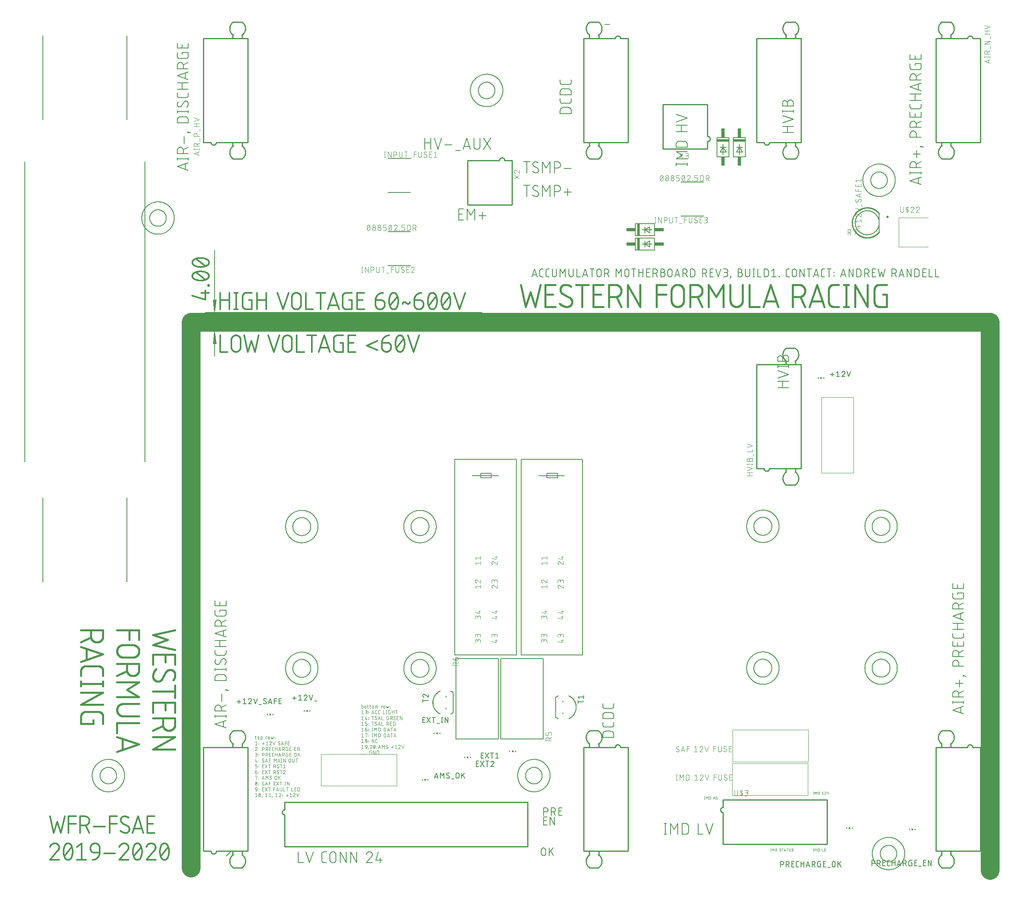
<source format=gbl>
G04 EAGLE Gerber RS-274X export*
G75*
%MOMM*%
%FSLAX34Y34*%
%LPD*%
%INSilkscreen Top*%
%IPPOS*%
%AMOC8*
5,1,8,0,0,1.08239X$1,22.5*%
G01*
%ADD10C,0.152400*%
%ADD11C,4.000000*%
%ADD12C,0.406400*%
%ADD13C,0.304800*%
%ADD14C,0.130000*%
%ADD15C,0.076200*%
%ADD16C,0.203200*%
%ADD17C,0.050800*%
%ADD18C,0.101600*%
%ADD19C,0.127000*%
%ADD20C,0.254000*%
%ADD21R,0.150000X0.300000*%
%ADD22R,0.300000X0.300000*%
%ADD23C,0.025400*%
%ADD24C,0.012700*%
%ADD25R,2.540000X0.508000*%
%ADD26R,0.762000X1.905000*%
%ADD27R,0.508000X2.540000*%
%ADD28R,1.905000X0.762000*%
%ADD29C,0.500000*%
%ADD30C,0.120000*%


D10*
X410000Y40000D02*
X400000Y30000D01*
X1200000Y1790000D02*
X1210000Y1790000D01*
D11*
X2015000Y1160000D02*
X325000Y1160000D01*
X2015000Y1160000D02*
X2015000Y0D01*
X325000Y5000D02*
X325000Y1160000D01*
D12*
X291168Y507968D02*
X244432Y497582D01*
X275589Y487196D01*
X244432Y476811D01*
X291168Y466425D01*
X244432Y455748D02*
X244432Y434976D01*
X244432Y455748D02*
X291168Y455748D01*
X291168Y434976D01*
X270396Y440169D02*
X270396Y455748D01*
X244432Y409670D02*
X244435Y409419D01*
X244444Y409168D01*
X244459Y408918D01*
X244480Y408668D01*
X244508Y408418D01*
X244541Y408169D01*
X244580Y407921D01*
X244625Y407675D01*
X244677Y407429D01*
X244734Y407184D01*
X244797Y406942D01*
X244866Y406700D01*
X244940Y406461D01*
X245021Y406223D01*
X245107Y405987D01*
X245199Y405754D01*
X245296Y405522D01*
X245399Y405293D01*
X245508Y405067D01*
X245622Y404843D01*
X245741Y404623D01*
X245866Y404405D01*
X245995Y404190D01*
X246130Y403978D01*
X246270Y403770D01*
X246416Y403565D01*
X246566Y403364D01*
X246720Y403166D01*
X246880Y402973D01*
X247044Y402783D01*
X247213Y402597D01*
X247386Y402415D01*
X247563Y402238D01*
X247745Y402065D01*
X247931Y401896D01*
X248121Y401732D01*
X248314Y401572D01*
X248512Y401418D01*
X248713Y401268D01*
X248918Y401122D01*
X249126Y400982D01*
X249338Y400847D01*
X249553Y400718D01*
X249771Y400593D01*
X249991Y400474D01*
X250215Y400360D01*
X250441Y400251D01*
X250670Y400148D01*
X250901Y400051D01*
X251135Y399959D01*
X251371Y399873D01*
X251609Y399792D01*
X251848Y399718D01*
X252090Y399649D01*
X252332Y399586D01*
X252577Y399529D01*
X252823Y399477D01*
X253069Y399432D01*
X253317Y399393D01*
X253566Y399360D01*
X253816Y399332D01*
X254066Y399311D01*
X254316Y399296D01*
X254567Y399287D01*
X254818Y399284D01*
X244432Y409670D02*
X244438Y410195D01*
X244457Y410720D01*
X244489Y411244D01*
X244532Y411767D01*
X244589Y412289D01*
X244658Y412809D01*
X244739Y413328D01*
X244833Y413844D01*
X244939Y414358D01*
X245057Y414870D01*
X245188Y415378D01*
X245330Y415883D01*
X245485Y416385D01*
X245651Y416883D01*
X245830Y417376D01*
X246020Y417866D01*
X246222Y418350D01*
X246436Y418830D01*
X246660Y419304D01*
X246897Y419773D01*
X247144Y420236D01*
X247402Y420693D01*
X247671Y421144D01*
X247951Y421588D01*
X248241Y422025D01*
X248542Y422455D01*
X248853Y422878D01*
X249174Y423294D01*
X249505Y423701D01*
X249846Y424101D01*
X250196Y424492D01*
X250555Y424875D01*
X250923Y425249D01*
X280782Y423951D02*
X281033Y423948D01*
X281284Y423939D01*
X281534Y423924D01*
X281784Y423903D01*
X282034Y423875D01*
X282283Y423842D01*
X282531Y423803D01*
X282777Y423758D01*
X283023Y423706D01*
X283268Y423649D01*
X283510Y423586D01*
X283752Y423517D01*
X283991Y423443D01*
X284229Y423362D01*
X284465Y423276D01*
X284699Y423184D01*
X284930Y423087D01*
X285159Y422984D01*
X285385Y422875D01*
X285609Y422761D01*
X285829Y422642D01*
X286047Y422517D01*
X286262Y422388D01*
X286474Y422253D01*
X286682Y422113D01*
X286887Y421967D01*
X287088Y421817D01*
X287286Y421663D01*
X287479Y421503D01*
X287669Y421339D01*
X287855Y421170D01*
X288037Y420997D01*
X288214Y420820D01*
X288387Y420638D01*
X288556Y420452D01*
X288720Y420262D01*
X288880Y420069D01*
X289034Y419871D01*
X289184Y419670D01*
X289330Y419465D01*
X289470Y419257D01*
X289605Y419045D01*
X289734Y418830D01*
X289859Y418612D01*
X289978Y418392D01*
X290092Y418168D01*
X290201Y417942D01*
X290304Y417713D01*
X290401Y417482D01*
X290493Y417248D01*
X290579Y417012D01*
X290660Y416774D01*
X290734Y416535D01*
X290803Y416293D01*
X290866Y416051D01*
X290923Y415806D01*
X290975Y415560D01*
X291020Y415314D01*
X291059Y415066D01*
X291092Y414817D01*
X291120Y414567D01*
X291141Y414317D01*
X291156Y414067D01*
X291165Y413816D01*
X291168Y413565D01*
X291162Y413101D01*
X291146Y412637D01*
X291118Y412174D01*
X291080Y411711D01*
X291030Y411250D01*
X290969Y410790D01*
X290898Y410331D01*
X290815Y409875D01*
X290722Y409420D01*
X290618Y408968D01*
X290503Y408518D01*
X290377Y408071D01*
X290241Y407628D01*
X290094Y407187D01*
X289937Y406751D01*
X289769Y406318D01*
X289591Y405889D01*
X289403Y405465D01*
X289205Y405045D01*
X288997Y404630D01*
X288779Y404221D01*
X288552Y403816D01*
X288315Y403417D01*
X288068Y403024D01*
X287812Y402637D01*
X287547Y402256D01*
X287273Y401881D01*
X271695Y418757D02*
X271826Y418975D01*
X271964Y419190D01*
X272106Y419401D01*
X272253Y419609D01*
X272406Y419813D01*
X272563Y420013D01*
X272725Y420210D01*
X272892Y420402D01*
X273063Y420591D01*
X273239Y420775D01*
X273419Y420955D01*
X273603Y421130D01*
X273792Y421301D01*
X273985Y421468D01*
X274182Y421630D01*
X274382Y421787D01*
X274586Y421939D01*
X274794Y422086D01*
X275006Y422228D01*
X275221Y422365D01*
X275439Y422496D01*
X275660Y422623D01*
X275884Y422744D01*
X276111Y422859D01*
X276340Y422969D01*
X276573Y423074D01*
X276808Y423173D01*
X277045Y423266D01*
X277284Y423353D01*
X277525Y423435D01*
X277768Y423510D01*
X278013Y423580D01*
X278260Y423644D01*
X278508Y423702D01*
X278757Y423754D01*
X279008Y423800D01*
X279259Y423839D01*
X279512Y423873D01*
X279765Y423901D01*
X280019Y423922D01*
X280273Y423938D01*
X280527Y423947D01*
X280782Y423950D01*
X263906Y404477D02*
X263774Y404259D01*
X263636Y404044D01*
X263494Y403833D01*
X263347Y403625D01*
X263194Y403421D01*
X263037Y403221D01*
X262875Y403024D01*
X262708Y402832D01*
X262537Y402643D01*
X262361Y402459D01*
X262181Y402279D01*
X261997Y402104D01*
X261808Y401933D01*
X261615Y401766D01*
X261418Y401604D01*
X261218Y401447D01*
X261014Y401295D01*
X260806Y401148D01*
X260594Y401006D01*
X260379Y400869D01*
X260161Y400738D01*
X259940Y400611D01*
X259716Y400490D01*
X259489Y400375D01*
X259260Y400265D01*
X259027Y400160D01*
X258793Y400061D01*
X258555Y399968D01*
X258316Y399881D01*
X258075Y399799D01*
X257832Y399724D01*
X257587Y399654D01*
X257340Y399590D01*
X257092Y399532D01*
X256843Y399480D01*
X256592Y399434D01*
X256341Y399395D01*
X256088Y399361D01*
X255835Y399333D01*
X255581Y399312D01*
X255327Y399296D01*
X255073Y399287D01*
X254818Y399284D01*
X263905Y404477D02*
X271695Y418758D01*
X291168Y377977D02*
X244432Y377977D01*
X291168Y390959D02*
X291168Y364994D01*
X244432Y354148D02*
X244432Y333376D01*
X244432Y354148D02*
X291168Y354148D01*
X291168Y333376D01*
X270396Y338569D02*
X270396Y354148D01*
X291168Y321149D02*
X244432Y321149D01*
X291168Y321149D02*
X291168Y308167D01*
X291164Y307851D01*
X291153Y307535D01*
X291133Y307219D01*
X291106Y306904D01*
X291072Y306590D01*
X291030Y306277D01*
X290980Y305965D01*
X290922Y305654D01*
X290857Y305344D01*
X290785Y305037D01*
X290705Y304731D01*
X290618Y304427D01*
X290523Y304125D01*
X290421Y303826D01*
X290311Y303529D01*
X290195Y303236D01*
X290071Y302945D01*
X289941Y302657D01*
X289803Y302372D01*
X289658Y302091D01*
X289507Y301813D01*
X289349Y301540D01*
X289184Y301270D01*
X289013Y301004D01*
X288835Y300742D01*
X288651Y300485D01*
X288461Y300233D01*
X288265Y299985D01*
X288063Y299742D01*
X287855Y299504D01*
X287641Y299271D01*
X287421Y299043D01*
X287196Y298821D01*
X286966Y298605D01*
X286731Y298394D01*
X286490Y298188D01*
X286245Y297989D01*
X285995Y297796D01*
X285740Y297609D01*
X285480Y297428D01*
X285217Y297254D01*
X284949Y297086D01*
X284677Y296924D01*
X284401Y296770D01*
X284122Y296622D01*
X283839Y296480D01*
X283553Y296346D01*
X283263Y296219D01*
X282971Y296099D01*
X282676Y295986D01*
X282378Y295880D01*
X282077Y295782D01*
X281774Y295691D01*
X281470Y295607D01*
X281163Y295531D01*
X280854Y295462D01*
X280544Y295401D01*
X280232Y295347D01*
X279920Y295301D01*
X279606Y295263D01*
X279291Y295232D01*
X278976Y295209D01*
X278660Y295194D01*
X278344Y295186D01*
X278028Y295186D01*
X277712Y295194D01*
X277396Y295209D01*
X277081Y295232D01*
X276766Y295263D01*
X276452Y295301D01*
X276140Y295347D01*
X275828Y295401D01*
X275518Y295462D01*
X275209Y295531D01*
X274902Y295607D01*
X274598Y295691D01*
X274295Y295782D01*
X273994Y295880D01*
X273696Y295986D01*
X273401Y296099D01*
X273109Y296219D01*
X272819Y296346D01*
X272533Y296480D01*
X272250Y296622D01*
X271971Y296770D01*
X271695Y296924D01*
X271423Y297086D01*
X271155Y297254D01*
X270892Y297428D01*
X270632Y297609D01*
X270377Y297796D01*
X270127Y297989D01*
X269882Y298188D01*
X269641Y298394D01*
X269406Y298605D01*
X269176Y298821D01*
X268951Y299043D01*
X268731Y299271D01*
X268517Y299504D01*
X268309Y299742D01*
X268107Y299985D01*
X267911Y300233D01*
X267721Y300485D01*
X267537Y300742D01*
X267359Y301004D01*
X267188Y301270D01*
X267023Y301540D01*
X266865Y301813D01*
X266714Y302091D01*
X266569Y302372D01*
X266431Y302657D01*
X266301Y302945D01*
X266177Y303236D01*
X266061Y303529D01*
X265951Y303826D01*
X265849Y304125D01*
X265754Y304427D01*
X265667Y304731D01*
X265587Y305037D01*
X265515Y305344D01*
X265450Y305654D01*
X265392Y305965D01*
X265342Y306277D01*
X265300Y306590D01*
X265266Y306904D01*
X265239Y307219D01*
X265219Y307535D01*
X265208Y307851D01*
X265204Y308167D01*
X265204Y321149D01*
X265204Y305570D02*
X244432Y295185D01*
X244432Y281739D02*
X291168Y281739D01*
X244432Y255774D01*
X291168Y255774D01*
X214968Y507968D02*
X168232Y507968D01*
X214968Y507968D02*
X214968Y487196D01*
X194196Y487196D02*
X194196Y507968D01*
X201986Y476199D02*
X181214Y476199D01*
X201986Y476199D02*
X202302Y476195D01*
X202618Y476184D01*
X202934Y476164D01*
X203249Y476137D01*
X203563Y476103D01*
X203876Y476061D01*
X204188Y476011D01*
X204499Y475953D01*
X204809Y475888D01*
X205116Y475816D01*
X205422Y475736D01*
X205726Y475649D01*
X206028Y475554D01*
X206327Y475452D01*
X206624Y475342D01*
X206917Y475226D01*
X207208Y475102D01*
X207496Y474972D01*
X207781Y474834D01*
X208062Y474689D01*
X208340Y474538D01*
X208613Y474380D01*
X208883Y474215D01*
X209149Y474044D01*
X209411Y473866D01*
X209668Y473682D01*
X209920Y473492D01*
X210168Y473296D01*
X210411Y473094D01*
X210649Y472886D01*
X210882Y472672D01*
X211110Y472452D01*
X211332Y472227D01*
X211548Y471997D01*
X211759Y471762D01*
X211965Y471521D01*
X212164Y471276D01*
X212357Y471026D01*
X212544Y470771D01*
X212725Y470511D01*
X212899Y470248D01*
X213067Y469980D01*
X213229Y469708D01*
X213383Y469432D01*
X213531Y469153D01*
X213673Y468870D01*
X213807Y468584D01*
X213934Y468294D01*
X214054Y468002D01*
X214167Y467707D01*
X214273Y467409D01*
X214371Y467108D01*
X214462Y466805D01*
X214546Y466501D01*
X214622Y466194D01*
X214691Y465885D01*
X214752Y465575D01*
X214806Y465263D01*
X214852Y464951D01*
X214890Y464637D01*
X214921Y464322D01*
X214944Y464007D01*
X214959Y463691D01*
X214967Y463375D01*
X214967Y463059D01*
X214959Y462743D01*
X214944Y462427D01*
X214921Y462112D01*
X214890Y461797D01*
X214852Y461483D01*
X214806Y461171D01*
X214752Y460859D01*
X214691Y460549D01*
X214622Y460240D01*
X214546Y459933D01*
X214462Y459629D01*
X214371Y459326D01*
X214273Y459025D01*
X214167Y458727D01*
X214054Y458432D01*
X213934Y458140D01*
X213807Y457850D01*
X213673Y457564D01*
X213531Y457281D01*
X213383Y457002D01*
X213229Y456726D01*
X213067Y456454D01*
X212899Y456186D01*
X212725Y455923D01*
X212544Y455663D01*
X212357Y455408D01*
X212164Y455158D01*
X211965Y454913D01*
X211759Y454672D01*
X211548Y454437D01*
X211332Y454207D01*
X211110Y453982D01*
X210882Y453762D01*
X210649Y453548D01*
X210411Y453340D01*
X210168Y453138D01*
X209920Y452942D01*
X209668Y452752D01*
X209411Y452568D01*
X209149Y452390D01*
X208883Y452219D01*
X208613Y452054D01*
X208340Y451896D01*
X208062Y451745D01*
X207781Y451600D01*
X207496Y451462D01*
X207208Y451332D01*
X206917Y451208D01*
X206624Y451092D01*
X206327Y450982D01*
X206028Y450880D01*
X205726Y450785D01*
X205422Y450698D01*
X205116Y450618D01*
X204809Y450546D01*
X204499Y450481D01*
X204188Y450423D01*
X203876Y450373D01*
X203563Y450331D01*
X203249Y450297D01*
X202934Y450270D01*
X202618Y450250D01*
X202302Y450239D01*
X201986Y450235D01*
X181214Y450235D01*
X180898Y450239D01*
X180582Y450250D01*
X180266Y450270D01*
X179951Y450297D01*
X179637Y450331D01*
X179324Y450373D01*
X179012Y450423D01*
X178701Y450481D01*
X178391Y450546D01*
X178084Y450618D01*
X177778Y450698D01*
X177474Y450785D01*
X177172Y450880D01*
X176873Y450982D01*
X176576Y451092D01*
X176283Y451208D01*
X175992Y451332D01*
X175704Y451462D01*
X175419Y451600D01*
X175138Y451745D01*
X174860Y451896D01*
X174587Y452054D01*
X174317Y452219D01*
X174051Y452390D01*
X173789Y452568D01*
X173532Y452752D01*
X173280Y452942D01*
X173032Y453138D01*
X172789Y453340D01*
X172551Y453548D01*
X172318Y453762D01*
X172090Y453982D01*
X171868Y454207D01*
X171652Y454437D01*
X171441Y454672D01*
X171235Y454913D01*
X171036Y455158D01*
X170843Y455408D01*
X170656Y455663D01*
X170475Y455923D01*
X170301Y456186D01*
X170133Y456454D01*
X169971Y456726D01*
X169817Y457002D01*
X169669Y457281D01*
X169527Y457564D01*
X169393Y457850D01*
X169266Y458140D01*
X169146Y458432D01*
X169033Y458727D01*
X168927Y459025D01*
X168829Y459326D01*
X168738Y459629D01*
X168654Y459933D01*
X168578Y460240D01*
X168509Y460549D01*
X168448Y460859D01*
X168394Y461171D01*
X168348Y461483D01*
X168310Y461797D01*
X168279Y462112D01*
X168256Y462427D01*
X168241Y462743D01*
X168233Y463059D01*
X168233Y463375D01*
X168241Y463691D01*
X168256Y464007D01*
X168279Y464322D01*
X168310Y464637D01*
X168348Y464951D01*
X168394Y465263D01*
X168448Y465575D01*
X168509Y465885D01*
X168578Y466194D01*
X168654Y466501D01*
X168738Y466805D01*
X168829Y467108D01*
X168927Y467409D01*
X169033Y467707D01*
X169146Y468002D01*
X169266Y468294D01*
X169393Y468584D01*
X169527Y468870D01*
X169669Y469153D01*
X169817Y469432D01*
X169971Y469708D01*
X170133Y469980D01*
X170301Y470248D01*
X170475Y470511D01*
X170656Y470771D01*
X170843Y471026D01*
X171036Y471276D01*
X171235Y471521D01*
X171441Y471762D01*
X171652Y471997D01*
X171868Y472227D01*
X172090Y472452D01*
X172318Y472672D01*
X172551Y472886D01*
X172789Y473094D01*
X173032Y473296D01*
X173280Y473492D01*
X173532Y473682D01*
X173789Y473866D01*
X174051Y474044D01*
X174317Y474215D01*
X174587Y474380D01*
X174860Y474538D01*
X175138Y474689D01*
X175419Y474834D01*
X175704Y474972D01*
X175992Y475102D01*
X176283Y475226D01*
X176576Y475342D01*
X176873Y475452D01*
X177172Y475554D01*
X177474Y475649D01*
X177778Y475736D01*
X178084Y475816D01*
X178391Y475888D01*
X178701Y475953D01*
X179012Y476011D01*
X179324Y476061D01*
X179637Y476103D01*
X179951Y476137D01*
X180266Y476164D01*
X180582Y476184D01*
X180898Y476195D01*
X181214Y476199D01*
X168232Y436870D02*
X214968Y436870D01*
X214968Y423887D01*
X214964Y423571D01*
X214953Y423255D01*
X214933Y422939D01*
X214906Y422624D01*
X214872Y422310D01*
X214830Y421997D01*
X214780Y421685D01*
X214722Y421374D01*
X214657Y421064D01*
X214585Y420757D01*
X214505Y420451D01*
X214418Y420147D01*
X214323Y419845D01*
X214221Y419546D01*
X214111Y419249D01*
X213995Y418956D01*
X213871Y418665D01*
X213741Y418377D01*
X213603Y418092D01*
X213458Y417811D01*
X213307Y417533D01*
X213149Y417260D01*
X212984Y416990D01*
X212813Y416724D01*
X212635Y416462D01*
X212451Y416205D01*
X212261Y415953D01*
X212065Y415705D01*
X211863Y415462D01*
X211655Y415224D01*
X211441Y414991D01*
X211221Y414763D01*
X210996Y414541D01*
X210766Y414325D01*
X210531Y414114D01*
X210290Y413908D01*
X210045Y413709D01*
X209795Y413516D01*
X209540Y413329D01*
X209280Y413148D01*
X209017Y412974D01*
X208749Y412806D01*
X208477Y412644D01*
X208201Y412490D01*
X207922Y412342D01*
X207639Y412200D01*
X207353Y412066D01*
X207063Y411939D01*
X206771Y411819D01*
X206476Y411706D01*
X206178Y411600D01*
X205877Y411502D01*
X205574Y411411D01*
X205270Y411327D01*
X204963Y411251D01*
X204654Y411182D01*
X204344Y411121D01*
X204032Y411067D01*
X203720Y411021D01*
X203406Y410983D01*
X203091Y410952D01*
X202776Y410929D01*
X202460Y410914D01*
X202144Y410906D01*
X201828Y410906D01*
X201512Y410914D01*
X201196Y410929D01*
X200881Y410952D01*
X200566Y410983D01*
X200252Y411021D01*
X199940Y411067D01*
X199628Y411121D01*
X199318Y411182D01*
X199009Y411251D01*
X198702Y411327D01*
X198398Y411411D01*
X198095Y411502D01*
X197794Y411600D01*
X197496Y411706D01*
X197201Y411819D01*
X196909Y411939D01*
X196619Y412066D01*
X196333Y412200D01*
X196050Y412342D01*
X195771Y412490D01*
X195495Y412644D01*
X195223Y412806D01*
X194955Y412974D01*
X194692Y413148D01*
X194432Y413329D01*
X194177Y413516D01*
X193927Y413709D01*
X193682Y413908D01*
X193441Y414114D01*
X193206Y414325D01*
X192976Y414541D01*
X192751Y414763D01*
X192531Y414991D01*
X192317Y415224D01*
X192109Y415462D01*
X191907Y415705D01*
X191711Y415953D01*
X191521Y416205D01*
X191337Y416462D01*
X191159Y416724D01*
X190988Y416990D01*
X190823Y417260D01*
X190665Y417533D01*
X190514Y417811D01*
X190369Y418092D01*
X190231Y418377D01*
X190101Y418665D01*
X189977Y418956D01*
X189861Y419249D01*
X189751Y419546D01*
X189649Y419845D01*
X189554Y420147D01*
X189467Y420451D01*
X189387Y420757D01*
X189315Y421064D01*
X189250Y421374D01*
X189192Y421685D01*
X189142Y421997D01*
X189100Y422310D01*
X189066Y422624D01*
X189039Y422939D01*
X189019Y423255D01*
X189008Y423571D01*
X189004Y423887D01*
X189004Y436870D01*
X189004Y421291D02*
X168232Y410905D01*
X168232Y397516D02*
X214968Y397516D01*
X189004Y381937D01*
X214968Y366358D01*
X168232Y366358D01*
X181214Y351739D02*
X214968Y351739D01*
X181214Y351739D02*
X180898Y351735D01*
X180582Y351724D01*
X180266Y351704D01*
X179951Y351677D01*
X179637Y351643D01*
X179324Y351601D01*
X179012Y351551D01*
X178701Y351493D01*
X178391Y351428D01*
X178084Y351356D01*
X177778Y351276D01*
X177474Y351189D01*
X177172Y351094D01*
X176873Y350992D01*
X176576Y350882D01*
X176283Y350766D01*
X175992Y350642D01*
X175704Y350512D01*
X175419Y350374D01*
X175138Y350229D01*
X174860Y350078D01*
X174587Y349920D01*
X174317Y349755D01*
X174051Y349584D01*
X173789Y349406D01*
X173532Y349222D01*
X173280Y349032D01*
X173032Y348836D01*
X172789Y348634D01*
X172551Y348426D01*
X172318Y348212D01*
X172090Y347992D01*
X171868Y347767D01*
X171652Y347537D01*
X171441Y347302D01*
X171235Y347061D01*
X171036Y346816D01*
X170843Y346566D01*
X170656Y346311D01*
X170475Y346051D01*
X170301Y345788D01*
X170133Y345520D01*
X169971Y345248D01*
X169817Y344972D01*
X169669Y344693D01*
X169527Y344410D01*
X169393Y344124D01*
X169266Y343834D01*
X169146Y343542D01*
X169033Y343247D01*
X168927Y342949D01*
X168829Y342648D01*
X168738Y342345D01*
X168654Y342041D01*
X168578Y341734D01*
X168509Y341425D01*
X168448Y341115D01*
X168394Y340803D01*
X168348Y340491D01*
X168310Y340177D01*
X168279Y339862D01*
X168256Y339547D01*
X168241Y339231D01*
X168233Y338915D01*
X168233Y338599D01*
X168241Y338283D01*
X168256Y337967D01*
X168279Y337652D01*
X168310Y337337D01*
X168348Y337023D01*
X168394Y336711D01*
X168448Y336399D01*
X168509Y336089D01*
X168578Y335780D01*
X168654Y335473D01*
X168738Y335169D01*
X168829Y334866D01*
X168927Y334565D01*
X169033Y334267D01*
X169146Y333972D01*
X169266Y333680D01*
X169393Y333390D01*
X169527Y333104D01*
X169669Y332821D01*
X169817Y332542D01*
X169971Y332266D01*
X170133Y331994D01*
X170301Y331726D01*
X170475Y331463D01*
X170656Y331203D01*
X170843Y330948D01*
X171036Y330698D01*
X171235Y330453D01*
X171441Y330212D01*
X171652Y329977D01*
X171868Y329747D01*
X172090Y329522D01*
X172318Y329302D01*
X172551Y329088D01*
X172789Y328880D01*
X173032Y328678D01*
X173280Y328482D01*
X173532Y328292D01*
X173789Y328108D01*
X174051Y327930D01*
X174317Y327759D01*
X174587Y327594D01*
X174860Y327436D01*
X175138Y327285D01*
X175419Y327140D01*
X175704Y327002D01*
X175992Y326872D01*
X176283Y326748D01*
X176576Y326632D01*
X176873Y326522D01*
X177172Y326420D01*
X177474Y326325D01*
X177778Y326238D01*
X178084Y326158D01*
X178391Y326086D01*
X178701Y326021D01*
X179012Y325963D01*
X179324Y325913D01*
X179637Y325871D01*
X179951Y325837D01*
X180266Y325810D01*
X180582Y325790D01*
X180898Y325779D01*
X181214Y325775D01*
X214968Y325775D01*
X214968Y311118D02*
X168232Y311118D01*
X168232Y290347D01*
X168232Y281946D02*
X214968Y266367D01*
X168232Y250788D01*
X179916Y254683D02*
X179916Y278051D01*
X138768Y507968D02*
X92032Y507968D01*
X138768Y507968D02*
X138768Y494986D01*
X138764Y494670D01*
X138753Y494354D01*
X138733Y494038D01*
X138706Y493723D01*
X138672Y493409D01*
X138630Y493096D01*
X138580Y492784D01*
X138522Y492473D01*
X138457Y492163D01*
X138385Y491856D01*
X138305Y491550D01*
X138218Y491246D01*
X138123Y490944D01*
X138021Y490645D01*
X137911Y490348D01*
X137795Y490055D01*
X137671Y489764D01*
X137541Y489476D01*
X137403Y489191D01*
X137258Y488910D01*
X137107Y488632D01*
X136949Y488359D01*
X136784Y488089D01*
X136613Y487823D01*
X136435Y487561D01*
X136251Y487304D01*
X136061Y487052D01*
X135865Y486804D01*
X135663Y486561D01*
X135455Y486323D01*
X135241Y486090D01*
X135021Y485862D01*
X134796Y485640D01*
X134566Y485424D01*
X134331Y485213D01*
X134090Y485007D01*
X133845Y484808D01*
X133595Y484615D01*
X133340Y484428D01*
X133080Y484247D01*
X132817Y484073D01*
X132549Y483905D01*
X132277Y483743D01*
X132001Y483589D01*
X131722Y483441D01*
X131439Y483299D01*
X131153Y483165D01*
X130863Y483038D01*
X130571Y482918D01*
X130276Y482805D01*
X129978Y482699D01*
X129677Y482601D01*
X129374Y482510D01*
X129070Y482426D01*
X128763Y482350D01*
X128454Y482281D01*
X128144Y482220D01*
X127832Y482166D01*
X127520Y482120D01*
X127206Y482082D01*
X126891Y482051D01*
X126576Y482028D01*
X126260Y482013D01*
X125944Y482005D01*
X125628Y482005D01*
X125312Y482013D01*
X124996Y482028D01*
X124681Y482051D01*
X124366Y482082D01*
X124052Y482120D01*
X123740Y482166D01*
X123428Y482220D01*
X123118Y482281D01*
X122809Y482350D01*
X122502Y482426D01*
X122198Y482510D01*
X121895Y482601D01*
X121594Y482699D01*
X121296Y482805D01*
X121001Y482918D01*
X120709Y483038D01*
X120419Y483165D01*
X120133Y483299D01*
X119850Y483441D01*
X119571Y483589D01*
X119295Y483743D01*
X119023Y483905D01*
X118755Y484073D01*
X118492Y484247D01*
X118232Y484428D01*
X117977Y484615D01*
X117727Y484808D01*
X117482Y485007D01*
X117241Y485213D01*
X117006Y485424D01*
X116776Y485640D01*
X116551Y485862D01*
X116331Y486090D01*
X116117Y486323D01*
X115909Y486561D01*
X115707Y486804D01*
X115511Y487052D01*
X115321Y487304D01*
X115137Y487561D01*
X114959Y487823D01*
X114788Y488089D01*
X114623Y488359D01*
X114465Y488632D01*
X114314Y488910D01*
X114169Y489191D01*
X114031Y489476D01*
X113901Y489764D01*
X113777Y490055D01*
X113661Y490348D01*
X113551Y490645D01*
X113449Y490944D01*
X113354Y491246D01*
X113267Y491550D01*
X113187Y491856D01*
X113115Y492163D01*
X113050Y492473D01*
X112992Y492784D01*
X112942Y493096D01*
X112900Y493409D01*
X112866Y493723D01*
X112839Y494038D01*
X112819Y494354D01*
X112808Y494670D01*
X112804Y494986D01*
X112804Y507968D01*
X112804Y492389D02*
X92032Y482004D01*
X92032Y472424D02*
X138768Y456845D01*
X92032Y441267D01*
X103716Y445161D02*
X103716Y468529D01*
X92032Y421331D02*
X92032Y410945D01*
X92032Y421331D02*
X92035Y421582D01*
X92044Y421833D01*
X92059Y422083D01*
X92080Y422333D01*
X92108Y422583D01*
X92141Y422832D01*
X92180Y423080D01*
X92225Y423326D01*
X92277Y423572D01*
X92334Y423817D01*
X92397Y424059D01*
X92466Y424301D01*
X92540Y424540D01*
X92621Y424778D01*
X92707Y425014D01*
X92799Y425248D01*
X92896Y425479D01*
X92999Y425708D01*
X93108Y425934D01*
X93222Y426158D01*
X93341Y426378D01*
X93466Y426596D01*
X93595Y426811D01*
X93730Y427023D01*
X93870Y427231D01*
X94016Y427436D01*
X94166Y427637D01*
X94320Y427835D01*
X94480Y428028D01*
X94644Y428218D01*
X94813Y428404D01*
X94986Y428586D01*
X95163Y428763D01*
X95345Y428936D01*
X95531Y429105D01*
X95721Y429269D01*
X95914Y429429D01*
X96112Y429583D01*
X96313Y429733D01*
X96518Y429879D01*
X96726Y430019D01*
X96938Y430154D01*
X97153Y430283D01*
X97371Y430408D01*
X97591Y430527D01*
X97815Y430641D01*
X98041Y430750D01*
X98270Y430853D01*
X98501Y430950D01*
X98735Y431042D01*
X98971Y431128D01*
X99209Y431209D01*
X99448Y431283D01*
X99690Y431352D01*
X99932Y431415D01*
X100177Y431472D01*
X100423Y431524D01*
X100669Y431569D01*
X100917Y431608D01*
X101166Y431641D01*
X101416Y431669D01*
X101666Y431690D01*
X101916Y431705D01*
X102167Y431714D01*
X102418Y431717D01*
X102418Y431716D02*
X128382Y431716D01*
X128382Y431717D02*
X128633Y431714D01*
X128884Y431705D01*
X129134Y431690D01*
X129384Y431669D01*
X129634Y431641D01*
X129883Y431608D01*
X130131Y431569D01*
X130377Y431524D01*
X130623Y431472D01*
X130868Y431415D01*
X131110Y431352D01*
X131352Y431283D01*
X131591Y431209D01*
X131829Y431128D01*
X132065Y431042D01*
X132299Y430950D01*
X132530Y430853D01*
X132759Y430750D01*
X132985Y430641D01*
X133209Y430527D01*
X133429Y430408D01*
X133647Y430283D01*
X133862Y430154D01*
X134074Y430019D01*
X134282Y429879D01*
X134487Y429733D01*
X134688Y429583D01*
X134886Y429429D01*
X135079Y429269D01*
X135269Y429105D01*
X135455Y428936D01*
X135637Y428763D01*
X135814Y428586D01*
X135987Y428404D01*
X136156Y428218D01*
X136320Y428028D01*
X136480Y427835D01*
X136634Y427637D01*
X136784Y427436D01*
X136930Y427231D01*
X137070Y427023D01*
X137205Y426811D01*
X137334Y426596D01*
X137459Y426378D01*
X137578Y426158D01*
X137692Y425934D01*
X137801Y425708D01*
X137904Y425479D01*
X138001Y425248D01*
X138093Y425014D01*
X138179Y424778D01*
X138260Y424540D01*
X138334Y424301D01*
X138403Y424059D01*
X138466Y423817D01*
X138523Y423572D01*
X138575Y423326D01*
X138620Y423080D01*
X138659Y422832D01*
X138692Y422583D01*
X138720Y422333D01*
X138741Y422083D01*
X138756Y421833D01*
X138765Y421582D01*
X138768Y421331D01*
X138768Y410945D01*
X138768Y394616D02*
X92032Y394616D01*
X92032Y399808D02*
X92032Y389423D01*
X138768Y389423D02*
X138768Y399808D01*
X138768Y375848D02*
X92032Y375848D01*
X92032Y349883D02*
X138768Y375848D01*
X138768Y349883D02*
X92032Y349883D01*
X117996Y317033D02*
X117996Y309243D01*
X92032Y309243D01*
X92032Y324822D01*
X92035Y325073D01*
X92044Y325324D01*
X92059Y325574D01*
X92080Y325824D01*
X92108Y326074D01*
X92141Y326323D01*
X92180Y326571D01*
X92225Y326817D01*
X92277Y327063D01*
X92334Y327308D01*
X92397Y327550D01*
X92466Y327792D01*
X92540Y328031D01*
X92621Y328269D01*
X92707Y328505D01*
X92799Y328739D01*
X92896Y328970D01*
X92999Y329199D01*
X93108Y329425D01*
X93222Y329649D01*
X93341Y329869D01*
X93466Y330087D01*
X93595Y330302D01*
X93730Y330514D01*
X93870Y330722D01*
X94016Y330927D01*
X94166Y331128D01*
X94320Y331326D01*
X94480Y331519D01*
X94644Y331709D01*
X94813Y331895D01*
X94986Y332077D01*
X95163Y332254D01*
X95345Y332427D01*
X95531Y332596D01*
X95721Y332760D01*
X95914Y332920D01*
X96112Y333074D01*
X96313Y333224D01*
X96518Y333370D01*
X96726Y333510D01*
X96938Y333645D01*
X97153Y333774D01*
X97371Y333899D01*
X97591Y334018D01*
X97815Y334132D01*
X98041Y334241D01*
X98270Y334344D01*
X98501Y334441D01*
X98735Y334533D01*
X98971Y334619D01*
X99209Y334700D01*
X99448Y334774D01*
X99690Y334843D01*
X99932Y334906D01*
X100177Y334963D01*
X100423Y335015D01*
X100669Y335060D01*
X100917Y335099D01*
X101166Y335132D01*
X101416Y335160D01*
X101666Y335181D01*
X101916Y335196D01*
X102167Y335205D01*
X102418Y335208D01*
X128382Y335208D01*
X128633Y335205D01*
X128884Y335196D01*
X129134Y335181D01*
X129384Y335160D01*
X129634Y335132D01*
X129883Y335099D01*
X130131Y335060D01*
X130377Y335015D01*
X130623Y334963D01*
X130868Y334906D01*
X131110Y334843D01*
X131352Y334774D01*
X131591Y334700D01*
X131829Y334619D01*
X132065Y334533D01*
X132299Y334441D01*
X132530Y334344D01*
X132759Y334241D01*
X132985Y334132D01*
X133209Y334018D01*
X133429Y333899D01*
X133647Y333774D01*
X133862Y333645D01*
X134074Y333510D01*
X134282Y333370D01*
X134487Y333224D01*
X134688Y333074D01*
X134886Y332920D01*
X135079Y332760D01*
X135269Y332596D01*
X135455Y332427D01*
X135637Y332254D01*
X135814Y332077D01*
X135987Y331895D01*
X136156Y331709D01*
X136320Y331519D01*
X136480Y331326D01*
X136634Y331128D01*
X136784Y330927D01*
X136930Y330722D01*
X137070Y330514D01*
X137205Y330302D01*
X137334Y330087D01*
X137459Y329869D01*
X137578Y329649D01*
X137692Y329425D01*
X137801Y329199D01*
X137904Y328970D01*
X138001Y328739D01*
X138093Y328505D01*
X138179Y328269D01*
X138260Y328031D01*
X138334Y327792D01*
X138403Y327550D01*
X138466Y327308D01*
X138523Y327063D01*
X138575Y326817D01*
X138620Y326571D01*
X138659Y326323D01*
X138692Y326074D01*
X138720Y325824D01*
X138741Y325574D01*
X138756Y325324D01*
X138765Y325073D01*
X138768Y324822D01*
X138768Y309243D01*
D13*
X386524Y1096524D02*
X386524Y1131576D01*
X386524Y1096524D02*
X402103Y1096524D01*
X410351Y1106261D02*
X410351Y1121839D01*
X410350Y1121839D02*
X410353Y1122076D01*
X410362Y1122313D01*
X410376Y1122550D01*
X410396Y1122786D01*
X410422Y1123022D01*
X410454Y1123257D01*
X410491Y1123491D01*
X410534Y1123724D01*
X410583Y1123956D01*
X410637Y1124187D01*
X410697Y1124416D01*
X410763Y1124644D01*
X410834Y1124870D01*
X410910Y1125095D01*
X410992Y1125317D01*
X411080Y1125538D01*
X411173Y1125756D01*
X411271Y1125972D01*
X411374Y1126185D01*
X411482Y1126396D01*
X411596Y1126604D01*
X411714Y1126810D01*
X411838Y1127012D01*
X411966Y1127212D01*
X412100Y1127408D01*
X412238Y1127601D01*
X412380Y1127790D01*
X412527Y1127976D01*
X412679Y1128158D01*
X412835Y1128337D01*
X412996Y1128511D01*
X413160Y1128682D01*
X413329Y1128849D01*
X413501Y1129011D01*
X413678Y1129169D01*
X413859Y1129323D01*
X414043Y1129473D01*
X414230Y1129618D01*
X414421Y1129758D01*
X414616Y1129894D01*
X414814Y1130024D01*
X415015Y1130150D01*
X415219Y1130271D01*
X415425Y1130388D01*
X415635Y1130499D01*
X415847Y1130604D01*
X416062Y1130705D01*
X416279Y1130800D01*
X416498Y1130890D01*
X416720Y1130975D01*
X416943Y1131054D01*
X417168Y1131128D01*
X417396Y1131197D01*
X417624Y1131259D01*
X417854Y1131317D01*
X418086Y1131368D01*
X418318Y1131414D01*
X418552Y1131454D01*
X418787Y1131489D01*
X419022Y1131518D01*
X419258Y1131541D01*
X419495Y1131558D01*
X419731Y1131570D01*
X419968Y1131575D01*
X420206Y1131575D01*
X420443Y1131570D01*
X420679Y1131558D01*
X420916Y1131541D01*
X421152Y1131518D01*
X421387Y1131489D01*
X421622Y1131454D01*
X421856Y1131414D01*
X422088Y1131368D01*
X422320Y1131317D01*
X422550Y1131259D01*
X422778Y1131197D01*
X423006Y1131128D01*
X423231Y1131054D01*
X423454Y1130975D01*
X423676Y1130890D01*
X423895Y1130800D01*
X424112Y1130705D01*
X424327Y1130604D01*
X424539Y1130499D01*
X424749Y1130388D01*
X424956Y1130271D01*
X425159Y1130150D01*
X425360Y1130024D01*
X425558Y1129894D01*
X425753Y1129758D01*
X425944Y1129618D01*
X426131Y1129473D01*
X426315Y1129323D01*
X426496Y1129169D01*
X426673Y1129011D01*
X426845Y1128849D01*
X427014Y1128682D01*
X427178Y1128511D01*
X427339Y1128337D01*
X427495Y1128158D01*
X427647Y1127976D01*
X427794Y1127790D01*
X427936Y1127601D01*
X428074Y1127408D01*
X428208Y1127212D01*
X428336Y1127012D01*
X428460Y1126810D01*
X428578Y1126604D01*
X428692Y1126396D01*
X428800Y1126185D01*
X428903Y1125972D01*
X429001Y1125756D01*
X429094Y1125538D01*
X429182Y1125317D01*
X429264Y1125095D01*
X429340Y1124870D01*
X429411Y1124644D01*
X429477Y1124416D01*
X429537Y1124187D01*
X429591Y1123956D01*
X429640Y1123724D01*
X429683Y1123491D01*
X429720Y1123257D01*
X429752Y1123022D01*
X429778Y1122786D01*
X429798Y1122550D01*
X429812Y1122313D01*
X429821Y1122076D01*
X429824Y1121839D01*
X429824Y1106261D01*
X429821Y1106024D01*
X429812Y1105787D01*
X429798Y1105550D01*
X429778Y1105314D01*
X429752Y1105078D01*
X429720Y1104843D01*
X429683Y1104609D01*
X429640Y1104376D01*
X429591Y1104144D01*
X429537Y1103913D01*
X429477Y1103684D01*
X429411Y1103456D01*
X429340Y1103230D01*
X429264Y1103005D01*
X429182Y1102783D01*
X429094Y1102562D01*
X429001Y1102344D01*
X428903Y1102128D01*
X428800Y1101915D01*
X428692Y1101704D01*
X428578Y1101496D01*
X428460Y1101290D01*
X428336Y1101088D01*
X428208Y1100888D01*
X428074Y1100692D01*
X427936Y1100499D01*
X427794Y1100310D01*
X427647Y1100124D01*
X427495Y1099942D01*
X427339Y1099763D01*
X427178Y1099589D01*
X427014Y1099418D01*
X426845Y1099251D01*
X426673Y1099089D01*
X426496Y1098931D01*
X426315Y1098777D01*
X426131Y1098627D01*
X425944Y1098482D01*
X425753Y1098342D01*
X425558Y1098206D01*
X425360Y1098076D01*
X425159Y1097950D01*
X424956Y1097829D01*
X424749Y1097712D01*
X424539Y1097601D01*
X424327Y1097496D01*
X424112Y1097395D01*
X423895Y1097300D01*
X423676Y1097210D01*
X423454Y1097125D01*
X423231Y1097046D01*
X423006Y1096972D01*
X422778Y1096903D01*
X422550Y1096841D01*
X422320Y1096783D01*
X422088Y1096732D01*
X421856Y1096686D01*
X421622Y1096646D01*
X421387Y1096611D01*
X421152Y1096582D01*
X420916Y1096559D01*
X420679Y1096542D01*
X420443Y1096530D01*
X420206Y1096525D01*
X419968Y1096525D01*
X419731Y1096530D01*
X419495Y1096542D01*
X419258Y1096559D01*
X419022Y1096582D01*
X418787Y1096611D01*
X418552Y1096646D01*
X418318Y1096686D01*
X418086Y1096732D01*
X417854Y1096783D01*
X417624Y1096841D01*
X417396Y1096903D01*
X417168Y1096972D01*
X416943Y1097046D01*
X416720Y1097125D01*
X416498Y1097210D01*
X416279Y1097300D01*
X416062Y1097395D01*
X415847Y1097496D01*
X415635Y1097601D01*
X415425Y1097712D01*
X415219Y1097829D01*
X415015Y1097950D01*
X414814Y1098076D01*
X414616Y1098206D01*
X414421Y1098342D01*
X414230Y1098482D01*
X414043Y1098627D01*
X413859Y1098777D01*
X413678Y1098931D01*
X413501Y1099089D01*
X413329Y1099251D01*
X413160Y1099418D01*
X412996Y1099589D01*
X412835Y1099763D01*
X412679Y1099942D01*
X412527Y1100124D01*
X412380Y1100310D01*
X412238Y1100499D01*
X412100Y1100692D01*
X411966Y1100888D01*
X411838Y1101088D01*
X411714Y1101290D01*
X411596Y1101496D01*
X411482Y1101704D01*
X411374Y1101915D01*
X411271Y1102128D01*
X411173Y1102344D01*
X411080Y1102562D01*
X410992Y1102783D01*
X410910Y1103005D01*
X410834Y1103230D01*
X410763Y1103456D01*
X410697Y1103684D01*
X410637Y1103913D01*
X410583Y1104144D01*
X410534Y1104376D01*
X410491Y1104609D01*
X410454Y1104843D01*
X410422Y1105078D01*
X410396Y1105314D01*
X410376Y1105550D01*
X410362Y1105787D01*
X410353Y1106024D01*
X410350Y1106261D01*
X444683Y1096524D02*
X436894Y1131576D01*
X452472Y1119892D02*
X444683Y1096524D01*
X460262Y1096524D02*
X452472Y1119892D01*
X468051Y1131576D02*
X460262Y1096524D01*
X500097Y1096524D02*
X488413Y1131576D01*
X511781Y1131576D02*
X500097Y1096524D01*
X518936Y1106261D02*
X518936Y1121839D01*
X518935Y1121839D02*
X518938Y1122076D01*
X518947Y1122313D01*
X518961Y1122550D01*
X518981Y1122786D01*
X519007Y1123022D01*
X519039Y1123257D01*
X519076Y1123491D01*
X519119Y1123724D01*
X519168Y1123956D01*
X519222Y1124187D01*
X519282Y1124416D01*
X519348Y1124644D01*
X519419Y1124870D01*
X519495Y1125095D01*
X519577Y1125317D01*
X519665Y1125538D01*
X519758Y1125756D01*
X519856Y1125972D01*
X519959Y1126185D01*
X520067Y1126396D01*
X520181Y1126604D01*
X520299Y1126810D01*
X520423Y1127012D01*
X520551Y1127212D01*
X520685Y1127408D01*
X520823Y1127601D01*
X520965Y1127790D01*
X521112Y1127976D01*
X521264Y1128158D01*
X521420Y1128337D01*
X521581Y1128511D01*
X521745Y1128682D01*
X521914Y1128849D01*
X522086Y1129011D01*
X522263Y1129169D01*
X522444Y1129323D01*
X522628Y1129473D01*
X522815Y1129618D01*
X523006Y1129758D01*
X523201Y1129894D01*
X523399Y1130024D01*
X523600Y1130150D01*
X523804Y1130271D01*
X524010Y1130388D01*
X524220Y1130499D01*
X524432Y1130604D01*
X524647Y1130705D01*
X524864Y1130800D01*
X525083Y1130890D01*
X525305Y1130975D01*
X525528Y1131054D01*
X525753Y1131128D01*
X525981Y1131197D01*
X526209Y1131259D01*
X526439Y1131317D01*
X526671Y1131368D01*
X526903Y1131414D01*
X527137Y1131454D01*
X527372Y1131489D01*
X527607Y1131518D01*
X527843Y1131541D01*
X528080Y1131558D01*
X528316Y1131570D01*
X528553Y1131575D01*
X528791Y1131575D01*
X529028Y1131570D01*
X529264Y1131558D01*
X529501Y1131541D01*
X529737Y1131518D01*
X529972Y1131489D01*
X530207Y1131454D01*
X530441Y1131414D01*
X530673Y1131368D01*
X530905Y1131317D01*
X531135Y1131259D01*
X531363Y1131197D01*
X531591Y1131128D01*
X531816Y1131054D01*
X532039Y1130975D01*
X532261Y1130890D01*
X532480Y1130800D01*
X532697Y1130705D01*
X532912Y1130604D01*
X533124Y1130499D01*
X533334Y1130388D01*
X533541Y1130271D01*
X533744Y1130150D01*
X533945Y1130024D01*
X534143Y1129894D01*
X534338Y1129758D01*
X534529Y1129618D01*
X534716Y1129473D01*
X534900Y1129323D01*
X535081Y1129169D01*
X535258Y1129011D01*
X535430Y1128849D01*
X535599Y1128682D01*
X535763Y1128511D01*
X535924Y1128337D01*
X536080Y1128158D01*
X536232Y1127976D01*
X536379Y1127790D01*
X536521Y1127601D01*
X536659Y1127408D01*
X536793Y1127212D01*
X536921Y1127012D01*
X537045Y1126810D01*
X537163Y1126604D01*
X537277Y1126396D01*
X537385Y1126185D01*
X537488Y1125972D01*
X537586Y1125756D01*
X537679Y1125538D01*
X537767Y1125317D01*
X537849Y1125095D01*
X537925Y1124870D01*
X537996Y1124644D01*
X538062Y1124416D01*
X538122Y1124187D01*
X538176Y1123956D01*
X538225Y1123724D01*
X538268Y1123491D01*
X538305Y1123257D01*
X538337Y1123022D01*
X538363Y1122786D01*
X538383Y1122550D01*
X538397Y1122313D01*
X538406Y1122076D01*
X538409Y1121839D01*
X538409Y1106261D01*
X538406Y1106024D01*
X538397Y1105787D01*
X538383Y1105550D01*
X538363Y1105314D01*
X538337Y1105078D01*
X538305Y1104843D01*
X538268Y1104609D01*
X538225Y1104376D01*
X538176Y1104144D01*
X538122Y1103913D01*
X538062Y1103684D01*
X537996Y1103456D01*
X537925Y1103230D01*
X537849Y1103005D01*
X537767Y1102783D01*
X537679Y1102562D01*
X537586Y1102344D01*
X537488Y1102128D01*
X537385Y1101915D01*
X537277Y1101704D01*
X537163Y1101496D01*
X537045Y1101290D01*
X536921Y1101088D01*
X536793Y1100888D01*
X536659Y1100692D01*
X536521Y1100499D01*
X536379Y1100310D01*
X536232Y1100124D01*
X536080Y1099942D01*
X535924Y1099763D01*
X535763Y1099589D01*
X535599Y1099418D01*
X535430Y1099251D01*
X535258Y1099089D01*
X535081Y1098931D01*
X534900Y1098777D01*
X534716Y1098627D01*
X534529Y1098482D01*
X534338Y1098342D01*
X534143Y1098206D01*
X533945Y1098076D01*
X533744Y1097950D01*
X533541Y1097829D01*
X533334Y1097712D01*
X533124Y1097601D01*
X532912Y1097496D01*
X532697Y1097395D01*
X532480Y1097300D01*
X532261Y1097210D01*
X532039Y1097125D01*
X531816Y1097046D01*
X531591Y1096972D01*
X531363Y1096903D01*
X531135Y1096841D01*
X530905Y1096783D01*
X530673Y1096732D01*
X530441Y1096686D01*
X530207Y1096646D01*
X529972Y1096611D01*
X529737Y1096582D01*
X529501Y1096559D01*
X529264Y1096542D01*
X529028Y1096530D01*
X528791Y1096525D01*
X528553Y1096525D01*
X528316Y1096530D01*
X528080Y1096542D01*
X527843Y1096559D01*
X527607Y1096582D01*
X527372Y1096611D01*
X527137Y1096646D01*
X526903Y1096686D01*
X526671Y1096732D01*
X526439Y1096783D01*
X526209Y1096841D01*
X525981Y1096903D01*
X525753Y1096972D01*
X525528Y1097046D01*
X525305Y1097125D01*
X525083Y1097210D01*
X524864Y1097300D01*
X524647Y1097395D01*
X524432Y1097496D01*
X524220Y1097601D01*
X524010Y1097712D01*
X523804Y1097829D01*
X523600Y1097950D01*
X523399Y1098076D01*
X523201Y1098206D01*
X523006Y1098342D01*
X522815Y1098482D01*
X522628Y1098627D01*
X522444Y1098777D01*
X522263Y1098931D01*
X522086Y1099089D01*
X521914Y1099251D01*
X521745Y1099418D01*
X521581Y1099589D01*
X521420Y1099763D01*
X521264Y1099942D01*
X521112Y1100124D01*
X520965Y1100310D01*
X520823Y1100499D01*
X520685Y1100692D01*
X520551Y1100888D01*
X520423Y1101088D01*
X520299Y1101290D01*
X520181Y1101496D01*
X520067Y1101704D01*
X519959Y1101915D01*
X519856Y1102128D01*
X519758Y1102344D01*
X519665Y1102562D01*
X519577Y1102783D01*
X519495Y1103005D01*
X519419Y1103230D01*
X519348Y1103456D01*
X519282Y1103684D01*
X519222Y1103913D01*
X519168Y1104144D01*
X519119Y1104376D01*
X519076Y1104609D01*
X519039Y1104843D01*
X519007Y1105078D01*
X518981Y1105314D01*
X518961Y1105550D01*
X518947Y1105787D01*
X518938Y1106024D01*
X518935Y1106261D01*
X548449Y1096524D02*
X548449Y1131576D01*
X548449Y1096524D02*
X564028Y1096524D01*
X580107Y1096524D02*
X580107Y1131576D01*
X570371Y1131576D02*
X589844Y1131576D01*
X606777Y1131576D02*
X595093Y1096524D01*
X618461Y1096524D02*
X606777Y1131576D01*
X615540Y1105287D02*
X598014Y1105287D01*
X640199Y1115997D02*
X646041Y1115997D01*
X646041Y1096524D01*
X634357Y1096524D01*
X634169Y1096526D01*
X633981Y1096533D01*
X633793Y1096544D01*
X633605Y1096560D01*
X633418Y1096581D01*
X633232Y1096606D01*
X633046Y1096635D01*
X632861Y1096669D01*
X632676Y1096708D01*
X632493Y1096750D01*
X632311Y1096798D01*
X632130Y1096849D01*
X631950Y1096905D01*
X631772Y1096966D01*
X631595Y1097030D01*
X631420Y1097099D01*
X631246Y1097172D01*
X631075Y1097249D01*
X630905Y1097331D01*
X630737Y1097416D01*
X630572Y1097506D01*
X630408Y1097599D01*
X630247Y1097696D01*
X630089Y1097798D01*
X629932Y1097903D01*
X629779Y1098012D01*
X629628Y1098124D01*
X629480Y1098240D01*
X629334Y1098360D01*
X629192Y1098483D01*
X629053Y1098609D01*
X628916Y1098739D01*
X628783Y1098872D01*
X628653Y1099009D01*
X628527Y1099148D01*
X628404Y1099290D01*
X628284Y1099436D01*
X628168Y1099584D01*
X628056Y1099735D01*
X627947Y1099888D01*
X627842Y1100045D01*
X627740Y1100203D01*
X627643Y1100364D01*
X627550Y1100528D01*
X627460Y1100693D01*
X627375Y1100861D01*
X627293Y1101031D01*
X627216Y1101202D01*
X627143Y1101376D01*
X627074Y1101551D01*
X627010Y1101728D01*
X626949Y1101906D01*
X626893Y1102086D01*
X626842Y1102267D01*
X626794Y1102449D01*
X626752Y1102632D01*
X626713Y1102817D01*
X626679Y1103002D01*
X626650Y1103188D01*
X626625Y1103374D01*
X626604Y1103561D01*
X626588Y1103749D01*
X626577Y1103937D01*
X626570Y1104125D01*
X626568Y1104313D01*
X626568Y1123787D01*
X626570Y1123978D01*
X626577Y1124169D01*
X626589Y1124360D01*
X626606Y1124550D01*
X626627Y1124740D01*
X626652Y1124930D01*
X626683Y1125119D01*
X626718Y1125307D01*
X626757Y1125494D01*
X626801Y1125680D01*
X626850Y1125864D01*
X626903Y1126048D01*
X626961Y1126230D01*
X627023Y1126411D01*
X627090Y1126590D01*
X627161Y1126768D01*
X627236Y1126943D01*
X627316Y1127117D01*
X627400Y1127289D01*
X627488Y1127459D01*
X627580Y1127626D01*
X627676Y1127791D01*
X627776Y1127954D01*
X627881Y1128114D01*
X627989Y1128272D01*
X628101Y1128427D01*
X628217Y1128579D01*
X628336Y1128728D01*
X628459Y1128875D01*
X628586Y1129018D01*
X628716Y1129158D01*
X628849Y1129295D01*
X628986Y1129428D01*
X629126Y1129558D01*
X629269Y1129685D01*
X629416Y1129808D01*
X629565Y1129927D01*
X629717Y1130043D01*
X629872Y1130155D01*
X630030Y1130263D01*
X630190Y1130368D01*
X630353Y1130468D01*
X630518Y1130564D01*
X630685Y1130656D01*
X630855Y1130744D01*
X631027Y1130828D01*
X631201Y1130908D01*
X631376Y1130983D01*
X631554Y1131054D01*
X631733Y1131121D01*
X631914Y1131183D01*
X632096Y1131241D01*
X632280Y1131294D01*
X632464Y1131343D01*
X632650Y1131387D01*
X632837Y1131426D01*
X633025Y1131461D01*
X633214Y1131492D01*
X633404Y1131517D01*
X633594Y1131538D01*
X633784Y1131555D01*
X633975Y1131567D01*
X634166Y1131574D01*
X634357Y1131576D01*
X646041Y1131576D01*
X657034Y1096524D02*
X672613Y1096524D01*
X657034Y1096524D02*
X657034Y1131576D01*
X672613Y1131576D01*
X668718Y1115997D02*
X657034Y1115997D01*
X696058Y1110155D02*
X719426Y1119892D01*
X719426Y1100419D02*
X696058Y1110155D01*
X728486Y1115997D02*
X740170Y1115997D01*
X740358Y1115995D01*
X740546Y1115988D01*
X740734Y1115977D01*
X740922Y1115961D01*
X741109Y1115940D01*
X741295Y1115915D01*
X741481Y1115886D01*
X741666Y1115852D01*
X741851Y1115813D01*
X742034Y1115771D01*
X742216Y1115723D01*
X742397Y1115672D01*
X742577Y1115616D01*
X742755Y1115555D01*
X742932Y1115491D01*
X743107Y1115422D01*
X743281Y1115349D01*
X743452Y1115272D01*
X743622Y1115190D01*
X743790Y1115105D01*
X743955Y1115015D01*
X744119Y1114922D01*
X744280Y1114825D01*
X744438Y1114723D01*
X744595Y1114618D01*
X744748Y1114509D01*
X744899Y1114397D01*
X745047Y1114281D01*
X745193Y1114161D01*
X745335Y1114038D01*
X745474Y1113912D01*
X745611Y1113782D01*
X745744Y1113649D01*
X745874Y1113512D01*
X746000Y1113373D01*
X746123Y1113231D01*
X746243Y1113085D01*
X746359Y1112937D01*
X746471Y1112786D01*
X746580Y1112633D01*
X746685Y1112476D01*
X746787Y1112318D01*
X746884Y1112157D01*
X746977Y1111993D01*
X747067Y1111828D01*
X747152Y1111660D01*
X747234Y1111490D01*
X747311Y1111319D01*
X747384Y1111145D01*
X747453Y1110970D01*
X747517Y1110793D01*
X747578Y1110615D01*
X747634Y1110435D01*
X747685Y1110254D01*
X747733Y1110072D01*
X747775Y1109889D01*
X747814Y1109704D01*
X747848Y1109519D01*
X747877Y1109333D01*
X747902Y1109147D01*
X747923Y1108960D01*
X747939Y1108772D01*
X747950Y1108584D01*
X747957Y1108396D01*
X747959Y1108208D01*
X747959Y1106261D01*
X747956Y1106024D01*
X747947Y1105787D01*
X747933Y1105550D01*
X747913Y1105314D01*
X747887Y1105078D01*
X747855Y1104843D01*
X747818Y1104609D01*
X747775Y1104376D01*
X747726Y1104144D01*
X747672Y1103913D01*
X747612Y1103684D01*
X747546Y1103456D01*
X747475Y1103230D01*
X747399Y1103005D01*
X747317Y1102783D01*
X747229Y1102562D01*
X747136Y1102344D01*
X747038Y1102128D01*
X746935Y1101915D01*
X746827Y1101704D01*
X746713Y1101496D01*
X746595Y1101290D01*
X746471Y1101088D01*
X746343Y1100888D01*
X746209Y1100692D01*
X746071Y1100499D01*
X745929Y1100310D01*
X745782Y1100124D01*
X745630Y1099942D01*
X745474Y1099763D01*
X745313Y1099589D01*
X745149Y1099418D01*
X744980Y1099251D01*
X744808Y1099089D01*
X744631Y1098931D01*
X744450Y1098777D01*
X744266Y1098627D01*
X744079Y1098482D01*
X743888Y1098342D01*
X743693Y1098206D01*
X743495Y1098076D01*
X743294Y1097950D01*
X743091Y1097829D01*
X742884Y1097712D01*
X742674Y1097601D01*
X742462Y1097496D01*
X742247Y1097395D01*
X742030Y1097300D01*
X741811Y1097210D01*
X741589Y1097125D01*
X741366Y1097046D01*
X741141Y1096972D01*
X740913Y1096903D01*
X740685Y1096841D01*
X740455Y1096783D01*
X740223Y1096732D01*
X739991Y1096686D01*
X739757Y1096646D01*
X739522Y1096611D01*
X739287Y1096582D01*
X739051Y1096559D01*
X738814Y1096542D01*
X738578Y1096530D01*
X738341Y1096525D01*
X738103Y1096525D01*
X737866Y1096530D01*
X737630Y1096542D01*
X737393Y1096559D01*
X737157Y1096582D01*
X736922Y1096611D01*
X736687Y1096646D01*
X736453Y1096686D01*
X736221Y1096732D01*
X735989Y1096783D01*
X735759Y1096841D01*
X735531Y1096903D01*
X735303Y1096972D01*
X735078Y1097046D01*
X734855Y1097125D01*
X734633Y1097210D01*
X734414Y1097300D01*
X734197Y1097395D01*
X733982Y1097496D01*
X733770Y1097601D01*
X733560Y1097712D01*
X733354Y1097829D01*
X733150Y1097950D01*
X732949Y1098076D01*
X732751Y1098206D01*
X732556Y1098342D01*
X732365Y1098482D01*
X732178Y1098627D01*
X731994Y1098777D01*
X731813Y1098931D01*
X731636Y1099089D01*
X731464Y1099251D01*
X731295Y1099418D01*
X731131Y1099589D01*
X730970Y1099763D01*
X730814Y1099942D01*
X730662Y1100124D01*
X730515Y1100310D01*
X730373Y1100499D01*
X730235Y1100692D01*
X730101Y1100888D01*
X729973Y1101088D01*
X729849Y1101290D01*
X729731Y1101496D01*
X729617Y1101704D01*
X729509Y1101915D01*
X729406Y1102128D01*
X729308Y1102344D01*
X729215Y1102562D01*
X729127Y1102783D01*
X729045Y1103005D01*
X728969Y1103230D01*
X728898Y1103456D01*
X728832Y1103684D01*
X728772Y1103913D01*
X728718Y1104144D01*
X728669Y1104376D01*
X728626Y1104609D01*
X728589Y1104843D01*
X728557Y1105078D01*
X728531Y1105314D01*
X728511Y1105550D01*
X728497Y1105787D01*
X728488Y1106024D01*
X728485Y1106261D01*
X728486Y1106261D02*
X728486Y1115997D01*
X728485Y1115997D02*
X728490Y1116379D01*
X728504Y1116761D01*
X728527Y1117143D01*
X728560Y1117524D01*
X728602Y1117904D01*
X728654Y1118283D01*
X728714Y1118660D01*
X728784Y1119036D01*
X728864Y1119410D01*
X728952Y1119782D01*
X729049Y1120152D01*
X729156Y1120519D01*
X729271Y1120884D01*
X729396Y1121245D01*
X729529Y1121604D01*
X729671Y1121959D01*
X729822Y1122310D01*
X729981Y1122658D01*
X730148Y1123001D01*
X730325Y1123341D01*
X730509Y1123676D01*
X730701Y1124006D01*
X730902Y1124332D01*
X731111Y1124652D01*
X731327Y1124968D01*
X731551Y1125277D01*
X731782Y1125582D01*
X732021Y1125880D01*
X732267Y1126173D01*
X732521Y1126459D01*
X732781Y1126739D01*
X733048Y1127013D01*
X733322Y1127280D01*
X733602Y1127540D01*
X733888Y1127794D01*
X734181Y1128040D01*
X734479Y1128279D01*
X734784Y1128510D01*
X735093Y1128734D01*
X735409Y1128950D01*
X735729Y1129159D01*
X736055Y1129360D01*
X736385Y1129552D01*
X736720Y1129736D01*
X737059Y1129913D01*
X737403Y1130080D01*
X737751Y1130239D01*
X738102Y1130390D01*
X738457Y1130532D01*
X738816Y1130665D01*
X739177Y1130790D01*
X739542Y1130905D01*
X739909Y1131012D01*
X740279Y1131109D01*
X740651Y1131197D01*
X741025Y1131277D01*
X741401Y1131347D01*
X741778Y1131407D01*
X742157Y1131459D01*
X742537Y1131501D01*
X742918Y1131534D01*
X743300Y1131557D01*
X743682Y1131571D01*
X744064Y1131576D01*
X759982Y1126708D02*
X759687Y1126084D01*
X759407Y1125454D01*
X759143Y1124817D01*
X758893Y1124174D01*
X758659Y1123526D01*
X758441Y1122871D01*
X758238Y1122212D01*
X758051Y1121549D01*
X757880Y1120881D01*
X757725Y1120209D01*
X757586Y1119533D01*
X757463Y1118855D01*
X757357Y1118173D01*
X757267Y1117490D01*
X757193Y1116804D01*
X757135Y1116117D01*
X757094Y1115429D01*
X757069Y1114740D01*
X757061Y1114050D01*
X759981Y1126708D02*
X760040Y1126873D01*
X760103Y1127036D01*
X760170Y1127198D01*
X760241Y1127359D01*
X760315Y1127517D01*
X760394Y1127674D01*
X760476Y1127829D01*
X760562Y1127982D01*
X760652Y1128132D01*
X760745Y1128280D01*
X760842Y1128426D01*
X760942Y1128570D01*
X761046Y1128711D01*
X761153Y1128850D01*
X761264Y1128986D01*
X761378Y1129119D01*
X761495Y1129249D01*
X761615Y1129377D01*
X761738Y1129501D01*
X761865Y1129623D01*
X761994Y1129741D01*
X762126Y1129857D01*
X762261Y1129969D01*
X762398Y1130077D01*
X762538Y1130183D01*
X762681Y1130284D01*
X762826Y1130383D01*
X762973Y1130478D01*
X763123Y1130569D01*
X763275Y1130656D01*
X763429Y1130740D01*
X763585Y1130820D01*
X763742Y1130896D01*
X763902Y1130969D01*
X764063Y1131037D01*
X764226Y1131102D01*
X764391Y1131162D01*
X764557Y1131219D01*
X764724Y1131271D01*
X764892Y1131320D01*
X765062Y1131364D01*
X765232Y1131404D01*
X765404Y1131440D01*
X765576Y1131472D01*
X765749Y1131499D01*
X765923Y1131523D01*
X766097Y1131542D01*
X766272Y1131557D01*
X766447Y1131567D01*
X766622Y1131574D01*
X766797Y1131576D01*
X766972Y1131574D01*
X767147Y1131567D01*
X767322Y1131557D01*
X767497Y1131542D01*
X767671Y1131523D01*
X767845Y1131499D01*
X768018Y1131472D01*
X768190Y1131440D01*
X768362Y1131404D01*
X768532Y1131364D01*
X768702Y1131320D01*
X768870Y1131271D01*
X769037Y1131219D01*
X769203Y1131162D01*
X769368Y1131102D01*
X769531Y1131037D01*
X769692Y1130969D01*
X769852Y1130896D01*
X770010Y1130820D01*
X770165Y1130740D01*
X770319Y1130656D01*
X770471Y1130569D01*
X770621Y1130478D01*
X770768Y1130383D01*
X770913Y1130284D01*
X771056Y1130183D01*
X771196Y1130077D01*
X771333Y1129969D01*
X771468Y1129857D01*
X771600Y1129741D01*
X771729Y1129623D01*
X771856Y1129501D01*
X771979Y1129377D01*
X772099Y1129249D01*
X772216Y1129119D01*
X772330Y1128986D01*
X772441Y1128850D01*
X772548Y1128711D01*
X772652Y1128570D01*
X772752Y1128426D01*
X772849Y1128280D01*
X772942Y1128132D01*
X773032Y1127981D01*
X773118Y1127829D01*
X773200Y1127674D01*
X773279Y1127517D01*
X773353Y1127359D01*
X773424Y1127198D01*
X773491Y1127036D01*
X773554Y1126873D01*
X773613Y1126708D01*
X773908Y1126084D01*
X774188Y1125454D01*
X774452Y1124817D01*
X774702Y1124174D01*
X774936Y1123526D01*
X775154Y1122871D01*
X775357Y1122212D01*
X775544Y1121549D01*
X775715Y1120881D01*
X775870Y1120209D01*
X776009Y1119533D01*
X776132Y1118855D01*
X776238Y1118173D01*
X776328Y1117490D01*
X776402Y1116804D01*
X776460Y1116117D01*
X776501Y1115429D01*
X776526Y1114740D01*
X776534Y1114050D01*
X757060Y1114050D02*
X757068Y1113360D01*
X757093Y1112671D01*
X757134Y1111983D01*
X757192Y1111296D01*
X757266Y1110610D01*
X757356Y1109926D01*
X757462Y1109245D01*
X757585Y1108567D01*
X757724Y1107891D01*
X757879Y1107219D01*
X758050Y1106551D01*
X758237Y1105887D01*
X758440Y1105228D01*
X758658Y1104574D01*
X758892Y1103926D01*
X759142Y1103283D01*
X759406Y1102646D01*
X759686Y1102016D01*
X759981Y1101392D01*
X760040Y1101227D01*
X760103Y1101064D01*
X760170Y1100902D01*
X760241Y1100741D01*
X760315Y1100583D01*
X760394Y1100426D01*
X760476Y1100271D01*
X760562Y1100118D01*
X760652Y1099968D01*
X760745Y1099820D01*
X760842Y1099673D01*
X760942Y1099530D01*
X761046Y1099389D01*
X761153Y1099250D01*
X761264Y1099114D01*
X761378Y1098981D01*
X761495Y1098851D01*
X761615Y1098723D01*
X761738Y1098599D01*
X761865Y1098477D01*
X761994Y1098359D01*
X762126Y1098243D01*
X762261Y1098131D01*
X762398Y1098023D01*
X762538Y1097917D01*
X762681Y1097816D01*
X762826Y1097717D01*
X762973Y1097622D01*
X763123Y1097531D01*
X763275Y1097444D01*
X763429Y1097360D01*
X763585Y1097280D01*
X763742Y1097204D01*
X763902Y1097131D01*
X764063Y1097063D01*
X764226Y1096998D01*
X764391Y1096938D01*
X764557Y1096881D01*
X764724Y1096829D01*
X764892Y1096780D01*
X765062Y1096736D01*
X765232Y1096696D01*
X765404Y1096660D01*
X765576Y1096628D01*
X765749Y1096601D01*
X765923Y1096577D01*
X766097Y1096558D01*
X766272Y1096543D01*
X766447Y1096533D01*
X766622Y1096526D01*
X766797Y1096524D01*
X773613Y1101392D02*
X773908Y1102016D01*
X774188Y1102646D01*
X774452Y1103283D01*
X774702Y1103926D01*
X774936Y1104574D01*
X775154Y1105228D01*
X775357Y1105887D01*
X775544Y1106551D01*
X775715Y1107219D01*
X775870Y1107891D01*
X776009Y1108567D01*
X776132Y1109245D01*
X776238Y1109926D01*
X776328Y1110610D01*
X776402Y1111296D01*
X776460Y1111983D01*
X776501Y1112671D01*
X776526Y1113360D01*
X776534Y1114050D01*
X773613Y1101392D02*
X773554Y1101227D01*
X773491Y1101064D01*
X773424Y1100902D01*
X773353Y1100741D01*
X773279Y1100583D01*
X773200Y1100426D01*
X773118Y1100271D01*
X773032Y1100118D01*
X772942Y1099968D01*
X772849Y1099820D01*
X772752Y1099674D01*
X772652Y1099530D01*
X772548Y1099389D01*
X772441Y1099250D01*
X772330Y1099114D01*
X772216Y1098981D01*
X772099Y1098851D01*
X771979Y1098723D01*
X771856Y1098599D01*
X771729Y1098477D01*
X771600Y1098359D01*
X771468Y1098243D01*
X771333Y1098131D01*
X771196Y1098023D01*
X771056Y1097917D01*
X770913Y1097816D01*
X770768Y1097717D01*
X770621Y1097622D01*
X770471Y1097531D01*
X770319Y1097444D01*
X770165Y1097360D01*
X770010Y1097280D01*
X769852Y1097204D01*
X769692Y1097131D01*
X769531Y1097063D01*
X769368Y1096998D01*
X769203Y1096938D01*
X769037Y1096881D01*
X768870Y1096829D01*
X768702Y1096780D01*
X768532Y1096736D01*
X768362Y1096696D01*
X768190Y1096660D01*
X768018Y1096628D01*
X767845Y1096601D01*
X767671Y1096577D01*
X767497Y1096558D01*
X767322Y1096543D01*
X767147Y1096533D01*
X766972Y1096526D01*
X766797Y1096524D01*
X759008Y1104313D02*
X774587Y1123787D01*
X783688Y1131576D02*
X795372Y1096524D01*
X807056Y1131576D01*
X386524Y1186524D02*
X386524Y1221576D01*
X386524Y1205997D02*
X405997Y1205997D01*
X405997Y1221576D02*
X405997Y1186524D01*
X420073Y1186524D02*
X420073Y1221576D01*
X416179Y1186524D02*
X423968Y1186524D01*
X423968Y1221576D02*
X416179Y1221576D01*
X447780Y1205997D02*
X453622Y1205997D01*
X453622Y1186524D01*
X441938Y1186524D01*
X441750Y1186526D01*
X441562Y1186533D01*
X441374Y1186544D01*
X441186Y1186560D01*
X440999Y1186581D01*
X440813Y1186606D01*
X440627Y1186635D01*
X440442Y1186669D01*
X440257Y1186708D01*
X440074Y1186750D01*
X439892Y1186798D01*
X439711Y1186849D01*
X439531Y1186905D01*
X439353Y1186966D01*
X439176Y1187030D01*
X439001Y1187099D01*
X438827Y1187172D01*
X438656Y1187249D01*
X438486Y1187331D01*
X438318Y1187416D01*
X438153Y1187506D01*
X437989Y1187599D01*
X437828Y1187696D01*
X437670Y1187798D01*
X437513Y1187903D01*
X437360Y1188012D01*
X437209Y1188124D01*
X437061Y1188240D01*
X436915Y1188360D01*
X436773Y1188483D01*
X436634Y1188609D01*
X436497Y1188739D01*
X436364Y1188872D01*
X436234Y1189009D01*
X436108Y1189148D01*
X435985Y1189290D01*
X435865Y1189436D01*
X435749Y1189584D01*
X435637Y1189735D01*
X435528Y1189888D01*
X435423Y1190045D01*
X435321Y1190203D01*
X435224Y1190364D01*
X435131Y1190528D01*
X435041Y1190693D01*
X434956Y1190861D01*
X434874Y1191031D01*
X434797Y1191202D01*
X434724Y1191376D01*
X434655Y1191551D01*
X434591Y1191728D01*
X434530Y1191906D01*
X434474Y1192086D01*
X434423Y1192267D01*
X434375Y1192449D01*
X434333Y1192632D01*
X434294Y1192817D01*
X434260Y1193002D01*
X434231Y1193188D01*
X434206Y1193374D01*
X434185Y1193561D01*
X434169Y1193749D01*
X434158Y1193937D01*
X434151Y1194125D01*
X434149Y1194313D01*
X434149Y1213787D01*
X434151Y1213978D01*
X434158Y1214169D01*
X434170Y1214360D01*
X434187Y1214550D01*
X434208Y1214740D01*
X434233Y1214930D01*
X434264Y1215119D01*
X434299Y1215307D01*
X434338Y1215494D01*
X434382Y1215680D01*
X434431Y1215864D01*
X434484Y1216048D01*
X434542Y1216230D01*
X434604Y1216411D01*
X434671Y1216590D01*
X434742Y1216768D01*
X434817Y1216943D01*
X434897Y1217117D01*
X434981Y1217289D01*
X435069Y1217459D01*
X435161Y1217626D01*
X435257Y1217791D01*
X435357Y1217954D01*
X435462Y1218114D01*
X435570Y1218272D01*
X435682Y1218427D01*
X435798Y1218579D01*
X435917Y1218728D01*
X436040Y1218875D01*
X436167Y1219018D01*
X436297Y1219158D01*
X436430Y1219295D01*
X436567Y1219428D01*
X436707Y1219558D01*
X436850Y1219685D01*
X436997Y1219808D01*
X437146Y1219927D01*
X437298Y1220043D01*
X437453Y1220155D01*
X437611Y1220263D01*
X437771Y1220368D01*
X437934Y1220468D01*
X438099Y1220564D01*
X438266Y1220656D01*
X438436Y1220744D01*
X438608Y1220828D01*
X438782Y1220908D01*
X438957Y1220983D01*
X439135Y1221054D01*
X439314Y1221121D01*
X439495Y1221183D01*
X439677Y1221241D01*
X439861Y1221294D01*
X440045Y1221343D01*
X440231Y1221387D01*
X440418Y1221426D01*
X440606Y1221461D01*
X440795Y1221492D01*
X440985Y1221517D01*
X441175Y1221538D01*
X441365Y1221555D01*
X441556Y1221567D01*
X441747Y1221574D01*
X441938Y1221576D01*
X453622Y1221576D01*
X464629Y1221576D02*
X464629Y1186524D01*
X464629Y1205997D02*
X484102Y1205997D01*
X484102Y1221576D02*
X484102Y1186524D01*
X519133Y1186524D02*
X507449Y1221576D01*
X530817Y1221576D02*
X519133Y1186524D01*
X537972Y1196261D02*
X537972Y1211839D01*
X537971Y1211839D02*
X537974Y1212076D01*
X537983Y1212313D01*
X537997Y1212550D01*
X538017Y1212786D01*
X538043Y1213022D01*
X538075Y1213257D01*
X538112Y1213491D01*
X538155Y1213724D01*
X538204Y1213956D01*
X538258Y1214187D01*
X538318Y1214416D01*
X538384Y1214644D01*
X538455Y1214870D01*
X538531Y1215095D01*
X538613Y1215317D01*
X538701Y1215538D01*
X538794Y1215756D01*
X538892Y1215972D01*
X538995Y1216185D01*
X539103Y1216396D01*
X539217Y1216604D01*
X539335Y1216810D01*
X539459Y1217012D01*
X539587Y1217212D01*
X539721Y1217408D01*
X539859Y1217601D01*
X540001Y1217790D01*
X540148Y1217976D01*
X540300Y1218158D01*
X540456Y1218337D01*
X540617Y1218511D01*
X540781Y1218682D01*
X540950Y1218849D01*
X541122Y1219011D01*
X541299Y1219169D01*
X541480Y1219323D01*
X541664Y1219473D01*
X541851Y1219618D01*
X542042Y1219758D01*
X542237Y1219894D01*
X542435Y1220024D01*
X542636Y1220150D01*
X542840Y1220271D01*
X543046Y1220388D01*
X543256Y1220499D01*
X543468Y1220604D01*
X543683Y1220705D01*
X543900Y1220800D01*
X544119Y1220890D01*
X544341Y1220975D01*
X544564Y1221054D01*
X544789Y1221128D01*
X545017Y1221197D01*
X545245Y1221259D01*
X545475Y1221317D01*
X545707Y1221368D01*
X545939Y1221414D01*
X546173Y1221454D01*
X546408Y1221489D01*
X546643Y1221518D01*
X546879Y1221541D01*
X547116Y1221558D01*
X547352Y1221570D01*
X547589Y1221575D01*
X547827Y1221575D01*
X548064Y1221570D01*
X548300Y1221558D01*
X548537Y1221541D01*
X548773Y1221518D01*
X549008Y1221489D01*
X549243Y1221454D01*
X549477Y1221414D01*
X549709Y1221368D01*
X549941Y1221317D01*
X550171Y1221259D01*
X550399Y1221197D01*
X550627Y1221128D01*
X550852Y1221054D01*
X551075Y1220975D01*
X551297Y1220890D01*
X551516Y1220800D01*
X551733Y1220705D01*
X551948Y1220604D01*
X552160Y1220499D01*
X552370Y1220388D01*
X552577Y1220271D01*
X552780Y1220150D01*
X552981Y1220024D01*
X553179Y1219894D01*
X553374Y1219758D01*
X553565Y1219618D01*
X553752Y1219473D01*
X553936Y1219323D01*
X554117Y1219169D01*
X554294Y1219011D01*
X554466Y1218849D01*
X554635Y1218682D01*
X554799Y1218511D01*
X554960Y1218337D01*
X555116Y1218158D01*
X555268Y1217976D01*
X555415Y1217790D01*
X555557Y1217601D01*
X555695Y1217408D01*
X555829Y1217212D01*
X555957Y1217012D01*
X556081Y1216810D01*
X556199Y1216604D01*
X556313Y1216396D01*
X556421Y1216185D01*
X556524Y1215972D01*
X556622Y1215756D01*
X556715Y1215538D01*
X556803Y1215317D01*
X556885Y1215095D01*
X556961Y1214870D01*
X557032Y1214644D01*
X557098Y1214416D01*
X557158Y1214187D01*
X557212Y1213956D01*
X557261Y1213724D01*
X557304Y1213491D01*
X557341Y1213257D01*
X557373Y1213022D01*
X557399Y1212786D01*
X557419Y1212550D01*
X557433Y1212313D01*
X557442Y1212076D01*
X557445Y1211839D01*
X557445Y1196261D01*
X557442Y1196024D01*
X557433Y1195787D01*
X557419Y1195550D01*
X557399Y1195314D01*
X557373Y1195078D01*
X557341Y1194843D01*
X557304Y1194609D01*
X557261Y1194376D01*
X557212Y1194144D01*
X557158Y1193913D01*
X557098Y1193684D01*
X557032Y1193456D01*
X556961Y1193230D01*
X556885Y1193005D01*
X556803Y1192783D01*
X556715Y1192562D01*
X556622Y1192344D01*
X556524Y1192128D01*
X556421Y1191915D01*
X556313Y1191704D01*
X556199Y1191496D01*
X556081Y1191290D01*
X555957Y1191088D01*
X555829Y1190888D01*
X555695Y1190692D01*
X555557Y1190499D01*
X555415Y1190310D01*
X555268Y1190124D01*
X555116Y1189942D01*
X554960Y1189763D01*
X554799Y1189589D01*
X554635Y1189418D01*
X554466Y1189251D01*
X554294Y1189089D01*
X554117Y1188931D01*
X553936Y1188777D01*
X553752Y1188627D01*
X553565Y1188482D01*
X553374Y1188342D01*
X553179Y1188206D01*
X552981Y1188076D01*
X552780Y1187950D01*
X552577Y1187829D01*
X552370Y1187712D01*
X552160Y1187601D01*
X551948Y1187496D01*
X551733Y1187395D01*
X551516Y1187300D01*
X551297Y1187210D01*
X551075Y1187125D01*
X550852Y1187046D01*
X550627Y1186972D01*
X550399Y1186903D01*
X550171Y1186841D01*
X549941Y1186783D01*
X549709Y1186732D01*
X549477Y1186686D01*
X549243Y1186646D01*
X549008Y1186611D01*
X548773Y1186582D01*
X548537Y1186559D01*
X548300Y1186542D01*
X548064Y1186530D01*
X547827Y1186525D01*
X547589Y1186525D01*
X547352Y1186530D01*
X547116Y1186542D01*
X546879Y1186559D01*
X546643Y1186582D01*
X546408Y1186611D01*
X546173Y1186646D01*
X545939Y1186686D01*
X545707Y1186732D01*
X545475Y1186783D01*
X545245Y1186841D01*
X545017Y1186903D01*
X544789Y1186972D01*
X544564Y1187046D01*
X544341Y1187125D01*
X544119Y1187210D01*
X543900Y1187300D01*
X543683Y1187395D01*
X543468Y1187496D01*
X543256Y1187601D01*
X543046Y1187712D01*
X542840Y1187829D01*
X542636Y1187950D01*
X542435Y1188076D01*
X542237Y1188206D01*
X542042Y1188342D01*
X541851Y1188482D01*
X541664Y1188627D01*
X541480Y1188777D01*
X541299Y1188931D01*
X541122Y1189089D01*
X540950Y1189251D01*
X540781Y1189418D01*
X540617Y1189589D01*
X540456Y1189763D01*
X540300Y1189942D01*
X540148Y1190124D01*
X540001Y1190310D01*
X539859Y1190499D01*
X539721Y1190692D01*
X539587Y1190888D01*
X539459Y1191088D01*
X539335Y1191290D01*
X539217Y1191496D01*
X539103Y1191704D01*
X538995Y1191915D01*
X538892Y1192128D01*
X538794Y1192344D01*
X538701Y1192562D01*
X538613Y1192783D01*
X538531Y1193005D01*
X538455Y1193230D01*
X538384Y1193456D01*
X538318Y1193684D01*
X538258Y1193913D01*
X538204Y1194144D01*
X538155Y1194376D01*
X538112Y1194609D01*
X538075Y1194843D01*
X538043Y1195078D01*
X538017Y1195314D01*
X537997Y1195550D01*
X537983Y1195787D01*
X537974Y1196024D01*
X537971Y1196261D01*
X567485Y1186524D02*
X567485Y1221576D01*
X567485Y1186524D02*
X583064Y1186524D01*
X599143Y1186524D02*
X599143Y1221576D01*
X589407Y1221576D02*
X608880Y1221576D01*
X625813Y1221576D02*
X614129Y1186524D01*
X637497Y1186524D02*
X625813Y1221576D01*
X634576Y1195287D02*
X617050Y1195287D01*
X659235Y1205997D02*
X665077Y1205997D01*
X665077Y1186524D01*
X653393Y1186524D01*
X653205Y1186526D01*
X653017Y1186533D01*
X652829Y1186544D01*
X652641Y1186560D01*
X652454Y1186581D01*
X652268Y1186606D01*
X652082Y1186635D01*
X651897Y1186669D01*
X651712Y1186708D01*
X651529Y1186750D01*
X651347Y1186798D01*
X651166Y1186849D01*
X650986Y1186905D01*
X650808Y1186966D01*
X650631Y1187030D01*
X650456Y1187099D01*
X650282Y1187172D01*
X650111Y1187249D01*
X649941Y1187331D01*
X649773Y1187416D01*
X649608Y1187506D01*
X649444Y1187599D01*
X649283Y1187696D01*
X649125Y1187798D01*
X648968Y1187903D01*
X648815Y1188012D01*
X648664Y1188124D01*
X648516Y1188240D01*
X648370Y1188360D01*
X648228Y1188483D01*
X648089Y1188609D01*
X647952Y1188739D01*
X647819Y1188872D01*
X647689Y1189009D01*
X647563Y1189148D01*
X647440Y1189290D01*
X647320Y1189436D01*
X647204Y1189584D01*
X647092Y1189735D01*
X646983Y1189888D01*
X646878Y1190045D01*
X646776Y1190203D01*
X646679Y1190364D01*
X646586Y1190528D01*
X646496Y1190693D01*
X646411Y1190861D01*
X646329Y1191031D01*
X646252Y1191202D01*
X646179Y1191376D01*
X646110Y1191551D01*
X646046Y1191728D01*
X645985Y1191906D01*
X645929Y1192086D01*
X645878Y1192267D01*
X645830Y1192449D01*
X645788Y1192632D01*
X645749Y1192817D01*
X645715Y1193002D01*
X645686Y1193188D01*
X645661Y1193374D01*
X645640Y1193561D01*
X645624Y1193749D01*
X645613Y1193937D01*
X645606Y1194125D01*
X645604Y1194313D01*
X645604Y1213787D01*
X645606Y1213978D01*
X645613Y1214169D01*
X645625Y1214360D01*
X645642Y1214550D01*
X645663Y1214740D01*
X645688Y1214930D01*
X645719Y1215119D01*
X645754Y1215307D01*
X645793Y1215494D01*
X645837Y1215680D01*
X645886Y1215864D01*
X645939Y1216048D01*
X645997Y1216230D01*
X646059Y1216411D01*
X646126Y1216590D01*
X646197Y1216768D01*
X646272Y1216943D01*
X646352Y1217117D01*
X646436Y1217289D01*
X646524Y1217459D01*
X646616Y1217626D01*
X646712Y1217791D01*
X646812Y1217954D01*
X646917Y1218114D01*
X647025Y1218272D01*
X647137Y1218427D01*
X647253Y1218579D01*
X647372Y1218728D01*
X647495Y1218875D01*
X647622Y1219018D01*
X647752Y1219158D01*
X647885Y1219295D01*
X648022Y1219428D01*
X648162Y1219558D01*
X648305Y1219685D01*
X648452Y1219808D01*
X648601Y1219927D01*
X648753Y1220043D01*
X648908Y1220155D01*
X649066Y1220263D01*
X649226Y1220368D01*
X649389Y1220468D01*
X649554Y1220564D01*
X649721Y1220656D01*
X649891Y1220744D01*
X650063Y1220828D01*
X650237Y1220908D01*
X650412Y1220983D01*
X650590Y1221054D01*
X650769Y1221121D01*
X650950Y1221183D01*
X651132Y1221241D01*
X651316Y1221294D01*
X651500Y1221343D01*
X651686Y1221387D01*
X651873Y1221426D01*
X652061Y1221461D01*
X652250Y1221492D01*
X652440Y1221517D01*
X652630Y1221538D01*
X652820Y1221555D01*
X653011Y1221567D01*
X653202Y1221574D01*
X653393Y1221576D01*
X665077Y1221576D01*
X676070Y1186524D02*
X691649Y1186524D01*
X676070Y1186524D02*
X676070Y1221576D01*
X691649Y1221576D01*
X687754Y1205997D02*
X676070Y1205997D01*
X715137Y1205997D02*
X726821Y1205997D01*
X727009Y1205995D01*
X727197Y1205988D01*
X727385Y1205977D01*
X727573Y1205961D01*
X727760Y1205940D01*
X727946Y1205915D01*
X728132Y1205886D01*
X728317Y1205852D01*
X728502Y1205813D01*
X728685Y1205771D01*
X728867Y1205723D01*
X729048Y1205672D01*
X729228Y1205616D01*
X729406Y1205555D01*
X729583Y1205491D01*
X729758Y1205422D01*
X729932Y1205349D01*
X730103Y1205272D01*
X730273Y1205190D01*
X730441Y1205105D01*
X730606Y1205015D01*
X730770Y1204922D01*
X730931Y1204825D01*
X731089Y1204723D01*
X731246Y1204618D01*
X731399Y1204509D01*
X731550Y1204397D01*
X731698Y1204281D01*
X731844Y1204161D01*
X731986Y1204038D01*
X732125Y1203912D01*
X732262Y1203782D01*
X732395Y1203649D01*
X732525Y1203512D01*
X732651Y1203373D01*
X732774Y1203231D01*
X732894Y1203085D01*
X733010Y1202937D01*
X733122Y1202786D01*
X733231Y1202633D01*
X733336Y1202476D01*
X733438Y1202318D01*
X733535Y1202157D01*
X733628Y1201993D01*
X733718Y1201828D01*
X733803Y1201660D01*
X733885Y1201490D01*
X733962Y1201319D01*
X734035Y1201145D01*
X734104Y1200970D01*
X734168Y1200793D01*
X734229Y1200615D01*
X734285Y1200435D01*
X734336Y1200254D01*
X734384Y1200072D01*
X734426Y1199889D01*
X734465Y1199704D01*
X734499Y1199519D01*
X734528Y1199333D01*
X734553Y1199147D01*
X734574Y1198960D01*
X734590Y1198772D01*
X734601Y1198584D01*
X734608Y1198396D01*
X734610Y1198208D01*
X734610Y1196261D01*
X734607Y1196024D01*
X734598Y1195787D01*
X734584Y1195550D01*
X734564Y1195314D01*
X734538Y1195078D01*
X734506Y1194843D01*
X734469Y1194609D01*
X734426Y1194376D01*
X734377Y1194144D01*
X734323Y1193913D01*
X734263Y1193684D01*
X734197Y1193456D01*
X734126Y1193230D01*
X734050Y1193005D01*
X733968Y1192783D01*
X733880Y1192562D01*
X733787Y1192344D01*
X733689Y1192128D01*
X733586Y1191915D01*
X733478Y1191704D01*
X733364Y1191496D01*
X733246Y1191290D01*
X733122Y1191088D01*
X732994Y1190888D01*
X732860Y1190692D01*
X732722Y1190499D01*
X732580Y1190310D01*
X732433Y1190124D01*
X732281Y1189942D01*
X732125Y1189763D01*
X731964Y1189589D01*
X731800Y1189418D01*
X731631Y1189251D01*
X731459Y1189089D01*
X731282Y1188931D01*
X731101Y1188777D01*
X730917Y1188627D01*
X730730Y1188482D01*
X730539Y1188342D01*
X730344Y1188206D01*
X730146Y1188076D01*
X729945Y1187950D01*
X729742Y1187829D01*
X729535Y1187712D01*
X729325Y1187601D01*
X729113Y1187496D01*
X728898Y1187395D01*
X728681Y1187300D01*
X728462Y1187210D01*
X728240Y1187125D01*
X728017Y1187046D01*
X727792Y1186972D01*
X727564Y1186903D01*
X727336Y1186841D01*
X727106Y1186783D01*
X726874Y1186732D01*
X726642Y1186686D01*
X726408Y1186646D01*
X726173Y1186611D01*
X725938Y1186582D01*
X725702Y1186559D01*
X725465Y1186542D01*
X725229Y1186530D01*
X724992Y1186525D01*
X724754Y1186525D01*
X724517Y1186530D01*
X724281Y1186542D01*
X724044Y1186559D01*
X723808Y1186582D01*
X723573Y1186611D01*
X723338Y1186646D01*
X723104Y1186686D01*
X722872Y1186732D01*
X722640Y1186783D01*
X722410Y1186841D01*
X722182Y1186903D01*
X721954Y1186972D01*
X721729Y1187046D01*
X721506Y1187125D01*
X721284Y1187210D01*
X721065Y1187300D01*
X720848Y1187395D01*
X720633Y1187496D01*
X720421Y1187601D01*
X720211Y1187712D01*
X720005Y1187829D01*
X719801Y1187950D01*
X719600Y1188076D01*
X719402Y1188206D01*
X719207Y1188342D01*
X719016Y1188482D01*
X718829Y1188627D01*
X718645Y1188777D01*
X718464Y1188931D01*
X718287Y1189089D01*
X718115Y1189251D01*
X717946Y1189418D01*
X717782Y1189589D01*
X717621Y1189763D01*
X717465Y1189942D01*
X717313Y1190124D01*
X717166Y1190310D01*
X717024Y1190499D01*
X716886Y1190692D01*
X716752Y1190888D01*
X716624Y1191088D01*
X716500Y1191290D01*
X716382Y1191496D01*
X716268Y1191704D01*
X716160Y1191915D01*
X716057Y1192128D01*
X715959Y1192344D01*
X715866Y1192562D01*
X715778Y1192783D01*
X715696Y1193005D01*
X715620Y1193230D01*
X715549Y1193456D01*
X715483Y1193684D01*
X715423Y1193913D01*
X715369Y1194144D01*
X715320Y1194376D01*
X715277Y1194609D01*
X715240Y1194843D01*
X715208Y1195078D01*
X715182Y1195314D01*
X715162Y1195550D01*
X715148Y1195787D01*
X715139Y1196024D01*
X715136Y1196261D01*
X715137Y1196261D02*
X715137Y1205997D01*
X715136Y1205997D02*
X715141Y1206379D01*
X715155Y1206761D01*
X715178Y1207143D01*
X715211Y1207524D01*
X715253Y1207904D01*
X715305Y1208283D01*
X715365Y1208660D01*
X715435Y1209036D01*
X715515Y1209410D01*
X715603Y1209782D01*
X715700Y1210152D01*
X715807Y1210519D01*
X715922Y1210884D01*
X716047Y1211245D01*
X716180Y1211604D01*
X716322Y1211959D01*
X716473Y1212310D01*
X716632Y1212658D01*
X716799Y1213001D01*
X716976Y1213341D01*
X717160Y1213676D01*
X717352Y1214006D01*
X717553Y1214332D01*
X717762Y1214652D01*
X717978Y1214968D01*
X718202Y1215277D01*
X718433Y1215582D01*
X718672Y1215880D01*
X718918Y1216173D01*
X719172Y1216459D01*
X719432Y1216739D01*
X719699Y1217013D01*
X719973Y1217280D01*
X720253Y1217540D01*
X720539Y1217794D01*
X720832Y1218040D01*
X721130Y1218279D01*
X721435Y1218510D01*
X721744Y1218734D01*
X722060Y1218950D01*
X722380Y1219159D01*
X722706Y1219360D01*
X723036Y1219552D01*
X723371Y1219736D01*
X723710Y1219913D01*
X724054Y1220080D01*
X724402Y1220239D01*
X724753Y1220390D01*
X725108Y1220532D01*
X725467Y1220665D01*
X725828Y1220790D01*
X726193Y1220905D01*
X726560Y1221012D01*
X726930Y1221109D01*
X727302Y1221197D01*
X727676Y1221277D01*
X728052Y1221347D01*
X728429Y1221407D01*
X728808Y1221459D01*
X729188Y1221501D01*
X729569Y1221534D01*
X729951Y1221557D01*
X730333Y1221571D01*
X730715Y1221576D01*
X746633Y1216708D02*
X746338Y1216084D01*
X746058Y1215454D01*
X745794Y1214817D01*
X745544Y1214174D01*
X745310Y1213526D01*
X745092Y1212871D01*
X744889Y1212212D01*
X744702Y1211549D01*
X744531Y1210881D01*
X744376Y1210209D01*
X744237Y1209533D01*
X744114Y1208855D01*
X744008Y1208173D01*
X743918Y1207490D01*
X743844Y1206804D01*
X743786Y1206117D01*
X743745Y1205429D01*
X743720Y1204740D01*
X743712Y1204050D01*
X746632Y1216708D02*
X746691Y1216873D01*
X746754Y1217036D01*
X746821Y1217198D01*
X746892Y1217359D01*
X746966Y1217517D01*
X747045Y1217674D01*
X747127Y1217829D01*
X747213Y1217982D01*
X747303Y1218132D01*
X747396Y1218280D01*
X747493Y1218426D01*
X747593Y1218570D01*
X747697Y1218711D01*
X747804Y1218850D01*
X747915Y1218986D01*
X748029Y1219119D01*
X748146Y1219249D01*
X748266Y1219377D01*
X748389Y1219501D01*
X748516Y1219623D01*
X748645Y1219741D01*
X748777Y1219857D01*
X748912Y1219969D01*
X749049Y1220077D01*
X749189Y1220183D01*
X749332Y1220284D01*
X749477Y1220383D01*
X749624Y1220478D01*
X749774Y1220569D01*
X749926Y1220656D01*
X750080Y1220740D01*
X750236Y1220820D01*
X750393Y1220896D01*
X750553Y1220969D01*
X750714Y1221037D01*
X750877Y1221102D01*
X751042Y1221162D01*
X751208Y1221219D01*
X751375Y1221271D01*
X751543Y1221320D01*
X751713Y1221364D01*
X751883Y1221404D01*
X752055Y1221440D01*
X752227Y1221472D01*
X752400Y1221499D01*
X752574Y1221523D01*
X752748Y1221542D01*
X752923Y1221557D01*
X753098Y1221567D01*
X753273Y1221574D01*
X753448Y1221576D01*
X753623Y1221574D01*
X753798Y1221567D01*
X753973Y1221557D01*
X754148Y1221542D01*
X754322Y1221523D01*
X754496Y1221499D01*
X754669Y1221472D01*
X754841Y1221440D01*
X755013Y1221404D01*
X755183Y1221364D01*
X755353Y1221320D01*
X755521Y1221271D01*
X755688Y1221219D01*
X755854Y1221162D01*
X756019Y1221102D01*
X756182Y1221037D01*
X756343Y1220969D01*
X756503Y1220896D01*
X756661Y1220820D01*
X756816Y1220740D01*
X756970Y1220656D01*
X757122Y1220569D01*
X757272Y1220478D01*
X757419Y1220383D01*
X757564Y1220284D01*
X757707Y1220183D01*
X757847Y1220077D01*
X757984Y1219969D01*
X758119Y1219857D01*
X758251Y1219741D01*
X758380Y1219623D01*
X758507Y1219501D01*
X758630Y1219377D01*
X758750Y1219249D01*
X758867Y1219119D01*
X758981Y1218986D01*
X759092Y1218850D01*
X759199Y1218711D01*
X759303Y1218570D01*
X759403Y1218426D01*
X759500Y1218280D01*
X759593Y1218132D01*
X759683Y1217981D01*
X759769Y1217829D01*
X759851Y1217674D01*
X759930Y1217517D01*
X760004Y1217359D01*
X760075Y1217198D01*
X760142Y1217036D01*
X760205Y1216873D01*
X760264Y1216708D01*
X760263Y1216708D02*
X760558Y1216084D01*
X760838Y1215454D01*
X761102Y1214817D01*
X761352Y1214174D01*
X761586Y1213526D01*
X761804Y1212871D01*
X762007Y1212212D01*
X762194Y1211549D01*
X762365Y1210881D01*
X762520Y1210209D01*
X762659Y1209533D01*
X762782Y1208855D01*
X762888Y1208173D01*
X762978Y1207490D01*
X763052Y1206804D01*
X763110Y1206117D01*
X763151Y1205429D01*
X763176Y1204740D01*
X763184Y1204050D01*
X743711Y1204050D02*
X743719Y1203360D01*
X743744Y1202671D01*
X743785Y1201983D01*
X743843Y1201296D01*
X743917Y1200610D01*
X744007Y1199926D01*
X744113Y1199245D01*
X744236Y1198567D01*
X744375Y1197891D01*
X744530Y1197219D01*
X744701Y1196551D01*
X744888Y1195887D01*
X745091Y1195228D01*
X745309Y1194574D01*
X745543Y1193926D01*
X745793Y1193283D01*
X746057Y1192646D01*
X746337Y1192016D01*
X746632Y1191392D01*
X746691Y1191227D01*
X746754Y1191064D01*
X746821Y1190902D01*
X746892Y1190741D01*
X746966Y1190583D01*
X747045Y1190426D01*
X747127Y1190271D01*
X747213Y1190118D01*
X747303Y1189968D01*
X747396Y1189820D01*
X747493Y1189673D01*
X747593Y1189530D01*
X747697Y1189389D01*
X747804Y1189250D01*
X747915Y1189114D01*
X748029Y1188981D01*
X748146Y1188851D01*
X748266Y1188723D01*
X748389Y1188599D01*
X748516Y1188477D01*
X748645Y1188359D01*
X748777Y1188243D01*
X748912Y1188131D01*
X749049Y1188023D01*
X749189Y1187917D01*
X749332Y1187816D01*
X749477Y1187717D01*
X749624Y1187622D01*
X749774Y1187531D01*
X749926Y1187444D01*
X750080Y1187360D01*
X750236Y1187280D01*
X750393Y1187204D01*
X750553Y1187131D01*
X750714Y1187063D01*
X750877Y1186998D01*
X751042Y1186938D01*
X751208Y1186881D01*
X751375Y1186829D01*
X751543Y1186780D01*
X751713Y1186736D01*
X751883Y1186696D01*
X752055Y1186660D01*
X752227Y1186628D01*
X752400Y1186601D01*
X752574Y1186577D01*
X752748Y1186558D01*
X752923Y1186543D01*
X753098Y1186533D01*
X753273Y1186526D01*
X753448Y1186524D01*
X760264Y1191392D02*
X760559Y1192016D01*
X760839Y1192646D01*
X761103Y1193283D01*
X761353Y1193926D01*
X761587Y1194574D01*
X761805Y1195228D01*
X762008Y1195887D01*
X762195Y1196551D01*
X762366Y1197219D01*
X762521Y1197891D01*
X762660Y1198567D01*
X762783Y1199245D01*
X762889Y1199926D01*
X762979Y1200610D01*
X763053Y1201296D01*
X763111Y1201983D01*
X763152Y1202671D01*
X763177Y1203360D01*
X763185Y1204050D01*
X760264Y1191392D02*
X760205Y1191227D01*
X760142Y1191064D01*
X760075Y1190902D01*
X760004Y1190741D01*
X759930Y1190583D01*
X759851Y1190426D01*
X759769Y1190271D01*
X759683Y1190118D01*
X759593Y1189968D01*
X759500Y1189820D01*
X759403Y1189674D01*
X759303Y1189530D01*
X759199Y1189389D01*
X759092Y1189250D01*
X758981Y1189114D01*
X758867Y1188981D01*
X758750Y1188851D01*
X758630Y1188723D01*
X758507Y1188599D01*
X758380Y1188477D01*
X758251Y1188359D01*
X758119Y1188243D01*
X757984Y1188131D01*
X757847Y1188023D01*
X757707Y1187917D01*
X757564Y1187816D01*
X757419Y1187717D01*
X757272Y1187622D01*
X757122Y1187531D01*
X756970Y1187444D01*
X756816Y1187360D01*
X756661Y1187280D01*
X756503Y1187204D01*
X756343Y1187131D01*
X756182Y1187063D01*
X756019Y1186998D01*
X755854Y1186938D01*
X755688Y1186881D01*
X755521Y1186829D01*
X755353Y1186780D01*
X755183Y1186736D01*
X755013Y1186696D01*
X754841Y1186660D01*
X754669Y1186628D01*
X754496Y1186601D01*
X754322Y1186577D01*
X754148Y1186558D01*
X753973Y1186543D01*
X753798Y1186533D01*
X753623Y1186526D01*
X753448Y1186524D01*
X745659Y1194313D02*
X761238Y1213787D01*
X776223Y1202103D02*
X776101Y1202101D01*
X775978Y1202095D01*
X775856Y1202086D01*
X775735Y1202072D01*
X775614Y1202055D01*
X775493Y1202034D01*
X775373Y1202009D01*
X775254Y1201981D01*
X775136Y1201948D01*
X775019Y1201912D01*
X774904Y1201873D01*
X774789Y1201829D01*
X774676Y1201783D01*
X774565Y1201732D01*
X774455Y1201678D01*
X774347Y1201621D01*
X774240Y1201561D01*
X774136Y1201497D01*
X774034Y1201429D01*
X773934Y1201359D01*
X773836Y1201286D01*
X773740Y1201209D01*
X773647Y1201130D01*
X773557Y1201047D01*
X773469Y1200962D01*
X773384Y1200874D01*
X773301Y1200784D01*
X773222Y1200691D01*
X773145Y1200595D01*
X773072Y1200497D01*
X773002Y1200397D01*
X772934Y1200295D01*
X772870Y1200191D01*
X772810Y1200084D01*
X772753Y1199976D01*
X772699Y1199866D01*
X772648Y1199755D01*
X772602Y1199642D01*
X772558Y1199527D01*
X772519Y1199412D01*
X772483Y1199295D01*
X772450Y1199177D01*
X772422Y1199058D01*
X772397Y1198938D01*
X772376Y1198817D01*
X772359Y1198696D01*
X772345Y1198575D01*
X772336Y1198453D01*
X772330Y1198330D01*
X772328Y1198208D01*
X776223Y1202102D02*
X776360Y1202100D01*
X776496Y1202094D01*
X776633Y1202085D01*
X776769Y1202071D01*
X776905Y1202054D01*
X777040Y1202033D01*
X777174Y1202008D01*
X777308Y1201980D01*
X777441Y1201947D01*
X777573Y1201911D01*
X777704Y1201871D01*
X777834Y1201828D01*
X777962Y1201781D01*
X778089Y1201730D01*
X778215Y1201676D01*
X778339Y1201618D01*
X778461Y1201557D01*
X778582Y1201492D01*
X778700Y1201425D01*
X778817Y1201353D01*
X778932Y1201279D01*
X779044Y1201201D01*
X779155Y1201120D01*
X779263Y1201036D01*
X779368Y1200949D01*
X779471Y1200860D01*
X779572Y1200767D01*
X779670Y1200671D01*
X779765Y1200573D01*
X779858Y1200472D01*
X779947Y1200369D01*
X780034Y1200263D01*
X780117Y1200155D01*
X780119Y1200155D02*
X780202Y1200047D01*
X780289Y1199941D01*
X780378Y1199838D01*
X780471Y1199737D01*
X780566Y1199639D01*
X780664Y1199543D01*
X780765Y1199450D01*
X780868Y1199361D01*
X780973Y1199274D01*
X781081Y1199190D01*
X781192Y1199109D01*
X781304Y1199031D01*
X781419Y1198957D01*
X781536Y1198885D01*
X781654Y1198818D01*
X781775Y1198753D01*
X781897Y1198692D01*
X782021Y1198634D01*
X782147Y1198580D01*
X782274Y1198529D01*
X782402Y1198482D01*
X782532Y1198439D01*
X782663Y1198399D01*
X782795Y1198363D01*
X782928Y1198330D01*
X783062Y1198302D01*
X783196Y1198277D01*
X783331Y1198256D01*
X783467Y1198239D01*
X783603Y1198225D01*
X783740Y1198216D01*
X783876Y1198210D01*
X784013Y1198208D01*
X784135Y1198210D01*
X784258Y1198216D01*
X784380Y1198225D01*
X784501Y1198239D01*
X784622Y1198256D01*
X784743Y1198277D01*
X784863Y1198302D01*
X784982Y1198330D01*
X785100Y1198363D01*
X785217Y1198399D01*
X785332Y1198438D01*
X785447Y1198482D01*
X785560Y1198528D01*
X785671Y1198579D01*
X785781Y1198633D01*
X785889Y1198690D01*
X785996Y1198750D01*
X786100Y1198814D01*
X786202Y1198882D01*
X786302Y1198952D01*
X786400Y1199025D01*
X786496Y1199102D01*
X786589Y1199181D01*
X786679Y1199264D01*
X786767Y1199349D01*
X786852Y1199437D01*
X786935Y1199527D01*
X787014Y1199620D01*
X787091Y1199716D01*
X787164Y1199814D01*
X787234Y1199914D01*
X787302Y1200016D01*
X787366Y1200120D01*
X787426Y1200227D01*
X787483Y1200335D01*
X787537Y1200445D01*
X787588Y1200556D01*
X787634Y1200669D01*
X787678Y1200784D01*
X787717Y1200899D01*
X787753Y1201016D01*
X787786Y1201134D01*
X787814Y1201253D01*
X787839Y1201373D01*
X787860Y1201494D01*
X787877Y1201615D01*
X787891Y1201736D01*
X787900Y1201858D01*
X787906Y1201981D01*
X787908Y1202103D01*
X797051Y1205997D02*
X808735Y1205997D01*
X808923Y1205995D01*
X809111Y1205988D01*
X809299Y1205977D01*
X809487Y1205961D01*
X809674Y1205940D01*
X809860Y1205915D01*
X810046Y1205886D01*
X810231Y1205852D01*
X810416Y1205813D01*
X810599Y1205771D01*
X810781Y1205723D01*
X810962Y1205672D01*
X811142Y1205616D01*
X811320Y1205555D01*
X811497Y1205491D01*
X811672Y1205422D01*
X811846Y1205349D01*
X812017Y1205272D01*
X812187Y1205190D01*
X812355Y1205105D01*
X812520Y1205015D01*
X812684Y1204922D01*
X812845Y1204825D01*
X813003Y1204723D01*
X813160Y1204618D01*
X813313Y1204509D01*
X813464Y1204397D01*
X813612Y1204281D01*
X813758Y1204161D01*
X813900Y1204038D01*
X814039Y1203912D01*
X814176Y1203782D01*
X814309Y1203649D01*
X814439Y1203512D01*
X814565Y1203373D01*
X814688Y1203231D01*
X814808Y1203085D01*
X814924Y1202937D01*
X815036Y1202786D01*
X815145Y1202633D01*
X815250Y1202476D01*
X815352Y1202318D01*
X815449Y1202157D01*
X815542Y1201993D01*
X815632Y1201828D01*
X815717Y1201660D01*
X815799Y1201490D01*
X815876Y1201319D01*
X815949Y1201145D01*
X816018Y1200970D01*
X816082Y1200793D01*
X816143Y1200615D01*
X816199Y1200435D01*
X816250Y1200254D01*
X816298Y1200072D01*
X816340Y1199889D01*
X816379Y1199704D01*
X816413Y1199519D01*
X816442Y1199333D01*
X816467Y1199147D01*
X816488Y1198960D01*
X816504Y1198772D01*
X816515Y1198584D01*
X816522Y1198396D01*
X816524Y1198208D01*
X816525Y1198208D02*
X816525Y1196261D01*
X816522Y1196024D01*
X816513Y1195787D01*
X816499Y1195550D01*
X816479Y1195314D01*
X816453Y1195078D01*
X816421Y1194843D01*
X816384Y1194609D01*
X816341Y1194376D01*
X816292Y1194144D01*
X816238Y1193913D01*
X816178Y1193684D01*
X816112Y1193456D01*
X816041Y1193230D01*
X815965Y1193005D01*
X815883Y1192783D01*
X815795Y1192562D01*
X815702Y1192344D01*
X815604Y1192128D01*
X815501Y1191915D01*
X815393Y1191704D01*
X815279Y1191496D01*
X815161Y1191290D01*
X815037Y1191088D01*
X814909Y1190888D01*
X814775Y1190692D01*
X814637Y1190499D01*
X814495Y1190310D01*
X814348Y1190124D01*
X814196Y1189942D01*
X814040Y1189763D01*
X813879Y1189589D01*
X813715Y1189418D01*
X813546Y1189251D01*
X813374Y1189089D01*
X813197Y1188931D01*
X813016Y1188777D01*
X812832Y1188627D01*
X812645Y1188482D01*
X812454Y1188342D01*
X812259Y1188206D01*
X812061Y1188076D01*
X811860Y1187950D01*
X811657Y1187829D01*
X811450Y1187712D01*
X811240Y1187601D01*
X811028Y1187496D01*
X810813Y1187395D01*
X810596Y1187300D01*
X810377Y1187210D01*
X810155Y1187125D01*
X809932Y1187046D01*
X809707Y1186972D01*
X809479Y1186903D01*
X809251Y1186841D01*
X809021Y1186783D01*
X808789Y1186732D01*
X808557Y1186686D01*
X808323Y1186646D01*
X808088Y1186611D01*
X807853Y1186582D01*
X807617Y1186559D01*
X807380Y1186542D01*
X807144Y1186530D01*
X806907Y1186525D01*
X806669Y1186525D01*
X806432Y1186530D01*
X806196Y1186542D01*
X805959Y1186559D01*
X805723Y1186582D01*
X805488Y1186611D01*
X805253Y1186646D01*
X805019Y1186686D01*
X804787Y1186732D01*
X804555Y1186783D01*
X804325Y1186841D01*
X804097Y1186903D01*
X803869Y1186972D01*
X803644Y1187046D01*
X803421Y1187125D01*
X803199Y1187210D01*
X802980Y1187300D01*
X802763Y1187395D01*
X802548Y1187496D01*
X802336Y1187601D01*
X802126Y1187712D01*
X801920Y1187829D01*
X801716Y1187950D01*
X801515Y1188076D01*
X801317Y1188206D01*
X801122Y1188342D01*
X800931Y1188482D01*
X800744Y1188627D01*
X800560Y1188777D01*
X800379Y1188931D01*
X800202Y1189089D01*
X800030Y1189251D01*
X799861Y1189418D01*
X799697Y1189589D01*
X799536Y1189763D01*
X799380Y1189942D01*
X799228Y1190124D01*
X799081Y1190310D01*
X798939Y1190499D01*
X798801Y1190692D01*
X798667Y1190888D01*
X798539Y1191088D01*
X798415Y1191290D01*
X798297Y1191496D01*
X798183Y1191704D01*
X798075Y1191915D01*
X797972Y1192128D01*
X797874Y1192344D01*
X797781Y1192562D01*
X797693Y1192783D01*
X797611Y1193005D01*
X797535Y1193230D01*
X797464Y1193456D01*
X797398Y1193684D01*
X797338Y1193913D01*
X797284Y1194144D01*
X797235Y1194376D01*
X797192Y1194609D01*
X797155Y1194843D01*
X797123Y1195078D01*
X797097Y1195314D01*
X797077Y1195550D01*
X797063Y1195787D01*
X797054Y1196024D01*
X797051Y1196261D01*
X797051Y1205997D01*
X797056Y1206379D01*
X797070Y1206761D01*
X797093Y1207143D01*
X797126Y1207524D01*
X797168Y1207904D01*
X797220Y1208283D01*
X797280Y1208660D01*
X797350Y1209036D01*
X797430Y1209410D01*
X797518Y1209782D01*
X797615Y1210152D01*
X797722Y1210519D01*
X797837Y1210884D01*
X797962Y1211245D01*
X798095Y1211604D01*
X798237Y1211959D01*
X798388Y1212310D01*
X798547Y1212658D01*
X798714Y1213001D01*
X798891Y1213341D01*
X799075Y1213676D01*
X799267Y1214006D01*
X799468Y1214332D01*
X799677Y1214652D01*
X799893Y1214968D01*
X800117Y1215277D01*
X800348Y1215582D01*
X800587Y1215880D01*
X800833Y1216173D01*
X801087Y1216459D01*
X801347Y1216739D01*
X801614Y1217013D01*
X801888Y1217280D01*
X802168Y1217540D01*
X802454Y1217794D01*
X802747Y1218040D01*
X803045Y1218279D01*
X803350Y1218510D01*
X803659Y1218734D01*
X803975Y1218950D01*
X804295Y1219159D01*
X804621Y1219360D01*
X804951Y1219552D01*
X805286Y1219736D01*
X805625Y1219913D01*
X805969Y1220080D01*
X806317Y1220239D01*
X806668Y1220390D01*
X807023Y1220532D01*
X807382Y1220665D01*
X807743Y1220790D01*
X808108Y1220905D01*
X808475Y1221012D01*
X808845Y1221109D01*
X809217Y1221197D01*
X809591Y1221277D01*
X809967Y1221347D01*
X810344Y1221407D01*
X810723Y1221459D01*
X811103Y1221501D01*
X811484Y1221534D01*
X811866Y1221557D01*
X812248Y1221571D01*
X812630Y1221576D01*
X828548Y1216708D02*
X828253Y1216084D01*
X827973Y1215454D01*
X827709Y1214817D01*
X827459Y1214174D01*
X827225Y1213526D01*
X827007Y1212871D01*
X826804Y1212212D01*
X826617Y1211549D01*
X826446Y1210881D01*
X826291Y1210209D01*
X826152Y1209533D01*
X826029Y1208855D01*
X825923Y1208173D01*
X825833Y1207490D01*
X825759Y1206804D01*
X825701Y1206117D01*
X825660Y1205429D01*
X825635Y1204740D01*
X825627Y1204050D01*
X828547Y1216708D02*
X828606Y1216873D01*
X828669Y1217036D01*
X828736Y1217198D01*
X828807Y1217359D01*
X828881Y1217517D01*
X828960Y1217674D01*
X829042Y1217829D01*
X829128Y1217982D01*
X829218Y1218132D01*
X829311Y1218280D01*
X829408Y1218426D01*
X829508Y1218570D01*
X829612Y1218711D01*
X829719Y1218850D01*
X829830Y1218986D01*
X829944Y1219119D01*
X830061Y1219249D01*
X830181Y1219377D01*
X830304Y1219501D01*
X830431Y1219623D01*
X830560Y1219741D01*
X830692Y1219857D01*
X830827Y1219969D01*
X830964Y1220077D01*
X831104Y1220183D01*
X831247Y1220284D01*
X831392Y1220383D01*
X831539Y1220478D01*
X831689Y1220569D01*
X831841Y1220656D01*
X831995Y1220740D01*
X832151Y1220820D01*
X832308Y1220896D01*
X832468Y1220969D01*
X832629Y1221037D01*
X832792Y1221102D01*
X832957Y1221162D01*
X833123Y1221219D01*
X833290Y1221271D01*
X833458Y1221320D01*
X833628Y1221364D01*
X833798Y1221404D01*
X833970Y1221440D01*
X834142Y1221472D01*
X834315Y1221499D01*
X834489Y1221523D01*
X834663Y1221542D01*
X834838Y1221557D01*
X835013Y1221567D01*
X835188Y1221574D01*
X835363Y1221576D01*
X835538Y1221574D01*
X835713Y1221567D01*
X835888Y1221557D01*
X836063Y1221542D01*
X836237Y1221523D01*
X836411Y1221499D01*
X836584Y1221472D01*
X836756Y1221440D01*
X836928Y1221404D01*
X837098Y1221364D01*
X837268Y1221320D01*
X837436Y1221271D01*
X837603Y1221219D01*
X837769Y1221162D01*
X837934Y1221102D01*
X838097Y1221037D01*
X838258Y1220969D01*
X838418Y1220896D01*
X838576Y1220820D01*
X838731Y1220740D01*
X838885Y1220656D01*
X839037Y1220569D01*
X839187Y1220478D01*
X839334Y1220383D01*
X839479Y1220284D01*
X839622Y1220183D01*
X839762Y1220077D01*
X839899Y1219969D01*
X840034Y1219857D01*
X840166Y1219741D01*
X840295Y1219623D01*
X840422Y1219501D01*
X840545Y1219377D01*
X840665Y1219249D01*
X840782Y1219119D01*
X840896Y1218986D01*
X841007Y1218850D01*
X841114Y1218711D01*
X841218Y1218570D01*
X841318Y1218426D01*
X841415Y1218280D01*
X841508Y1218132D01*
X841598Y1217981D01*
X841684Y1217829D01*
X841766Y1217674D01*
X841845Y1217517D01*
X841919Y1217359D01*
X841990Y1217198D01*
X842057Y1217036D01*
X842120Y1216873D01*
X842179Y1216708D01*
X842178Y1216708D02*
X842473Y1216084D01*
X842753Y1215454D01*
X843017Y1214817D01*
X843267Y1214174D01*
X843501Y1213526D01*
X843719Y1212871D01*
X843922Y1212212D01*
X844109Y1211549D01*
X844280Y1210881D01*
X844435Y1210209D01*
X844574Y1209533D01*
X844697Y1208855D01*
X844803Y1208173D01*
X844893Y1207490D01*
X844967Y1206804D01*
X845025Y1206117D01*
X845066Y1205429D01*
X845091Y1204740D01*
X845099Y1204050D01*
X825626Y1204050D02*
X825634Y1203360D01*
X825659Y1202671D01*
X825700Y1201983D01*
X825758Y1201296D01*
X825832Y1200610D01*
X825922Y1199926D01*
X826028Y1199245D01*
X826151Y1198567D01*
X826290Y1197891D01*
X826445Y1197219D01*
X826616Y1196551D01*
X826803Y1195887D01*
X827006Y1195228D01*
X827224Y1194574D01*
X827458Y1193926D01*
X827708Y1193283D01*
X827972Y1192646D01*
X828252Y1192016D01*
X828547Y1191392D01*
X828606Y1191227D01*
X828669Y1191064D01*
X828736Y1190902D01*
X828807Y1190741D01*
X828881Y1190583D01*
X828960Y1190426D01*
X829042Y1190271D01*
X829128Y1190118D01*
X829218Y1189968D01*
X829311Y1189820D01*
X829408Y1189673D01*
X829508Y1189530D01*
X829612Y1189389D01*
X829719Y1189250D01*
X829830Y1189114D01*
X829944Y1188981D01*
X830061Y1188851D01*
X830181Y1188723D01*
X830304Y1188599D01*
X830431Y1188477D01*
X830560Y1188359D01*
X830692Y1188243D01*
X830827Y1188131D01*
X830964Y1188023D01*
X831104Y1187917D01*
X831247Y1187816D01*
X831392Y1187717D01*
X831539Y1187622D01*
X831689Y1187531D01*
X831841Y1187444D01*
X831995Y1187360D01*
X832151Y1187280D01*
X832308Y1187204D01*
X832468Y1187131D01*
X832629Y1187063D01*
X832792Y1186998D01*
X832957Y1186938D01*
X833123Y1186881D01*
X833290Y1186829D01*
X833458Y1186780D01*
X833628Y1186736D01*
X833798Y1186696D01*
X833970Y1186660D01*
X834142Y1186628D01*
X834315Y1186601D01*
X834489Y1186577D01*
X834663Y1186558D01*
X834838Y1186543D01*
X835013Y1186533D01*
X835188Y1186526D01*
X835363Y1186524D01*
X842179Y1191392D02*
X842474Y1192016D01*
X842754Y1192646D01*
X843018Y1193283D01*
X843268Y1193926D01*
X843502Y1194574D01*
X843720Y1195228D01*
X843923Y1195887D01*
X844110Y1196551D01*
X844281Y1197219D01*
X844436Y1197891D01*
X844575Y1198567D01*
X844698Y1199245D01*
X844804Y1199926D01*
X844894Y1200610D01*
X844968Y1201296D01*
X845026Y1201983D01*
X845067Y1202671D01*
X845092Y1203360D01*
X845100Y1204050D01*
X842179Y1191392D02*
X842120Y1191227D01*
X842057Y1191064D01*
X841990Y1190902D01*
X841919Y1190741D01*
X841845Y1190583D01*
X841766Y1190426D01*
X841684Y1190271D01*
X841598Y1190118D01*
X841508Y1189968D01*
X841415Y1189820D01*
X841318Y1189674D01*
X841218Y1189530D01*
X841114Y1189389D01*
X841007Y1189250D01*
X840896Y1189114D01*
X840782Y1188981D01*
X840665Y1188851D01*
X840545Y1188723D01*
X840422Y1188599D01*
X840295Y1188477D01*
X840166Y1188359D01*
X840034Y1188243D01*
X839899Y1188131D01*
X839762Y1188023D01*
X839622Y1187917D01*
X839479Y1187816D01*
X839334Y1187717D01*
X839187Y1187622D01*
X839037Y1187531D01*
X838885Y1187444D01*
X838731Y1187360D01*
X838576Y1187280D01*
X838418Y1187204D01*
X838258Y1187131D01*
X838097Y1187063D01*
X837934Y1186998D01*
X837769Y1186938D01*
X837603Y1186881D01*
X837436Y1186829D01*
X837268Y1186780D01*
X837098Y1186736D01*
X836928Y1186696D01*
X836756Y1186660D01*
X836584Y1186628D01*
X836411Y1186601D01*
X836237Y1186577D01*
X836063Y1186558D01*
X835888Y1186543D01*
X835713Y1186533D01*
X835538Y1186526D01*
X835363Y1186524D01*
X827574Y1194313D02*
X843152Y1213787D01*
X857123Y1216708D02*
X856828Y1216084D01*
X856548Y1215454D01*
X856284Y1214817D01*
X856034Y1214174D01*
X855800Y1213526D01*
X855582Y1212871D01*
X855379Y1212212D01*
X855192Y1211549D01*
X855021Y1210881D01*
X854866Y1210209D01*
X854727Y1209533D01*
X854604Y1208855D01*
X854498Y1208173D01*
X854408Y1207490D01*
X854334Y1206804D01*
X854276Y1206117D01*
X854235Y1205429D01*
X854210Y1204740D01*
X854202Y1204050D01*
X857122Y1216708D02*
X857181Y1216873D01*
X857244Y1217036D01*
X857311Y1217198D01*
X857382Y1217359D01*
X857456Y1217517D01*
X857535Y1217674D01*
X857617Y1217829D01*
X857703Y1217982D01*
X857793Y1218132D01*
X857886Y1218280D01*
X857983Y1218426D01*
X858083Y1218570D01*
X858187Y1218711D01*
X858294Y1218850D01*
X858405Y1218986D01*
X858519Y1219119D01*
X858636Y1219249D01*
X858756Y1219377D01*
X858879Y1219501D01*
X859006Y1219623D01*
X859135Y1219741D01*
X859267Y1219857D01*
X859402Y1219969D01*
X859539Y1220077D01*
X859679Y1220183D01*
X859822Y1220284D01*
X859967Y1220383D01*
X860114Y1220478D01*
X860264Y1220569D01*
X860416Y1220656D01*
X860570Y1220740D01*
X860726Y1220820D01*
X860883Y1220896D01*
X861043Y1220969D01*
X861204Y1221037D01*
X861367Y1221102D01*
X861532Y1221162D01*
X861698Y1221219D01*
X861865Y1221271D01*
X862033Y1221320D01*
X862203Y1221364D01*
X862373Y1221404D01*
X862545Y1221440D01*
X862717Y1221472D01*
X862890Y1221499D01*
X863064Y1221523D01*
X863238Y1221542D01*
X863413Y1221557D01*
X863588Y1221567D01*
X863763Y1221574D01*
X863938Y1221576D01*
X864113Y1221574D01*
X864288Y1221567D01*
X864463Y1221557D01*
X864638Y1221542D01*
X864812Y1221523D01*
X864986Y1221499D01*
X865159Y1221472D01*
X865331Y1221440D01*
X865503Y1221404D01*
X865673Y1221364D01*
X865843Y1221320D01*
X866011Y1221271D01*
X866178Y1221219D01*
X866344Y1221162D01*
X866509Y1221102D01*
X866672Y1221037D01*
X866833Y1220969D01*
X866993Y1220896D01*
X867151Y1220820D01*
X867306Y1220740D01*
X867460Y1220656D01*
X867612Y1220569D01*
X867762Y1220478D01*
X867909Y1220383D01*
X868054Y1220284D01*
X868197Y1220183D01*
X868337Y1220077D01*
X868474Y1219969D01*
X868609Y1219857D01*
X868741Y1219741D01*
X868870Y1219623D01*
X868997Y1219501D01*
X869120Y1219377D01*
X869240Y1219249D01*
X869357Y1219119D01*
X869471Y1218986D01*
X869582Y1218850D01*
X869689Y1218711D01*
X869793Y1218570D01*
X869893Y1218426D01*
X869990Y1218280D01*
X870083Y1218132D01*
X870173Y1217981D01*
X870259Y1217829D01*
X870341Y1217674D01*
X870420Y1217517D01*
X870494Y1217359D01*
X870565Y1217198D01*
X870632Y1217036D01*
X870695Y1216873D01*
X870754Y1216708D01*
X870753Y1216708D02*
X871048Y1216084D01*
X871328Y1215454D01*
X871592Y1214817D01*
X871842Y1214174D01*
X872076Y1213526D01*
X872294Y1212871D01*
X872497Y1212212D01*
X872684Y1211549D01*
X872855Y1210881D01*
X873010Y1210209D01*
X873149Y1209533D01*
X873272Y1208855D01*
X873378Y1208173D01*
X873468Y1207490D01*
X873542Y1206804D01*
X873600Y1206117D01*
X873641Y1205429D01*
X873666Y1204740D01*
X873674Y1204050D01*
X854201Y1204050D02*
X854209Y1203360D01*
X854234Y1202671D01*
X854275Y1201983D01*
X854333Y1201296D01*
X854407Y1200610D01*
X854497Y1199926D01*
X854603Y1199245D01*
X854726Y1198567D01*
X854865Y1197891D01*
X855020Y1197219D01*
X855191Y1196551D01*
X855378Y1195887D01*
X855581Y1195228D01*
X855799Y1194574D01*
X856033Y1193926D01*
X856283Y1193283D01*
X856547Y1192646D01*
X856827Y1192016D01*
X857122Y1191392D01*
X857181Y1191227D01*
X857244Y1191064D01*
X857311Y1190902D01*
X857382Y1190741D01*
X857456Y1190583D01*
X857535Y1190426D01*
X857617Y1190271D01*
X857703Y1190118D01*
X857793Y1189968D01*
X857886Y1189820D01*
X857983Y1189673D01*
X858083Y1189530D01*
X858187Y1189389D01*
X858294Y1189250D01*
X858405Y1189114D01*
X858519Y1188981D01*
X858636Y1188851D01*
X858756Y1188723D01*
X858879Y1188599D01*
X859006Y1188477D01*
X859135Y1188359D01*
X859267Y1188243D01*
X859402Y1188131D01*
X859539Y1188023D01*
X859679Y1187917D01*
X859822Y1187816D01*
X859967Y1187717D01*
X860114Y1187622D01*
X860264Y1187531D01*
X860416Y1187444D01*
X860570Y1187360D01*
X860726Y1187280D01*
X860883Y1187204D01*
X861043Y1187131D01*
X861204Y1187063D01*
X861367Y1186998D01*
X861532Y1186938D01*
X861698Y1186881D01*
X861865Y1186829D01*
X862033Y1186780D01*
X862203Y1186736D01*
X862373Y1186696D01*
X862545Y1186660D01*
X862717Y1186628D01*
X862890Y1186601D01*
X863064Y1186577D01*
X863238Y1186558D01*
X863413Y1186543D01*
X863588Y1186533D01*
X863763Y1186526D01*
X863938Y1186524D01*
X870754Y1191392D02*
X871049Y1192016D01*
X871329Y1192646D01*
X871593Y1193283D01*
X871843Y1193926D01*
X872077Y1194574D01*
X872295Y1195228D01*
X872498Y1195887D01*
X872685Y1196551D01*
X872856Y1197219D01*
X873011Y1197891D01*
X873150Y1198567D01*
X873273Y1199245D01*
X873379Y1199926D01*
X873469Y1200610D01*
X873543Y1201296D01*
X873601Y1201983D01*
X873642Y1202671D01*
X873667Y1203360D01*
X873675Y1204050D01*
X870754Y1191392D02*
X870695Y1191227D01*
X870632Y1191064D01*
X870565Y1190902D01*
X870494Y1190741D01*
X870420Y1190583D01*
X870341Y1190426D01*
X870259Y1190271D01*
X870173Y1190118D01*
X870083Y1189968D01*
X869990Y1189820D01*
X869893Y1189674D01*
X869793Y1189530D01*
X869689Y1189389D01*
X869582Y1189250D01*
X869471Y1189114D01*
X869357Y1188981D01*
X869240Y1188851D01*
X869120Y1188723D01*
X868997Y1188599D01*
X868870Y1188477D01*
X868741Y1188359D01*
X868609Y1188243D01*
X868474Y1188131D01*
X868337Y1188023D01*
X868197Y1187917D01*
X868054Y1187816D01*
X867909Y1187717D01*
X867762Y1187622D01*
X867612Y1187531D01*
X867460Y1187444D01*
X867306Y1187360D01*
X867151Y1187280D01*
X866993Y1187204D01*
X866833Y1187131D01*
X866672Y1187063D01*
X866509Y1186998D01*
X866344Y1186938D01*
X866178Y1186881D01*
X866011Y1186829D01*
X865843Y1186780D01*
X865673Y1186736D01*
X865503Y1186696D01*
X865331Y1186660D01*
X865159Y1186628D01*
X864986Y1186601D01*
X864812Y1186577D01*
X864638Y1186558D01*
X864463Y1186543D01*
X864288Y1186533D01*
X864113Y1186526D01*
X863938Y1186524D01*
X856149Y1194313D02*
X871727Y1213787D01*
X880829Y1221576D02*
X892513Y1186524D01*
X904197Y1221576D01*
D12*
X1022032Y1238768D02*
X1032418Y1192032D01*
X1042804Y1223189D01*
X1053189Y1192032D01*
X1063575Y1238768D01*
X1074253Y1192032D02*
X1095024Y1192032D01*
X1074253Y1192032D02*
X1074253Y1238768D01*
X1095024Y1238768D01*
X1089831Y1217996D02*
X1074253Y1217996D01*
X1120330Y1192032D02*
X1120581Y1192035D01*
X1120832Y1192044D01*
X1121082Y1192059D01*
X1121332Y1192080D01*
X1121582Y1192108D01*
X1121831Y1192141D01*
X1122079Y1192180D01*
X1122325Y1192225D01*
X1122571Y1192277D01*
X1122816Y1192334D01*
X1123058Y1192397D01*
X1123300Y1192466D01*
X1123539Y1192540D01*
X1123777Y1192621D01*
X1124013Y1192707D01*
X1124247Y1192799D01*
X1124478Y1192896D01*
X1124707Y1192999D01*
X1124933Y1193108D01*
X1125157Y1193222D01*
X1125377Y1193341D01*
X1125595Y1193466D01*
X1125810Y1193595D01*
X1126022Y1193730D01*
X1126230Y1193870D01*
X1126435Y1194016D01*
X1126636Y1194166D01*
X1126834Y1194320D01*
X1127027Y1194480D01*
X1127217Y1194644D01*
X1127403Y1194813D01*
X1127585Y1194986D01*
X1127762Y1195163D01*
X1127935Y1195345D01*
X1128104Y1195531D01*
X1128268Y1195721D01*
X1128428Y1195914D01*
X1128582Y1196112D01*
X1128732Y1196313D01*
X1128878Y1196518D01*
X1129018Y1196726D01*
X1129153Y1196938D01*
X1129282Y1197153D01*
X1129407Y1197371D01*
X1129526Y1197591D01*
X1129640Y1197815D01*
X1129749Y1198041D01*
X1129852Y1198270D01*
X1129949Y1198501D01*
X1130041Y1198735D01*
X1130127Y1198971D01*
X1130208Y1199209D01*
X1130282Y1199448D01*
X1130351Y1199690D01*
X1130414Y1199932D01*
X1130471Y1200177D01*
X1130523Y1200423D01*
X1130568Y1200669D01*
X1130607Y1200917D01*
X1130640Y1201166D01*
X1130668Y1201416D01*
X1130689Y1201666D01*
X1130704Y1201916D01*
X1130713Y1202167D01*
X1130716Y1202418D01*
X1120330Y1192032D02*
X1119805Y1192038D01*
X1119280Y1192057D01*
X1118756Y1192088D01*
X1118233Y1192132D01*
X1117712Y1192189D01*
X1117191Y1192258D01*
X1116672Y1192339D01*
X1116156Y1192433D01*
X1115642Y1192539D01*
X1115130Y1192657D01*
X1114622Y1192788D01*
X1114117Y1192930D01*
X1113615Y1193085D01*
X1113117Y1193251D01*
X1112624Y1193430D01*
X1112134Y1193620D01*
X1111650Y1193822D01*
X1111170Y1194036D01*
X1110696Y1194260D01*
X1110227Y1194496D01*
X1109764Y1194744D01*
X1109307Y1195002D01*
X1108856Y1195271D01*
X1108412Y1195551D01*
X1107975Y1195841D01*
X1107545Y1196142D01*
X1107122Y1196453D01*
X1106706Y1196774D01*
X1106299Y1197105D01*
X1105899Y1197446D01*
X1105508Y1197796D01*
X1105125Y1198155D01*
X1104751Y1198523D01*
X1106049Y1228382D02*
X1106052Y1228633D01*
X1106061Y1228884D01*
X1106076Y1229134D01*
X1106097Y1229384D01*
X1106125Y1229634D01*
X1106158Y1229883D01*
X1106197Y1230131D01*
X1106242Y1230377D01*
X1106294Y1230623D01*
X1106351Y1230868D01*
X1106414Y1231110D01*
X1106483Y1231352D01*
X1106557Y1231591D01*
X1106638Y1231829D01*
X1106724Y1232065D01*
X1106816Y1232299D01*
X1106913Y1232530D01*
X1107016Y1232759D01*
X1107125Y1232985D01*
X1107239Y1233209D01*
X1107358Y1233429D01*
X1107483Y1233647D01*
X1107612Y1233862D01*
X1107747Y1234074D01*
X1107887Y1234282D01*
X1108033Y1234487D01*
X1108183Y1234688D01*
X1108337Y1234886D01*
X1108497Y1235079D01*
X1108661Y1235269D01*
X1108830Y1235455D01*
X1109003Y1235637D01*
X1109180Y1235814D01*
X1109362Y1235987D01*
X1109548Y1236156D01*
X1109738Y1236320D01*
X1109931Y1236480D01*
X1110129Y1236634D01*
X1110330Y1236784D01*
X1110535Y1236930D01*
X1110743Y1237070D01*
X1110955Y1237205D01*
X1111170Y1237334D01*
X1111388Y1237459D01*
X1111608Y1237578D01*
X1111832Y1237692D01*
X1112058Y1237801D01*
X1112287Y1237904D01*
X1112519Y1238001D01*
X1112752Y1238093D01*
X1112988Y1238179D01*
X1113226Y1238260D01*
X1113465Y1238334D01*
X1113707Y1238403D01*
X1113949Y1238466D01*
X1114194Y1238523D01*
X1114440Y1238575D01*
X1114686Y1238620D01*
X1114934Y1238659D01*
X1115183Y1238692D01*
X1115433Y1238720D01*
X1115683Y1238741D01*
X1115933Y1238756D01*
X1116184Y1238765D01*
X1116435Y1238768D01*
X1116899Y1238762D01*
X1117363Y1238746D01*
X1117826Y1238718D01*
X1118289Y1238680D01*
X1118750Y1238630D01*
X1119210Y1238569D01*
X1119669Y1238498D01*
X1120125Y1238415D01*
X1120580Y1238322D01*
X1121032Y1238218D01*
X1121482Y1238103D01*
X1121929Y1237977D01*
X1122372Y1237841D01*
X1122813Y1237694D01*
X1123249Y1237537D01*
X1123682Y1237369D01*
X1124111Y1237191D01*
X1124535Y1237003D01*
X1124955Y1236805D01*
X1125370Y1236597D01*
X1125779Y1236379D01*
X1126184Y1236152D01*
X1126583Y1235915D01*
X1126976Y1235668D01*
X1127363Y1235412D01*
X1127744Y1235147D01*
X1128119Y1234873D01*
X1111243Y1219295D02*
X1111025Y1219426D01*
X1110810Y1219564D01*
X1110599Y1219706D01*
X1110391Y1219853D01*
X1110187Y1220006D01*
X1109987Y1220163D01*
X1109790Y1220325D01*
X1109598Y1220492D01*
X1109409Y1220663D01*
X1109225Y1220839D01*
X1109045Y1221019D01*
X1108870Y1221203D01*
X1108699Y1221392D01*
X1108532Y1221585D01*
X1108370Y1221782D01*
X1108213Y1221982D01*
X1108061Y1222186D01*
X1107914Y1222394D01*
X1107772Y1222606D01*
X1107635Y1222821D01*
X1107504Y1223039D01*
X1107377Y1223260D01*
X1107256Y1223484D01*
X1107141Y1223711D01*
X1107031Y1223940D01*
X1106926Y1224173D01*
X1106827Y1224408D01*
X1106734Y1224645D01*
X1106647Y1224884D01*
X1106565Y1225125D01*
X1106490Y1225368D01*
X1106420Y1225613D01*
X1106356Y1225860D01*
X1106298Y1226108D01*
X1106246Y1226357D01*
X1106200Y1226608D01*
X1106161Y1226859D01*
X1106127Y1227112D01*
X1106099Y1227365D01*
X1106078Y1227619D01*
X1106062Y1227873D01*
X1106053Y1228127D01*
X1106050Y1228382D01*
X1125523Y1211506D02*
X1125741Y1211374D01*
X1125956Y1211236D01*
X1126167Y1211094D01*
X1126375Y1210947D01*
X1126579Y1210794D01*
X1126779Y1210637D01*
X1126976Y1210475D01*
X1127168Y1210308D01*
X1127357Y1210137D01*
X1127541Y1209961D01*
X1127721Y1209781D01*
X1127896Y1209597D01*
X1128067Y1209408D01*
X1128234Y1209215D01*
X1128396Y1209018D01*
X1128553Y1208818D01*
X1128705Y1208614D01*
X1128852Y1208406D01*
X1128994Y1208194D01*
X1129131Y1207979D01*
X1129262Y1207761D01*
X1129389Y1207540D01*
X1129510Y1207316D01*
X1129625Y1207089D01*
X1129735Y1206860D01*
X1129840Y1206627D01*
X1129939Y1206393D01*
X1130032Y1206155D01*
X1130119Y1205916D01*
X1130201Y1205675D01*
X1130276Y1205432D01*
X1130346Y1205187D01*
X1130410Y1204940D01*
X1130468Y1204692D01*
X1130520Y1204443D01*
X1130566Y1204192D01*
X1130605Y1203941D01*
X1130639Y1203688D01*
X1130667Y1203435D01*
X1130688Y1203181D01*
X1130704Y1202927D01*
X1130713Y1202673D01*
X1130716Y1202418D01*
X1125523Y1211505D02*
X1111242Y1219295D01*
X1152024Y1238768D02*
X1152024Y1192032D01*
X1139041Y1238768D02*
X1165006Y1238768D01*
X1175852Y1192032D02*
X1196624Y1192032D01*
X1175852Y1192032D02*
X1175852Y1238768D01*
X1196624Y1238768D01*
X1191431Y1217996D02*
X1175852Y1217996D01*
X1208851Y1238768D02*
X1208851Y1192032D01*
X1208851Y1238768D02*
X1221833Y1238768D01*
X1222149Y1238764D01*
X1222465Y1238753D01*
X1222781Y1238733D01*
X1223096Y1238706D01*
X1223410Y1238672D01*
X1223723Y1238630D01*
X1224035Y1238580D01*
X1224346Y1238522D01*
X1224656Y1238457D01*
X1224963Y1238385D01*
X1225269Y1238305D01*
X1225573Y1238218D01*
X1225875Y1238123D01*
X1226174Y1238021D01*
X1226471Y1237911D01*
X1226764Y1237795D01*
X1227055Y1237671D01*
X1227343Y1237541D01*
X1227628Y1237403D01*
X1227909Y1237258D01*
X1228187Y1237107D01*
X1228460Y1236949D01*
X1228730Y1236784D01*
X1228996Y1236613D01*
X1229258Y1236435D01*
X1229515Y1236251D01*
X1229767Y1236061D01*
X1230015Y1235865D01*
X1230258Y1235663D01*
X1230496Y1235455D01*
X1230729Y1235241D01*
X1230957Y1235021D01*
X1231179Y1234796D01*
X1231395Y1234566D01*
X1231606Y1234331D01*
X1231812Y1234090D01*
X1232011Y1233845D01*
X1232204Y1233595D01*
X1232391Y1233340D01*
X1232572Y1233080D01*
X1232746Y1232817D01*
X1232914Y1232549D01*
X1233076Y1232277D01*
X1233230Y1232001D01*
X1233378Y1231722D01*
X1233520Y1231439D01*
X1233654Y1231153D01*
X1233781Y1230863D01*
X1233901Y1230571D01*
X1234014Y1230276D01*
X1234120Y1229978D01*
X1234218Y1229677D01*
X1234309Y1229374D01*
X1234393Y1229070D01*
X1234469Y1228763D01*
X1234538Y1228454D01*
X1234599Y1228144D01*
X1234653Y1227832D01*
X1234699Y1227520D01*
X1234737Y1227206D01*
X1234768Y1226891D01*
X1234791Y1226576D01*
X1234806Y1226260D01*
X1234814Y1225944D01*
X1234814Y1225628D01*
X1234806Y1225312D01*
X1234791Y1224996D01*
X1234768Y1224681D01*
X1234737Y1224366D01*
X1234699Y1224052D01*
X1234653Y1223740D01*
X1234599Y1223428D01*
X1234538Y1223118D01*
X1234469Y1222809D01*
X1234393Y1222502D01*
X1234309Y1222198D01*
X1234218Y1221895D01*
X1234120Y1221594D01*
X1234014Y1221296D01*
X1233901Y1221001D01*
X1233781Y1220709D01*
X1233654Y1220419D01*
X1233520Y1220133D01*
X1233378Y1219850D01*
X1233230Y1219571D01*
X1233076Y1219295D01*
X1232914Y1219023D01*
X1232746Y1218755D01*
X1232572Y1218492D01*
X1232391Y1218232D01*
X1232204Y1217977D01*
X1232011Y1217727D01*
X1231812Y1217482D01*
X1231606Y1217241D01*
X1231395Y1217006D01*
X1231179Y1216776D01*
X1230957Y1216551D01*
X1230729Y1216331D01*
X1230496Y1216117D01*
X1230258Y1215909D01*
X1230015Y1215707D01*
X1229767Y1215511D01*
X1229515Y1215321D01*
X1229258Y1215137D01*
X1228996Y1214959D01*
X1228730Y1214788D01*
X1228460Y1214623D01*
X1228187Y1214465D01*
X1227909Y1214314D01*
X1227628Y1214169D01*
X1227343Y1214031D01*
X1227055Y1213901D01*
X1226764Y1213777D01*
X1226471Y1213661D01*
X1226174Y1213551D01*
X1225875Y1213449D01*
X1225573Y1213354D01*
X1225269Y1213267D01*
X1224963Y1213187D01*
X1224656Y1213115D01*
X1224346Y1213050D01*
X1224035Y1212992D01*
X1223723Y1212942D01*
X1223410Y1212900D01*
X1223096Y1212866D01*
X1222781Y1212839D01*
X1222465Y1212819D01*
X1222149Y1212808D01*
X1221833Y1212804D01*
X1208851Y1212804D01*
X1224430Y1212804D02*
X1234815Y1192032D01*
X1248261Y1192032D02*
X1248261Y1238768D01*
X1274226Y1192032D01*
X1274226Y1238768D01*
X1309202Y1238768D02*
X1309202Y1192032D01*
X1309202Y1238768D02*
X1329974Y1238768D01*
X1329974Y1217996D02*
X1309202Y1217996D01*
X1340971Y1225786D02*
X1340971Y1205014D01*
X1340971Y1225786D02*
X1340975Y1226102D01*
X1340986Y1226418D01*
X1341006Y1226734D01*
X1341033Y1227049D01*
X1341067Y1227363D01*
X1341109Y1227676D01*
X1341159Y1227988D01*
X1341217Y1228299D01*
X1341282Y1228609D01*
X1341354Y1228916D01*
X1341434Y1229222D01*
X1341521Y1229526D01*
X1341616Y1229828D01*
X1341718Y1230127D01*
X1341828Y1230424D01*
X1341944Y1230717D01*
X1342068Y1231008D01*
X1342198Y1231296D01*
X1342336Y1231581D01*
X1342481Y1231862D01*
X1342632Y1232140D01*
X1342790Y1232413D01*
X1342955Y1232683D01*
X1343126Y1232949D01*
X1343304Y1233211D01*
X1343488Y1233468D01*
X1343678Y1233720D01*
X1343874Y1233968D01*
X1344076Y1234211D01*
X1344284Y1234449D01*
X1344498Y1234682D01*
X1344718Y1234910D01*
X1344943Y1235132D01*
X1345173Y1235348D01*
X1345408Y1235559D01*
X1345649Y1235765D01*
X1345894Y1235964D01*
X1346144Y1236157D01*
X1346399Y1236344D01*
X1346659Y1236525D01*
X1346922Y1236699D01*
X1347190Y1236867D01*
X1347462Y1237029D01*
X1347738Y1237183D01*
X1348017Y1237331D01*
X1348300Y1237473D01*
X1348586Y1237607D01*
X1348876Y1237734D01*
X1349168Y1237854D01*
X1349463Y1237967D01*
X1349761Y1238073D01*
X1350062Y1238171D01*
X1350365Y1238262D01*
X1350669Y1238346D01*
X1350976Y1238422D01*
X1351285Y1238491D01*
X1351595Y1238552D01*
X1351907Y1238606D01*
X1352219Y1238652D01*
X1352533Y1238690D01*
X1352848Y1238721D01*
X1353163Y1238744D01*
X1353479Y1238759D01*
X1353795Y1238767D01*
X1354111Y1238767D01*
X1354427Y1238759D01*
X1354743Y1238744D01*
X1355058Y1238721D01*
X1355373Y1238690D01*
X1355687Y1238652D01*
X1355999Y1238606D01*
X1356311Y1238552D01*
X1356621Y1238491D01*
X1356930Y1238422D01*
X1357237Y1238346D01*
X1357541Y1238262D01*
X1357844Y1238171D01*
X1358145Y1238073D01*
X1358443Y1237967D01*
X1358738Y1237854D01*
X1359030Y1237734D01*
X1359320Y1237607D01*
X1359606Y1237473D01*
X1359889Y1237331D01*
X1360168Y1237183D01*
X1360444Y1237029D01*
X1360716Y1236867D01*
X1360984Y1236699D01*
X1361247Y1236525D01*
X1361507Y1236344D01*
X1361762Y1236157D01*
X1362012Y1235964D01*
X1362257Y1235765D01*
X1362498Y1235559D01*
X1362733Y1235348D01*
X1362963Y1235132D01*
X1363188Y1234910D01*
X1363408Y1234682D01*
X1363622Y1234449D01*
X1363830Y1234211D01*
X1364032Y1233968D01*
X1364228Y1233720D01*
X1364418Y1233468D01*
X1364602Y1233211D01*
X1364780Y1232949D01*
X1364951Y1232683D01*
X1365116Y1232413D01*
X1365274Y1232140D01*
X1365425Y1231862D01*
X1365570Y1231581D01*
X1365708Y1231296D01*
X1365838Y1231008D01*
X1365962Y1230717D01*
X1366078Y1230424D01*
X1366188Y1230127D01*
X1366290Y1229828D01*
X1366385Y1229526D01*
X1366472Y1229222D01*
X1366552Y1228916D01*
X1366624Y1228609D01*
X1366689Y1228299D01*
X1366747Y1227988D01*
X1366797Y1227676D01*
X1366839Y1227363D01*
X1366873Y1227049D01*
X1366900Y1226734D01*
X1366920Y1226418D01*
X1366931Y1226102D01*
X1366935Y1225786D01*
X1366936Y1225786D02*
X1366936Y1205014D01*
X1366935Y1205014D02*
X1366931Y1204698D01*
X1366920Y1204382D01*
X1366900Y1204066D01*
X1366873Y1203751D01*
X1366839Y1203437D01*
X1366797Y1203124D01*
X1366747Y1202812D01*
X1366689Y1202501D01*
X1366624Y1202191D01*
X1366552Y1201884D01*
X1366472Y1201578D01*
X1366385Y1201274D01*
X1366290Y1200972D01*
X1366188Y1200673D01*
X1366078Y1200376D01*
X1365962Y1200083D01*
X1365838Y1199792D01*
X1365708Y1199504D01*
X1365570Y1199219D01*
X1365425Y1198938D01*
X1365274Y1198660D01*
X1365116Y1198387D01*
X1364951Y1198117D01*
X1364780Y1197851D01*
X1364602Y1197589D01*
X1364418Y1197332D01*
X1364228Y1197080D01*
X1364032Y1196832D01*
X1363830Y1196589D01*
X1363622Y1196351D01*
X1363408Y1196118D01*
X1363188Y1195890D01*
X1362963Y1195668D01*
X1362733Y1195452D01*
X1362498Y1195241D01*
X1362257Y1195035D01*
X1362012Y1194836D01*
X1361762Y1194643D01*
X1361507Y1194456D01*
X1361247Y1194275D01*
X1360984Y1194101D01*
X1360716Y1193933D01*
X1360444Y1193771D01*
X1360168Y1193617D01*
X1359889Y1193469D01*
X1359606Y1193327D01*
X1359320Y1193193D01*
X1359030Y1193066D01*
X1358738Y1192946D01*
X1358443Y1192833D01*
X1358145Y1192727D01*
X1357844Y1192629D01*
X1357541Y1192538D01*
X1357237Y1192454D01*
X1356930Y1192378D01*
X1356621Y1192309D01*
X1356311Y1192248D01*
X1355999Y1192194D01*
X1355687Y1192148D01*
X1355373Y1192110D01*
X1355058Y1192079D01*
X1354743Y1192056D01*
X1354427Y1192041D01*
X1354111Y1192033D01*
X1353795Y1192033D01*
X1353479Y1192041D01*
X1353163Y1192056D01*
X1352848Y1192079D01*
X1352533Y1192110D01*
X1352219Y1192148D01*
X1351907Y1192194D01*
X1351595Y1192248D01*
X1351285Y1192309D01*
X1350976Y1192378D01*
X1350669Y1192454D01*
X1350365Y1192538D01*
X1350062Y1192629D01*
X1349761Y1192727D01*
X1349463Y1192833D01*
X1349168Y1192946D01*
X1348876Y1193066D01*
X1348586Y1193193D01*
X1348300Y1193327D01*
X1348017Y1193469D01*
X1347738Y1193617D01*
X1347462Y1193771D01*
X1347190Y1193933D01*
X1346922Y1194101D01*
X1346659Y1194275D01*
X1346399Y1194456D01*
X1346144Y1194643D01*
X1345894Y1194836D01*
X1345649Y1195035D01*
X1345408Y1195241D01*
X1345173Y1195452D01*
X1344943Y1195668D01*
X1344718Y1195890D01*
X1344498Y1196118D01*
X1344284Y1196351D01*
X1344076Y1196589D01*
X1343874Y1196832D01*
X1343678Y1197080D01*
X1343488Y1197332D01*
X1343304Y1197589D01*
X1343126Y1197851D01*
X1342955Y1198117D01*
X1342790Y1198387D01*
X1342632Y1198660D01*
X1342481Y1198938D01*
X1342336Y1199219D01*
X1342198Y1199504D01*
X1342068Y1199792D01*
X1341944Y1200083D01*
X1341828Y1200376D01*
X1341718Y1200673D01*
X1341616Y1200972D01*
X1341521Y1201274D01*
X1341434Y1201578D01*
X1341354Y1201884D01*
X1341282Y1202191D01*
X1341217Y1202501D01*
X1341159Y1202812D01*
X1341109Y1203124D01*
X1341067Y1203437D01*
X1341033Y1203751D01*
X1341006Y1204066D01*
X1340986Y1204382D01*
X1340975Y1204698D01*
X1340971Y1205014D01*
X1380301Y1192032D02*
X1380301Y1238768D01*
X1393283Y1238768D01*
X1393599Y1238764D01*
X1393915Y1238753D01*
X1394231Y1238733D01*
X1394546Y1238706D01*
X1394860Y1238672D01*
X1395173Y1238630D01*
X1395485Y1238580D01*
X1395796Y1238522D01*
X1396106Y1238457D01*
X1396413Y1238385D01*
X1396719Y1238305D01*
X1397023Y1238218D01*
X1397325Y1238123D01*
X1397624Y1238021D01*
X1397921Y1237911D01*
X1398214Y1237795D01*
X1398505Y1237671D01*
X1398793Y1237541D01*
X1399078Y1237403D01*
X1399359Y1237258D01*
X1399637Y1237107D01*
X1399910Y1236949D01*
X1400180Y1236784D01*
X1400446Y1236613D01*
X1400708Y1236435D01*
X1400965Y1236251D01*
X1401217Y1236061D01*
X1401465Y1235865D01*
X1401708Y1235663D01*
X1401946Y1235455D01*
X1402179Y1235241D01*
X1402407Y1235021D01*
X1402629Y1234796D01*
X1402845Y1234566D01*
X1403056Y1234331D01*
X1403262Y1234090D01*
X1403461Y1233845D01*
X1403654Y1233595D01*
X1403841Y1233340D01*
X1404022Y1233080D01*
X1404196Y1232817D01*
X1404364Y1232549D01*
X1404526Y1232277D01*
X1404680Y1232001D01*
X1404828Y1231722D01*
X1404970Y1231439D01*
X1405104Y1231153D01*
X1405231Y1230863D01*
X1405351Y1230571D01*
X1405464Y1230276D01*
X1405570Y1229978D01*
X1405668Y1229677D01*
X1405759Y1229374D01*
X1405843Y1229070D01*
X1405919Y1228763D01*
X1405988Y1228454D01*
X1406049Y1228144D01*
X1406103Y1227832D01*
X1406149Y1227520D01*
X1406187Y1227206D01*
X1406218Y1226891D01*
X1406241Y1226576D01*
X1406256Y1226260D01*
X1406264Y1225944D01*
X1406264Y1225628D01*
X1406256Y1225312D01*
X1406241Y1224996D01*
X1406218Y1224681D01*
X1406187Y1224366D01*
X1406149Y1224052D01*
X1406103Y1223740D01*
X1406049Y1223428D01*
X1405988Y1223118D01*
X1405919Y1222809D01*
X1405843Y1222502D01*
X1405759Y1222198D01*
X1405668Y1221895D01*
X1405570Y1221594D01*
X1405464Y1221296D01*
X1405351Y1221001D01*
X1405231Y1220709D01*
X1405104Y1220419D01*
X1404970Y1220133D01*
X1404828Y1219850D01*
X1404680Y1219571D01*
X1404526Y1219295D01*
X1404364Y1219023D01*
X1404196Y1218755D01*
X1404022Y1218492D01*
X1403841Y1218232D01*
X1403654Y1217977D01*
X1403461Y1217727D01*
X1403262Y1217482D01*
X1403056Y1217241D01*
X1402845Y1217006D01*
X1402629Y1216776D01*
X1402407Y1216551D01*
X1402179Y1216331D01*
X1401946Y1216117D01*
X1401708Y1215909D01*
X1401465Y1215707D01*
X1401217Y1215511D01*
X1400965Y1215321D01*
X1400708Y1215137D01*
X1400446Y1214959D01*
X1400180Y1214788D01*
X1399910Y1214623D01*
X1399637Y1214465D01*
X1399359Y1214314D01*
X1399078Y1214169D01*
X1398793Y1214031D01*
X1398505Y1213901D01*
X1398214Y1213777D01*
X1397921Y1213661D01*
X1397624Y1213551D01*
X1397325Y1213449D01*
X1397023Y1213354D01*
X1396719Y1213267D01*
X1396413Y1213187D01*
X1396106Y1213115D01*
X1395796Y1213050D01*
X1395485Y1212992D01*
X1395173Y1212942D01*
X1394860Y1212900D01*
X1394546Y1212866D01*
X1394231Y1212839D01*
X1393915Y1212819D01*
X1393599Y1212808D01*
X1393283Y1212804D01*
X1380301Y1212804D01*
X1395880Y1212804D02*
X1406265Y1192032D01*
X1419655Y1192032D02*
X1419655Y1238768D01*
X1435233Y1212804D01*
X1450812Y1238768D01*
X1450812Y1192032D01*
X1465431Y1205014D02*
X1465431Y1238768D01*
X1465431Y1205014D02*
X1465435Y1204698D01*
X1465446Y1204382D01*
X1465466Y1204066D01*
X1465493Y1203751D01*
X1465527Y1203437D01*
X1465569Y1203124D01*
X1465619Y1202812D01*
X1465677Y1202501D01*
X1465742Y1202191D01*
X1465814Y1201884D01*
X1465894Y1201578D01*
X1465981Y1201274D01*
X1466076Y1200972D01*
X1466178Y1200673D01*
X1466288Y1200376D01*
X1466404Y1200083D01*
X1466528Y1199792D01*
X1466658Y1199504D01*
X1466796Y1199219D01*
X1466941Y1198938D01*
X1467092Y1198660D01*
X1467250Y1198387D01*
X1467415Y1198117D01*
X1467586Y1197851D01*
X1467764Y1197589D01*
X1467948Y1197332D01*
X1468138Y1197080D01*
X1468334Y1196832D01*
X1468536Y1196589D01*
X1468744Y1196351D01*
X1468958Y1196118D01*
X1469178Y1195890D01*
X1469403Y1195668D01*
X1469633Y1195452D01*
X1469868Y1195241D01*
X1470109Y1195035D01*
X1470354Y1194836D01*
X1470604Y1194643D01*
X1470859Y1194456D01*
X1471119Y1194275D01*
X1471382Y1194101D01*
X1471650Y1193933D01*
X1471922Y1193771D01*
X1472198Y1193617D01*
X1472477Y1193469D01*
X1472760Y1193327D01*
X1473046Y1193193D01*
X1473336Y1193066D01*
X1473628Y1192946D01*
X1473923Y1192833D01*
X1474221Y1192727D01*
X1474522Y1192629D01*
X1474825Y1192538D01*
X1475129Y1192454D01*
X1475436Y1192378D01*
X1475745Y1192309D01*
X1476055Y1192248D01*
X1476367Y1192194D01*
X1476679Y1192148D01*
X1476993Y1192110D01*
X1477308Y1192079D01*
X1477623Y1192056D01*
X1477939Y1192041D01*
X1478255Y1192033D01*
X1478571Y1192033D01*
X1478887Y1192041D01*
X1479203Y1192056D01*
X1479518Y1192079D01*
X1479833Y1192110D01*
X1480147Y1192148D01*
X1480459Y1192194D01*
X1480771Y1192248D01*
X1481081Y1192309D01*
X1481390Y1192378D01*
X1481697Y1192454D01*
X1482001Y1192538D01*
X1482304Y1192629D01*
X1482605Y1192727D01*
X1482903Y1192833D01*
X1483198Y1192946D01*
X1483490Y1193066D01*
X1483780Y1193193D01*
X1484066Y1193327D01*
X1484349Y1193469D01*
X1484628Y1193617D01*
X1484904Y1193771D01*
X1485176Y1193933D01*
X1485444Y1194101D01*
X1485707Y1194275D01*
X1485967Y1194456D01*
X1486222Y1194643D01*
X1486472Y1194836D01*
X1486717Y1195035D01*
X1486958Y1195241D01*
X1487193Y1195452D01*
X1487423Y1195668D01*
X1487648Y1195890D01*
X1487868Y1196118D01*
X1488082Y1196351D01*
X1488290Y1196589D01*
X1488492Y1196832D01*
X1488688Y1197080D01*
X1488878Y1197332D01*
X1489062Y1197589D01*
X1489240Y1197851D01*
X1489411Y1198117D01*
X1489576Y1198387D01*
X1489734Y1198660D01*
X1489885Y1198938D01*
X1490030Y1199219D01*
X1490168Y1199504D01*
X1490298Y1199792D01*
X1490422Y1200083D01*
X1490538Y1200376D01*
X1490648Y1200673D01*
X1490750Y1200972D01*
X1490845Y1201274D01*
X1490932Y1201578D01*
X1491012Y1201884D01*
X1491084Y1202191D01*
X1491149Y1202501D01*
X1491207Y1202812D01*
X1491257Y1203124D01*
X1491299Y1203437D01*
X1491333Y1203751D01*
X1491360Y1204066D01*
X1491380Y1204382D01*
X1491391Y1204698D01*
X1491395Y1205014D01*
X1491396Y1205014D02*
X1491396Y1238768D01*
X1506052Y1238768D02*
X1506052Y1192032D01*
X1526824Y1192032D01*
X1535225Y1192032D02*
X1550803Y1238768D01*
X1566382Y1192032D01*
X1562487Y1203716D02*
X1539119Y1203716D01*
X1597471Y1192032D02*
X1597471Y1238768D01*
X1610453Y1238768D01*
X1610769Y1238764D01*
X1611085Y1238753D01*
X1611401Y1238733D01*
X1611716Y1238706D01*
X1612030Y1238672D01*
X1612343Y1238630D01*
X1612655Y1238580D01*
X1612966Y1238522D01*
X1613276Y1238457D01*
X1613583Y1238385D01*
X1613889Y1238305D01*
X1614193Y1238218D01*
X1614495Y1238123D01*
X1614794Y1238021D01*
X1615091Y1237911D01*
X1615384Y1237795D01*
X1615675Y1237671D01*
X1615963Y1237541D01*
X1616248Y1237403D01*
X1616529Y1237258D01*
X1616807Y1237107D01*
X1617080Y1236949D01*
X1617350Y1236784D01*
X1617616Y1236613D01*
X1617878Y1236435D01*
X1618135Y1236251D01*
X1618387Y1236061D01*
X1618635Y1235865D01*
X1618878Y1235663D01*
X1619116Y1235455D01*
X1619349Y1235241D01*
X1619577Y1235021D01*
X1619799Y1234796D01*
X1620015Y1234566D01*
X1620226Y1234331D01*
X1620432Y1234090D01*
X1620631Y1233845D01*
X1620824Y1233595D01*
X1621011Y1233340D01*
X1621192Y1233080D01*
X1621366Y1232817D01*
X1621534Y1232549D01*
X1621696Y1232277D01*
X1621850Y1232001D01*
X1621998Y1231722D01*
X1622140Y1231439D01*
X1622274Y1231153D01*
X1622401Y1230863D01*
X1622521Y1230571D01*
X1622634Y1230276D01*
X1622740Y1229978D01*
X1622838Y1229677D01*
X1622929Y1229374D01*
X1623013Y1229070D01*
X1623089Y1228763D01*
X1623158Y1228454D01*
X1623219Y1228144D01*
X1623273Y1227832D01*
X1623319Y1227520D01*
X1623357Y1227206D01*
X1623388Y1226891D01*
X1623411Y1226576D01*
X1623426Y1226260D01*
X1623434Y1225944D01*
X1623434Y1225628D01*
X1623426Y1225312D01*
X1623411Y1224996D01*
X1623388Y1224681D01*
X1623357Y1224366D01*
X1623319Y1224052D01*
X1623273Y1223740D01*
X1623219Y1223428D01*
X1623158Y1223118D01*
X1623089Y1222809D01*
X1623013Y1222502D01*
X1622929Y1222198D01*
X1622838Y1221895D01*
X1622740Y1221594D01*
X1622634Y1221296D01*
X1622521Y1221001D01*
X1622401Y1220709D01*
X1622274Y1220419D01*
X1622140Y1220133D01*
X1621998Y1219850D01*
X1621850Y1219571D01*
X1621696Y1219295D01*
X1621534Y1219023D01*
X1621366Y1218755D01*
X1621192Y1218492D01*
X1621011Y1218232D01*
X1620824Y1217977D01*
X1620631Y1217727D01*
X1620432Y1217482D01*
X1620226Y1217241D01*
X1620015Y1217006D01*
X1619799Y1216776D01*
X1619577Y1216551D01*
X1619349Y1216331D01*
X1619116Y1216117D01*
X1618878Y1215909D01*
X1618635Y1215707D01*
X1618387Y1215511D01*
X1618135Y1215321D01*
X1617878Y1215137D01*
X1617616Y1214959D01*
X1617350Y1214788D01*
X1617080Y1214623D01*
X1616807Y1214465D01*
X1616529Y1214314D01*
X1616248Y1214169D01*
X1615963Y1214031D01*
X1615675Y1213901D01*
X1615384Y1213777D01*
X1615091Y1213661D01*
X1614794Y1213551D01*
X1614495Y1213449D01*
X1614193Y1213354D01*
X1613889Y1213267D01*
X1613583Y1213187D01*
X1613276Y1213115D01*
X1612966Y1213050D01*
X1612655Y1212992D01*
X1612343Y1212942D01*
X1612030Y1212900D01*
X1611716Y1212866D01*
X1611401Y1212839D01*
X1611085Y1212819D01*
X1610769Y1212808D01*
X1610453Y1212804D01*
X1597471Y1212804D01*
X1613050Y1212804D02*
X1623435Y1192032D01*
X1633015Y1192032D02*
X1648593Y1238768D01*
X1664172Y1192032D01*
X1660277Y1203716D02*
X1636909Y1203716D01*
X1684108Y1192032D02*
X1694494Y1192032D01*
X1684108Y1192032D02*
X1683857Y1192035D01*
X1683606Y1192044D01*
X1683356Y1192059D01*
X1683106Y1192080D01*
X1682856Y1192108D01*
X1682607Y1192141D01*
X1682359Y1192180D01*
X1682113Y1192225D01*
X1681867Y1192277D01*
X1681622Y1192334D01*
X1681380Y1192397D01*
X1681138Y1192466D01*
X1680899Y1192540D01*
X1680661Y1192621D01*
X1680425Y1192707D01*
X1680191Y1192799D01*
X1679960Y1192896D01*
X1679731Y1192999D01*
X1679505Y1193108D01*
X1679281Y1193222D01*
X1679061Y1193341D01*
X1678843Y1193466D01*
X1678628Y1193595D01*
X1678416Y1193730D01*
X1678208Y1193870D01*
X1678003Y1194016D01*
X1677802Y1194166D01*
X1677604Y1194320D01*
X1677411Y1194480D01*
X1677221Y1194644D01*
X1677035Y1194813D01*
X1676853Y1194986D01*
X1676676Y1195163D01*
X1676503Y1195345D01*
X1676334Y1195531D01*
X1676170Y1195721D01*
X1676010Y1195914D01*
X1675856Y1196112D01*
X1675706Y1196313D01*
X1675560Y1196518D01*
X1675420Y1196726D01*
X1675285Y1196938D01*
X1675156Y1197153D01*
X1675031Y1197371D01*
X1674912Y1197591D01*
X1674798Y1197815D01*
X1674689Y1198041D01*
X1674586Y1198270D01*
X1674489Y1198501D01*
X1674397Y1198735D01*
X1674311Y1198971D01*
X1674230Y1199209D01*
X1674156Y1199448D01*
X1674087Y1199690D01*
X1674024Y1199932D01*
X1673967Y1200177D01*
X1673915Y1200423D01*
X1673870Y1200669D01*
X1673831Y1200917D01*
X1673798Y1201166D01*
X1673770Y1201416D01*
X1673749Y1201666D01*
X1673734Y1201916D01*
X1673725Y1202167D01*
X1673722Y1202418D01*
X1673722Y1228382D01*
X1673725Y1228637D01*
X1673735Y1228892D01*
X1673750Y1229146D01*
X1673772Y1229400D01*
X1673800Y1229653D01*
X1673834Y1229906D01*
X1673875Y1230158D01*
X1673922Y1230408D01*
X1673974Y1230658D01*
X1674033Y1230906D01*
X1674098Y1231152D01*
X1674169Y1231397D01*
X1674246Y1231640D01*
X1674329Y1231881D01*
X1674418Y1232120D01*
X1674513Y1232357D01*
X1674613Y1232591D01*
X1674719Y1232823D01*
X1674831Y1233052D01*
X1674948Y1233278D01*
X1675071Y1233501D01*
X1675200Y1233721D01*
X1675333Y1233938D01*
X1675472Y1234152D01*
X1675617Y1234362D01*
X1675766Y1234569D01*
X1675920Y1234772D01*
X1676080Y1234971D01*
X1676244Y1235166D01*
X1676412Y1235357D01*
X1676586Y1235544D01*
X1676764Y1235726D01*
X1676946Y1235904D01*
X1677133Y1236078D01*
X1677324Y1236246D01*
X1677519Y1236410D01*
X1677718Y1236570D01*
X1677921Y1236724D01*
X1678128Y1236873D01*
X1678338Y1237018D01*
X1678551Y1237157D01*
X1678769Y1237290D01*
X1678989Y1237419D01*
X1679212Y1237542D01*
X1679438Y1237659D01*
X1679667Y1237771D01*
X1679899Y1237877D01*
X1680133Y1237977D01*
X1680370Y1238072D01*
X1680609Y1238161D01*
X1680850Y1238244D01*
X1681093Y1238321D01*
X1681338Y1238392D01*
X1681584Y1238457D01*
X1681832Y1238516D01*
X1682082Y1238568D01*
X1682332Y1238615D01*
X1682584Y1238656D01*
X1682837Y1238690D01*
X1683090Y1238718D01*
X1683344Y1238740D01*
X1683598Y1238755D01*
X1683853Y1238765D01*
X1684108Y1238768D01*
X1694494Y1238768D01*
X1710823Y1238768D02*
X1710823Y1192032D01*
X1705630Y1192032D02*
X1716016Y1192032D01*
X1716016Y1238768D02*
X1705630Y1238768D01*
X1729591Y1238768D02*
X1729591Y1192032D01*
X1755556Y1192032D02*
X1729591Y1238768D01*
X1755556Y1238768D02*
X1755556Y1192032D01*
X1788406Y1217996D02*
X1796196Y1217996D01*
X1796196Y1192032D01*
X1780617Y1192032D01*
X1780366Y1192035D01*
X1780115Y1192044D01*
X1779865Y1192059D01*
X1779615Y1192080D01*
X1779365Y1192108D01*
X1779116Y1192141D01*
X1778868Y1192180D01*
X1778622Y1192225D01*
X1778376Y1192277D01*
X1778131Y1192334D01*
X1777889Y1192397D01*
X1777647Y1192466D01*
X1777408Y1192540D01*
X1777170Y1192621D01*
X1776934Y1192707D01*
X1776700Y1192799D01*
X1776469Y1192896D01*
X1776240Y1192999D01*
X1776014Y1193108D01*
X1775790Y1193222D01*
X1775570Y1193341D01*
X1775352Y1193466D01*
X1775137Y1193595D01*
X1774925Y1193730D01*
X1774717Y1193870D01*
X1774512Y1194016D01*
X1774311Y1194166D01*
X1774113Y1194320D01*
X1773920Y1194480D01*
X1773730Y1194644D01*
X1773544Y1194813D01*
X1773362Y1194986D01*
X1773185Y1195163D01*
X1773012Y1195345D01*
X1772843Y1195531D01*
X1772679Y1195721D01*
X1772519Y1195914D01*
X1772365Y1196112D01*
X1772215Y1196313D01*
X1772069Y1196518D01*
X1771929Y1196726D01*
X1771794Y1196938D01*
X1771665Y1197153D01*
X1771540Y1197371D01*
X1771421Y1197591D01*
X1771307Y1197815D01*
X1771198Y1198041D01*
X1771095Y1198270D01*
X1770998Y1198501D01*
X1770906Y1198735D01*
X1770820Y1198971D01*
X1770739Y1199209D01*
X1770665Y1199448D01*
X1770596Y1199690D01*
X1770533Y1199932D01*
X1770476Y1200177D01*
X1770424Y1200423D01*
X1770379Y1200669D01*
X1770340Y1200917D01*
X1770307Y1201166D01*
X1770279Y1201416D01*
X1770258Y1201666D01*
X1770243Y1201916D01*
X1770234Y1202167D01*
X1770231Y1202418D01*
X1770231Y1228382D01*
X1770234Y1228637D01*
X1770244Y1228892D01*
X1770259Y1229146D01*
X1770281Y1229400D01*
X1770309Y1229653D01*
X1770343Y1229906D01*
X1770384Y1230158D01*
X1770431Y1230408D01*
X1770483Y1230658D01*
X1770542Y1230906D01*
X1770607Y1231152D01*
X1770678Y1231397D01*
X1770755Y1231640D01*
X1770838Y1231881D01*
X1770927Y1232120D01*
X1771022Y1232357D01*
X1771122Y1232591D01*
X1771228Y1232823D01*
X1771340Y1233052D01*
X1771457Y1233278D01*
X1771580Y1233501D01*
X1771709Y1233721D01*
X1771842Y1233938D01*
X1771981Y1234152D01*
X1772126Y1234362D01*
X1772275Y1234569D01*
X1772429Y1234772D01*
X1772589Y1234971D01*
X1772753Y1235166D01*
X1772921Y1235357D01*
X1773095Y1235544D01*
X1773273Y1235726D01*
X1773455Y1235904D01*
X1773642Y1236078D01*
X1773833Y1236246D01*
X1774028Y1236410D01*
X1774227Y1236570D01*
X1774430Y1236724D01*
X1774637Y1236873D01*
X1774847Y1237018D01*
X1775060Y1237157D01*
X1775278Y1237290D01*
X1775498Y1237419D01*
X1775721Y1237542D01*
X1775947Y1237659D01*
X1776176Y1237771D01*
X1776408Y1237877D01*
X1776642Y1237977D01*
X1776879Y1238072D01*
X1777118Y1238161D01*
X1777359Y1238244D01*
X1777602Y1238321D01*
X1777847Y1238392D01*
X1778093Y1238457D01*
X1778341Y1238516D01*
X1778591Y1238568D01*
X1778841Y1238615D01*
X1779093Y1238656D01*
X1779346Y1238690D01*
X1779599Y1238718D01*
X1779853Y1238740D01*
X1780107Y1238755D01*
X1780362Y1238765D01*
X1780617Y1238768D01*
X1796196Y1238768D01*
D14*
X940000Y1140000D02*
X355500Y1140000D01*
X355500Y1180000D02*
X940000Y1180000D01*
X375000Y1139350D02*
X375000Y1088000D01*
X375000Y1180650D02*
X375000Y1311861D01*
X375000Y1139350D02*
X371808Y1114000D01*
X378192Y1114000D01*
X375000Y1139350D01*
X373700Y1114000D01*
X376300Y1114000D02*
X375000Y1139350D01*
X372400Y1114000D01*
X377600Y1114000D02*
X375000Y1139350D01*
X375000Y1180650D02*
X371808Y1206000D01*
X378192Y1206000D01*
X375000Y1180650D01*
X373700Y1206000D01*
X376300Y1206000D02*
X375000Y1180650D01*
X372400Y1206000D01*
X377600Y1206000D02*
X375000Y1180650D01*
D13*
X354862Y1207524D02*
X327599Y1215313D01*
X354862Y1207524D02*
X354862Y1226997D01*
X362651Y1221155D02*
X347072Y1221155D01*
X360704Y1236290D02*
X362651Y1236290D01*
X360704Y1236290D02*
X360704Y1238237D01*
X362651Y1238237D01*
X362651Y1236290D01*
X345125Y1247529D02*
X344435Y1247537D01*
X343746Y1247562D01*
X343058Y1247603D01*
X342371Y1247661D01*
X341685Y1247735D01*
X341002Y1247825D01*
X340320Y1247931D01*
X339642Y1248054D01*
X338966Y1248193D01*
X338294Y1248348D01*
X337626Y1248519D01*
X336963Y1248706D01*
X336304Y1248909D01*
X335650Y1249127D01*
X335001Y1249361D01*
X334358Y1249611D01*
X333721Y1249875D01*
X333091Y1250155D01*
X332468Y1250450D01*
X332467Y1250450D02*
X332302Y1250509D01*
X332139Y1250572D01*
X331977Y1250639D01*
X331816Y1250710D01*
X331658Y1250784D01*
X331501Y1250863D01*
X331346Y1250945D01*
X331193Y1251031D01*
X331043Y1251121D01*
X330895Y1251214D01*
X330749Y1251311D01*
X330605Y1251411D01*
X330464Y1251515D01*
X330325Y1251622D01*
X330189Y1251733D01*
X330056Y1251847D01*
X329926Y1251964D01*
X329798Y1252084D01*
X329674Y1252207D01*
X329552Y1252334D01*
X329434Y1252463D01*
X329318Y1252595D01*
X329206Y1252730D01*
X329098Y1252867D01*
X328992Y1253007D01*
X328891Y1253150D01*
X328792Y1253295D01*
X328697Y1253442D01*
X328606Y1253592D01*
X328519Y1253744D01*
X328435Y1253898D01*
X328355Y1254053D01*
X328279Y1254211D01*
X328206Y1254371D01*
X328138Y1254532D01*
X328073Y1254695D01*
X328013Y1254860D01*
X327956Y1255026D01*
X327904Y1255193D01*
X327855Y1255361D01*
X327811Y1255531D01*
X327771Y1255701D01*
X327735Y1255873D01*
X327703Y1256045D01*
X327676Y1256218D01*
X327652Y1256392D01*
X327633Y1256566D01*
X327618Y1256741D01*
X327608Y1256916D01*
X327601Y1257091D01*
X327599Y1257266D01*
X327601Y1257441D01*
X327608Y1257616D01*
X327618Y1257791D01*
X327633Y1257966D01*
X327652Y1258140D01*
X327676Y1258314D01*
X327703Y1258487D01*
X327735Y1258659D01*
X327771Y1258831D01*
X327811Y1259001D01*
X327855Y1259171D01*
X327904Y1259339D01*
X327956Y1259507D01*
X328013Y1259672D01*
X328073Y1259837D01*
X328138Y1260000D01*
X328206Y1260161D01*
X328279Y1260321D01*
X328355Y1260479D01*
X328435Y1260634D01*
X328519Y1260788D01*
X328606Y1260940D01*
X328697Y1261090D01*
X328792Y1261237D01*
X328891Y1261382D01*
X328992Y1261525D01*
X329098Y1261665D01*
X329206Y1261802D01*
X329318Y1261937D01*
X329434Y1262069D01*
X329552Y1262198D01*
X329674Y1262325D01*
X329798Y1262448D01*
X329926Y1262568D01*
X330056Y1262685D01*
X330189Y1262799D01*
X330325Y1262910D01*
X330464Y1263017D01*
X330605Y1263121D01*
X330749Y1263221D01*
X330895Y1263318D01*
X331043Y1263411D01*
X331194Y1263501D01*
X331346Y1263587D01*
X331501Y1263669D01*
X331658Y1263748D01*
X331816Y1263822D01*
X331977Y1263893D01*
X332139Y1263960D01*
X332302Y1264023D01*
X332467Y1264082D01*
X332468Y1264081D02*
X333091Y1264376D01*
X333721Y1264656D01*
X334358Y1264920D01*
X335001Y1265170D01*
X335650Y1265404D01*
X336304Y1265622D01*
X336963Y1265825D01*
X337626Y1266012D01*
X338294Y1266183D01*
X338966Y1266338D01*
X339642Y1266477D01*
X340320Y1266600D01*
X341002Y1266706D01*
X341685Y1266796D01*
X342371Y1266870D01*
X343058Y1266928D01*
X343746Y1266969D01*
X344435Y1266994D01*
X345125Y1267002D01*
X345125Y1247529D02*
X345815Y1247537D01*
X346504Y1247562D01*
X347192Y1247603D01*
X347879Y1247661D01*
X348565Y1247735D01*
X349249Y1247825D01*
X349930Y1247931D01*
X350608Y1248054D01*
X351284Y1248193D01*
X351956Y1248348D01*
X352624Y1248519D01*
X353288Y1248706D01*
X353947Y1248909D01*
X354601Y1249127D01*
X355249Y1249361D01*
X355892Y1249611D01*
X356529Y1249875D01*
X357159Y1250155D01*
X357783Y1250450D01*
X357948Y1250509D01*
X358111Y1250572D01*
X358273Y1250639D01*
X358434Y1250710D01*
X358592Y1250784D01*
X358749Y1250863D01*
X358904Y1250945D01*
X359057Y1251031D01*
X359207Y1251121D01*
X359355Y1251214D01*
X359502Y1251311D01*
X359645Y1251411D01*
X359786Y1251515D01*
X359925Y1251622D01*
X360061Y1251733D01*
X360194Y1251847D01*
X360324Y1251964D01*
X360452Y1252084D01*
X360576Y1252207D01*
X360698Y1252334D01*
X360816Y1252463D01*
X360932Y1252595D01*
X361044Y1252730D01*
X361152Y1252867D01*
X361258Y1253007D01*
X361359Y1253150D01*
X361458Y1253295D01*
X361553Y1253442D01*
X361644Y1253592D01*
X361731Y1253744D01*
X361815Y1253898D01*
X361895Y1254054D01*
X361971Y1254211D01*
X362044Y1254371D01*
X362112Y1254532D01*
X362177Y1254695D01*
X362237Y1254860D01*
X362294Y1255026D01*
X362346Y1255193D01*
X362395Y1255361D01*
X362439Y1255531D01*
X362479Y1255701D01*
X362515Y1255873D01*
X362547Y1256045D01*
X362574Y1256218D01*
X362598Y1256392D01*
X362617Y1256566D01*
X362632Y1256741D01*
X362642Y1256916D01*
X362649Y1257091D01*
X362651Y1257266D01*
X357783Y1264082D02*
X357159Y1264377D01*
X356529Y1264657D01*
X355892Y1264921D01*
X355249Y1265171D01*
X354601Y1265405D01*
X353947Y1265623D01*
X353288Y1265826D01*
X352624Y1266013D01*
X351956Y1266184D01*
X351284Y1266339D01*
X350608Y1266478D01*
X349930Y1266601D01*
X349249Y1266707D01*
X348565Y1266797D01*
X347879Y1266871D01*
X347192Y1266929D01*
X346504Y1266970D01*
X345815Y1266995D01*
X345125Y1267003D01*
X357783Y1264082D02*
X357948Y1264023D01*
X358111Y1263960D01*
X358273Y1263893D01*
X358434Y1263822D01*
X358592Y1263748D01*
X358749Y1263669D01*
X358904Y1263587D01*
X359057Y1263501D01*
X359207Y1263411D01*
X359355Y1263318D01*
X359501Y1263221D01*
X359645Y1263121D01*
X359786Y1263017D01*
X359925Y1262910D01*
X360061Y1262799D01*
X360194Y1262685D01*
X360324Y1262568D01*
X360452Y1262448D01*
X360576Y1262325D01*
X360698Y1262198D01*
X360816Y1262069D01*
X360932Y1261937D01*
X361044Y1261802D01*
X361152Y1261665D01*
X361258Y1261525D01*
X361359Y1261382D01*
X361458Y1261237D01*
X361553Y1261090D01*
X361644Y1260940D01*
X361731Y1260788D01*
X361815Y1260634D01*
X361895Y1260479D01*
X361971Y1260321D01*
X362044Y1260161D01*
X362112Y1260000D01*
X362177Y1259837D01*
X362237Y1259672D01*
X362294Y1259506D01*
X362346Y1259339D01*
X362395Y1259171D01*
X362439Y1259001D01*
X362479Y1258831D01*
X362515Y1258659D01*
X362547Y1258487D01*
X362574Y1258314D01*
X362598Y1258140D01*
X362617Y1257966D01*
X362632Y1257791D01*
X362642Y1257616D01*
X362649Y1257441D01*
X362651Y1257266D01*
X354862Y1249476D02*
X335388Y1265055D01*
X332468Y1279025D02*
X333091Y1278730D01*
X333721Y1278450D01*
X334358Y1278186D01*
X335001Y1277936D01*
X335650Y1277702D01*
X336304Y1277484D01*
X336963Y1277281D01*
X337626Y1277094D01*
X338294Y1276923D01*
X338966Y1276768D01*
X339642Y1276629D01*
X340320Y1276506D01*
X341002Y1276400D01*
X341685Y1276310D01*
X342371Y1276236D01*
X343058Y1276178D01*
X343746Y1276137D01*
X344435Y1276112D01*
X345125Y1276104D01*
X332467Y1279025D02*
X332302Y1279084D01*
X332139Y1279147D01*
X331977Y1279214D01*
X331816Y1279285D01*
X331658Y1279359D01*
X331501Y1279438D01*
X331346Y1279520D01*
X331193Y1279606D01*
X331043Y1279696D01*
X330895Y1279789D01*
X330749Y1279886D01*
X330605Y1279986D01*
X330464Y1280090D01*
X330325Y1280197D01*
X330189Y1280308D01*
X330056Y1280422D01*
X329926Y1280539D01*
X329798Y1280659D01*
X329674Y1280782D01*
X329552Y1280909D01*
X329434Y1281038D01*
X329318Y1281170D01*
X329206Y1281305D01*
X329098Y1281442D01*
X328992Y1281582D01*
X328891Y1281725D01*
X328792Y1281870D01*
X328697Y1282017D01*
X328606Y1282167D01*
X328519Y1282319D01*
X328435Y1282473D01*
X328355Y1282628D01*
X328279Y1282786D01*
X328206Y1282946D01*
X328138Y1283107D01*
X328073Y1283270D01*
X328013Y1283435D01*
X327956Y1283601D01*
X327904Y1283768D01*
X327855Y1283936D01*
X327811Y1284106D01*
X327771Y1284276D01*
X327735Y1284448D01*
X327703Y1284620D01*
X327676Y1284793D01*
X327652Y1284967D01*
X327633Y1285141D01*
X327618Y1285316D01*
X327608Y1285491D01*
X327601Y1285666D01*
X327599Y1285841D01*
X327601Y1286016D01*
X327608Y1286191D01*
X327618Y1286366D01*
X327633Y1286541D01*
X327652Y1286715D01*
X327676Y1286889D01*
X327703Y1287062D01*
X327735Y1287234D01*
X327771Y1287406D01*
X327811Y1287576D01*
X327855Y1287746D01*
X327904Y1287914D01*
X327956Y1288082D01*
X328013Y1288247D01*
X328073Y1288412D01*
X328138Y1288575D01*
X328206Y1288736D01*
X328279Y1288896D01*
X328355Y1289054D01*
X328435Y1289209D01*
X328519Y1289363D01*
X328606Y1289515D01*
X328697Y1289665D01*
X328792Y1289812D01*
X328891Y1289957D01*
X328992Y1290100D01*
X329098Y1290240D01*
X329206Y1290377D01*
X329318Y1290512D01*
X329434Y1290644D01*
X329552Y1290773D01*
X329674Y1290900D01*
X329798Y1291023D01*
X329926Y1291143D01*
X330056Y1291260D01*
X330189Y1291374D01*
X330325Y1291485D01*
X330464Y1291592D01*
X330605Y1291696D01*
X330749Y1291796D01*
X330895Y1291893D01*
X331043Y1291986D01*
X331194Y1292076D01*
X331346Y1292162D01*
X331501Y1292244D01*
X331658Y1292323D01*
X331816Y1292397D01*
X331977Y1292468D01*
X332139Y1292535D01*
X332302Y1292598D01*
X332467Y1292657D01*
X332468Y1292656D02*
X333091Y1292951D01*
X333721Y1293231D01*
X334358Y1293495D01*
X335001Y1293745D01*
X335650Y1293979D01*
X336304Y1294197D01*
X336963Y1294400D01*
X337626Y1294587D01*
X338294Y1294758D01*
X338966Y1294913D01*
X339642Y1295052D01*
X340320Y1295175D01*
X341002Y1295281D01*
X341685Y1295371D01*
X342371Y1295445D01*
X343058Y1295503D01*
X343746Y1295544D01*
X344435Y1295569D01*
X345125Y1295577D01*
X345125Y1276104D02*
X345815Y1276112D01*
X346504Y1276137D01*
X347192Y1276178D01*
X347879Y1276236D01*
X348565Y1276310D01*
X349249Y1276400D01*
X349930Y1276506D01*
X350608Y1276629D01*
X351284Y1276768D01*
X351956Y1276923D01*
X352624Y1277094D01*
X353288Y1277281D01*
X353947Y1277484D01*
X354601Y1277702D01*
X355249Y1277936D01*
X355892Y1278186D01*
X356529Y1278450D01*
X357159Y1278730D01*
X357783Y1279025D01*
X357948Y1279084D01*
X358111Y1279147D01*
X358273Y1279214D01*
X358434Y1279285D01*
X358592Y1279359D01*
X358749Y1279438D01*
X358904Y1279520D01*
X359057Y1279606D01*
X359207Y1279696D01*
X359355Y1279789D01*
X359502Y1279886D01*
X359645Y1279986D01*
X359786Y1280090D01*
X359925Y1280197D01*
X360061Y1280308D01*
X360194Y1280422D01*
X360324Y1280539D01*
X360452Y1280659D01*
X360576Y1280782D01*
X360698Y1280909D01*
X360816Y1281038D01*
X360932Y1281170D01*
X361044Y1281305D01*
X361152Y1281442D01*
X361258Y1281582D01*
X361359Y1281725D01*
X361458Y1281870D01*
X361553Y1282017D01*
X361644Y1282167D01*
X361731Y1282319D01*
X361815Y1282473D01*
X361895Y1282629D01*
X361971Y1282786D01*
X362044Y1282946D01*
X362112Y1283107D01*
X362177Y1283270D01*
X362237Y1283435D01*
X362294Y1283601D01*
X362346Y1283768D01*
X362395Y1283936D01*
X362439Y1284106D01*
X362479Y1284276D01*
X362515Y1284448D01*
X362547Y1284620D01*
X362574Y1284793D01*
X362598Y1284967D01*
X362617Y1285141D01*
X362632Y1285316D01*
X362642Y1285491D01*
X362649Y1285666D01*
X362651Y1285841D01*
X357783Y1292657D02*
X357159Y1292952D01*
X356529Y1293232D01*
X355892Y1293496D01*
X355249Y1293746D01*
X354601Y1293980D01*
X353947Y1294198D01*
X353288Y1294401D01*
X352624Y1294588D01*
X351956Y1294759D01*
X351284Y1294914D01*
X350608Y1295053D01*
X349930Y1295176D01*
X349249Y1295282D01*
X348565Y1295372D01*
X347879Y1295446D01*
X347192Y1295504D01*
X346504Y1295545D01*
X345815Y1295570D01*
X345125Y1295578D01*
X357783Y1292657D02*
X357948Y1292598D01*
X358111Y1292535D01*
X358273Y1292468D01*
X358434Y1292397D01*
X358592Y1292323D01*
X358749Y1292244D01*
X358904Y1292162D01*
X359057Y1292076D01*
X359207Y1291986D01*
X359355Y1291893D01*
X359501Y1291796D01*
X359645Y1291696D01*
X359786Y1291592D01*
X359925Y1291485D01*
X360061Y1291374D01*
X360194Y1291260D01*
X360324Y1291143D01*
X360452Y1291023D01*
X360576Y1290900D01*
X360698Y1290773D01*
X360816Y1290644D01*
X360932Y1290512D01*
X361044Y1290377D01*
X361152Y1290240D01*
X361258Y1290100D01*
X361359Y1289957D01*
X361458Y1289812D01*
X361553Y1289665D01*
X361644Y1289515D01*
X361731Y1289363D01*
X361815Y1289209D01*
X361895Y1289054D01*
X361971Y1288896D01*
X362044Y1288736D01*
X362112Y1288575D01*
X362177Y1288412D01*
X362237Y1288247D01*
X362294Y1288081D01*
X362346Y1287914D01*
X362395Y1287746D01*
X362439Y1287576D01*
X362479Y1287406D01*
X362515Y1287234D01*
X362547Y1287062D01*
X362574Y1286889D01*
X362598Y1286715D01*
X362617Y1286541D01*
X362632Y1286366D01*
X362642Y1286191D01*
X362649Y1286016D01*
X362651Y1285841D01*
X354862Y1278051D02*
X335388Y1293630D01*
D10*
X1045762Y1255762D02*
X1051181Y1272018D01*
X1056599Y1255762D01*
X1055245Y1259826D02*
X1047117Y1259826D01*
X1065869Y1255762D02*
X1069482Y1255762D01*
X1065869Y1255762D02*
X1065751Y1255764D01*
X1065633Y1255770D01*
X1065515Y1255779D01*
X1065398Y1255793D01*
X1065281Y1255810D01*
X1065164Y1255831D01*
X1065049Y1255856D01*
X1064934Y1255885D01*
X1064820Y1255918D01*
X1064708Y1255954D01*
X1064597Y1255994D01*
X1064487Y1256037D01*
X1064378Y1256084D01*
X1064271Y1256134D01*
X1064166Y1256189D01*
X1064063Y1256246D01*
X1063962Y1256307D01*
X1063862Y1256371D01*
X1063765Y1256438D01*
X1063670Y1256508D01*
X1063578Y1256582D01*
X1063487Y1256658D01*
X1063400Y1256738D01*
X1063315Y1256820D01*
X1063233Y1256905D01*
X1063153Y1256992D01*
X1063077Y1257083D01*
X1063003Y1257175D01*
X1062933Y1257270D01*
X1062866Y1257367D01*
X1062802Y1257467D01*
X1062741Y1257568D01*
X1062684Y1257671D01*
X1062629Y1257776D01*
X1062579Y1257883D01*
X1062532Y1257992D01*
X1062489Y1258102D01*
X1062449Y1258213D01*
X1062413Y1258325D01*
X1062380Y1258439D01*
X1062351Y1258554D01*
X1062326Y1258669D01*
X1062305Y1258786D01*
X1062288Y1258903D01*
X1062274Y1259020D01*
X1062265Y1259138D01*
X1062259Y1259256D01*
X1062257Y1259374D01*
X1062257Y1268406D01*
X1062259Y1268524D01*
X1062265Y1268642D01*
X1062274Y1268760D01*
X1062288Y1268877D01*
X1062305Y1268994D01*
X1062326Y1269111D01*
X1062351Y1269226D01*
X1062380Y1269341D01*
X1062413Y1269455D01*
X1062449Y1269567D01*
X1062489Y1269678D01*
X1062532Y1269788D01*
X1062579Y1269897D01*
X1062629Y1270004D01*
X1062683Y1270109D01*
X1062741Y1270212D01*
X1062802Y1270313D01*
X1062866Y1270413D01*
X1062933Y1270510D01*
X1063003Y1270605D01*
X1063077Y1270697D01*
X1063153Y1270788D01*
X1063233Y1270875D01*
X1063315Y1270960D01*
X1063400Y1271042D01*
X1063487Y1271122D01*
X1063578Y1271198D01*
X1063670Y1271272D01*
X1063765Y1271342D01*
X1063862Y1271409D01*
X1063962Y1271473D01*
X1064063Y1271534D01*
X1064166Y1271591D01*
X1064271Y1271645D01*
X1064378Y1271696D01*
X1064487Y1271743D01*
X1064597Y1271786D01*
X1064708Y1271826D01*
X1064820Y1271862D01*
X1064934Y1271895D01*
X1065049Y1271924D01*
X1065164Y1271949D01*
X1065281Y1271970D01*
X1065398Y1271987D01*
X1065515Y1272001D01*
X1065633Y1272010D01*
X1065751Y1272016D01*
X1065869Y1272018D01*
X1069482Y1272018D01*
X1078895Y1255762D02*
X1082508Y1255762D01*
X1078895Y1255762D02*
X1078777Y1255764D01*
X1078659Y1255770D01*
X1078541Y1255779D01*
X1078424Y1255793D01*
X1078307Y1255810D01*
X1078190Y1255831D01*
X1078075Y1255856D01*
X1077960Y1255885D01*
X1077846Y1255918D01*
X1077734Y1255954D01*
X1077623Y1255994D01*
X1077513Y1256037D01*
X1077404Y1256084D01*
X1077297Y1256134D01*
X1077192Y1256189D01*
X1077089Y1256246D01*
X1076988Y1256307D01*
X1076888Y1256371D01*
X1076791Y1256438D01*
X1076696Y1256508D01*
X1076604Y1256582D01*
X1076513Y1256658D01*
X1076426Y1256738D01*
X1076341Y1256820D01*
X1076259Y1256905D01*
X1076179Y1256992D01*
X1076103Y1257083D01*
X1076029Y1257175D01*
X1075959Y1257270D01*
X1075892Y1257367D01*
X1075828Y1257467D01*
X1075767Y1257568D01*
X1075710Y1257671D01*
X1075655Y1257776D01*
X1075605Y1257883D01*
X1075558Y1257992D01*
X1075515Y1258102D01*
X1075475Y1258213D01*
X1075439Y1258325D01*
X1075406Y1258439D01*
X1075377Y1258554D01*
X1075352Y1258669D01*
X1075331Y1258786D01*
X1075314Y1258903D01*
X1075300Y1259020D01*
X1075291Y1259138D01*
X1075285Y1259256D01*
X1075283Y1259374D01*
X1075283Y1268406D01*
X1075285Y1268524D01*
X1075291Y1268642D01*
X1075300Y1268760D01*
X1075314Y1268877D01*
X1075331Y1268994D01*
X1075352Y1269111D01*
X1075377Y1269226D01*
X1075406Y1269341D01*
X1075439Y1269455D01*
X1075475Y1269567D01*
X1075515Y1269678D01*
X1075558Y1269788D01*
X1075605Y1269897D01*
X1075655Y1270004D01*
X1075709Y1270109D01*
X1075767Y1270212D01*
X1075828Y1270313D01*
X1075892Y1270413D01*
X1075959Y1270510D01*
X1076029Y1270605D01*
X1076103Y1270697D01*
X1076179Y1270788D01*
X1076259Y1270875D01*
X1076341Y1270960D01*
X1076426Y1271042D01*
X1076513Y1271122D01*
X1076604Y1271198D01*
X1076696Y1271272D01*
X1076791Y1271342D01*
X1076888Y1271409D01*
X1076988Y1271473D01*
X1077089Y1271534D01*
X1077192Y1271591D01*
X1077297Y1271645D01*
X1077404Y1271696D01*
X1077513Y1271743D01*
X1077623Y1271786D01*
X1077734Y1271826D01*
X1077846Y1271862D01*
X1077960Y1271895D01*
X1078075Y1271924D01*
X1078190Y1271949D01*
X1078307Y1271970D01*
X1078424Y1271987D01*
X1078541Y1272001D01*
X1078659Y1272010D01*
X1078777Y1272016D01*
X1078895Y1272018D01*
X1082508Y1272018D01*
X1088869Y1272018D02*
X1088869Y1260278D01*
X1088871Y1260145D01*
X1088877Y1260013D01*
X1088887Y1259881D01*
X1088900Y1259749D01*
X1088918Y1259617D01*
X1088939Y1259487D01*
X1088964Y1259356D01*
X1088993Y1259227D01*
X1089026Y1259099D01*
X1089062Y1258971D01*
X1089102Y1258845D01*
X1089146Y1258720D01*
X1089194Y1258596D01*
X1089245Y1258474D01*
X1089300Y1258353D01*
X1089358Y1258234D01*
X1089420Y1258116D01*
X1089485Y1258001D01*
X1089554Y1257887D01*
X1089625Y1257776D01*
X1089701Y1257667D01*
X1089779Y1257560D01*
X1089860Y1257455D01*
X1089945Y1257353D01*
X1090032Y1257253D01*
X1090122Y1257156D01*
X1090215Y1257061D01*
X1090311Y1256970D01*
X1090409Y1256881D01*
X1090510Y1256795D01*
X1090614Y1256712D01*
X1090720Y1256632D01*
X1090828Y1256556D01*
X1090938Y1256482D01*
X1091051Y1256412D01*
X1091165Y1256345D01*
X1091282Y1256282D01*
X1091400Y1256222D01*
X1091520Y1256165D01*
X1091642Y1256112D01*
X1091765Y1256063D01*
X1091889Y1256017D01*
X1092015Y1255975D01*
X1092142Y1255937D01*
X1092270Y1255902D01*
X1092399Y1255871D01*
X1092528Y1255844D01*
X1092659Y1255821D01*
X1092790Y1255801D01*
X1092922Y1255786D01*
X1093054Y1255774D01*
X1093186Y1255766D01*
X1093319Y1255762D01*
X1093451Y1255762D01*
X1093584Y1255766D01*
X1093716Y1255774D01*
X1093848Y1255786D01*
X1093980Y1255801D01*
X1094111Y1255821D01*
X1094242Y1255844D01*
X1094371Y1255871D01*
X1094500Y1255902D01*
X1094628Y1255937D01*
X1094755Y1255975D01*
X1094881Y1256017D01*
X1095005Y1256063D01*
X1095128Y1256112D01*
X1095250Y1256165D01*
X1095370Y1256222D01*
X1095488Y1256282D01*
X1095605Y1256345D01*
X1095719Y1256412D01*
X1095832Y1256482D01*
X1095942Y1256556D01*
X1096050Y1256632D01*
X1096156Y1256712D01*
X1096260Y1256795D01*
X1096361Y1256881D01*
X1096459Y1256970D01*
X1096555Y1257061D01*
X1096648Y1257156D01*
X1096738Y1257253D01*
X1096825Y1257353D01*
X1096910Y1257455D01*
X1096991Y1257560D01*
X1097069Y1257667D01*
X1097145Y1257776D01*
X1097216Y1257887D01*
X1097285Y1258001D01*
X1097350Y1258116D01*
X1097412Y1258234D01*
X1097470Y1258353D01*
X1097525Y1258474D01*
X1097576Y1258596D01*
X1097624Y1258720D01*
X1097668Y1258845D01*
X1097708Y1258971D01*
X1097744Y1259099D01*
X1097777Y1259227D01*
X1097806Y1259356D01*
X1097831Y1259487D01*
X1097852Y1259617D01*
X1097870Y1259749D01*
X1097883Y1259881D01*
X1097893Y1260013D01*
X1097899Y1260145D01*
X1097901Y1260278D01*
X1097901Y1272018D01*
X1105682Y1272018D02*
X1105682Y1255762D01*
X1111100Y1262987D02*
X1105682Y1272018D01*
X1111100Y1262987D02*
X1116519Y1272018D01*
X1116519Y1255762D01*
X1124300Y1260278D02*
X1124300Y1272018D01*
X1124300Y1260278D02*
X1124302Y1260145D01*
X1124308Y1260013D01*
X1124318Y1259881D01*
X1124331Y1259749D01*
X1124349Y1259617D01*
X1124370Y1259487D01*
X1124395Y1259356D01*
X1124424Y1259227D01*
X1124457Y1259099D01*
X1124493Y1258971D01*
X1124533Y1258845D01*
X1124577Y1258720D01*
X1124625Y1258596D01*
X1124676Y1258474D01*
X1124731Y1258353D01*
X1124789Y1258234D01*
X1124851Y1258116D01*
X1124916Y1258001D01*
X1124985Y1257887D01*
X1125056Y1257776D01*
X1125132Y1257667D01*
X1125210Y1257560D01*
X1125291Y1257455D01*
X1125376Y1257353D01*
X1125463Y1257253D01*
X1125553Y1257156D01*
X1125646Y1257061D01*
X1125742Y1256970D01*
X1125840Y1256881D01*
X1125941Y1256795D01*
X1126045Y1256712D01*
X1126151Y1256632D01*
X1126259Y1256556D01*
X1126369Y1256482D01*
X1126482Y1256412D01*
X1126596Y1256345D01*
X1126713Y1256282D01*
X1126831Y1256222D01*
X1126951Y1256165D01*
X1127073Y1256112D01*
X1127196Y1256063D01*
X1127320Y1256017D01*
X1127446Y1255975D01*
X1127573Y1255937D01*
X1127701Y1255902D01*
X1127830Y1255871D01*
X1127959Y1255844D01*
X1128090Y1255821D01*
X1128221Y1255801D01*
X1128353Y1255786D01*
X1128485Y1255774D01*
X1128617Y1255766D01*
X1128750Y1255762D01*
X1128882Y1255762D01*
X1129015Y1255766D01*
X1129147Y1255774D01*
X1129279Y1255786D01*
X1129411Y1255801D01*
X1129542Y1255821D01*
X1129673Y1255844D01*
X1129802Y1255871D01*
X1129931Y1255902D01*
X1130059Y1255937D01*
X1130186Y1255975D01*
X1130312Y1256017D01*
X1130436Y1256063D01*
X1130559Y1256112D01*
X1130681Y1256165D01*
X1130801Y1256222D01*
X1130919Y1256282D01*
X1131036Y1256345D01*
X1131150Y1256412D01*
X1131263Y1256482D01*
X1131373Y1256556D01*
X1131481Y1256632D01*
X1131587Y1256712D01*
X1131691Y1256795D01*
X1131792Y1256881D01*
X1131890Y1256970D01*
X1131986Y1257061D01*
X1132079Y1257156D01*
X1132169Y1257253D01*
X1132256Y1257353D01*
X1132341Y1257455D01*
X1132422Y1257560D01*
X1132500Y1257667D01*
X1132576Y1257776D01*
X1132647Y1257887D01*
X1132716Y1258001D01*
X1132781Y1258116D01*
X1132843Y1258234D01*
X1132901Y1258353D01*
X1132956Y1258474D01*
X1133007Y1258596D01*
X1133055Y1258720D01*
X1133099Y1258845D01*
X1133139Y1258971D01*
X1133175Y1259099D01*
X1133208Y1259227D01*
X1133237Y1259356D01*
X1133262Y1259487D01*
X1133283Y1259617D01*
X1133301Y1259749D01*
X1133314Y1259881D01*
X1133324Y1260013D01*
X1133330Y1260145D01*
X1133332Y1260278D01*
X1133331Y1260278D02*
X1133331Y1272018D01*
X1141003Y1272018D02*
X1141003Y1255762D01*
X1148228Y1255762D01*
X1153097Y1255762D02*
X1158515Y1272018D01*
X1163934Y1255762D01*
X1162579Y1259826D02*
X1154451Y1259826D01*
X1173104Y1255762D02*
X1173104Y1272018D01*
X1168589Y1272018D02*
X1177620Y1272018D01*
X1183178Y1267502D02*
X1183178Y1260278D01*
X1183177Y1267502D02*
X1183179Y1267635D01*
X1183185Y1267767D01*
X1183195Y1267899D01*
X1183208Y1268031D01*
X1183226Y1268163D01*
X1183247Y1268293D01*
X1183272Y1268424D01*
X1183301Y1268553D01*
X1183334Y1268681D01*
X1183370Y1268809D01*
X1183410Y1268935D01*
X1183454Y1269060D01*
X1183502Y1269184D01*
X1183553Y1269306D01*
X1183608Y1269427D01*
X1183666Y1269546D01*
X1183728Y1269664D01*
X1183793Y1269779D01*
X1183862Y1269893D01*
X1183933Y1270004D01*
X1184009Y1270113D01*
X1184087Y1270220D01*
X1184168Y1270325D01*
X1184253Y1270427D01*
X1184340Y1270527D01*
X1184430Y1270624D01*
X1184523Y1270719D01*
X1184619Y1270810D01*
X1184717Y1270899D01*
X1184818Y1270985D01*
X1184922Y1271068D01*
X1185028Y1271148D01*
X1185136Y1271224D01*
X1185246Y1271298D01*
X1185359Y1271368D01*
X1185473Y1271435D01*
X1185590Y1271498D01*
X1185708Y1271558D01*
X1185828Y1271615D01*
X1185950Y1271668D01*
X1186073Y1271717D01*
X1186197Y1271763D01*
X1186323Y1271805D01*
X1186450Y1271843D01*
X1186578Y1271878D01*
X1186707Y1271909D01*
X1186836Y1271936D01*
X1186967Y1271959D01*
X1187098Y1271979D01*
X1187230Y1271994D01*
X1187362Y1272006D01*
X1187494Y1272014D01*
X1187627Y1272018D01*
X1187759Y1272018D01*
X1187892Y1272014D01*
X1188024Y1272006D01*
X1188156Y1271994D01*
X1188288Y1271979D01*
X1188419Y1271959D01*
X1188550Y1271936D01*
X1188679Y1271909D01*
X1188808Y1271878D01*
X1188936Y1271843D01*
X1189063Y1271805D01*
X1189189Y1271763D01*
X1189313Y1271717D01*
X1189436Y1271668D01*
X1189558Y1271615D01*
X1189678Y1271558D01*
X1189796Y1271498D01*
X1189913Y1271435D01*
X1190027Y1271368D01*
X1190140Y1271298D01*
X1190250Y1271224D01*
X1190358Y1271148D01*
X1190464Y1271068D01*
X1190568Y1270985D01*
X1190669Y1270899D01*
X1190767Y1270810D01*
X1190863Y1270719D01*
X1190956Y1270624D01*
X1191046Y1270527D01*
X1191133Y1270427D01*
X1191218Y1270325D01*
X1191299Y1270220D01*
X1191377Y1270113D01*
X1191453Y1270004D01*
X1191524Y1269893D01*
X1191593Y1269779D01*
X1191658Y1269664D01*
X1191720Y1269546D01*
X1191778Y1269427D01*
X1191833Y1269306D01*
X1191884Y1269184D01*
X1191932Y1269060D01*
X1191976Y1268935D01*
X1192016Y1268809D01*
X1192052Y1268681D01*
X1192085Y1268553D01*
X1192114Y1268424D01*
X1192139Y1268293D01*
X1192160Y1268163D01*
X1192178Y1268031D01*
X1192191Y1267899D01*
X1192201Y1267767D01*
X1192207Y1267635D01*
X1192209Y1267502D01*
X1192209Y1260278D01*
X1192207Y1260145D01*
X1192201Y1260013D01*
X1192191Y1259881D01*
X1192178Y1259749D01*
X1192160Y1259617D01*
X1192139Y1259487D01*
X1192114Y1259356D01*
X1192085Y1259227D01*
X1192052Y1259099D01*
X1192016Y1258971D01*
X1191976Y1258845D01*
X1191932Y1258720D01*
X1191884Y1258596D01*
X1191833Y1258474D01*
X1191778Y1258353D01*
X1191720Y1258234D01*
X1191658Y1258116D01*
X1191593Y1258001D01*
X1191524Y1257887D01*
X1191453Y1257776D01*
X1191377Y1257667D01*
X1191299Y1257560D01*
X1191218Y1257455D01*
X1191133Y1257353D01*
X1191046Y1257253D01*
X1190956Y1257156D01*
X1190863Y1257061D01*
X1190767Y1256970D01*
X1190669Y1256881D01*
X1190568Y1256795D01*
X1190464Y1256712D01*
X1190358Y1256632D01*
X1190250Y1256556D01*
X1190140Y1256482D01*
X1190027Y1256412D01*
X1189913Y1256345D01*
X1189796Y1256282D01*
X1189678Y1256222D01*
X1189558Y1256165D01*
X1189436Y1256112D01*
X1189313Y1256063D01*
X1189189Y1256017D01*
X1189063Y1255975D01*
X1188936Y1255937D01*
X1188808Y1255902D01*
X1188679Y1255871D01*
X1188550Y1255844D01*
X1188419Y1255821D01*
X1188288Y1255801D01*
X1188156Y1255786D01*
X1188024Y1255774D01*
X1187892Y1255766D01*
X1187759Y1255762D01*
X1187627Y1255762D01*
X1187494Y1255766D01*
X1187362Y1255774D01*
X1187230Y1255786D01*
X1187098Y1255801D01*
X1186967Y1255821D01*
X1186836Y1255844D01*
X1186707Y1255871D01*
X1186578Y1255902D01*
X1186450Y1255937D01*
X1186323Y1255975D01*
X1186197Y1256017D01*
X1186073Y1256063D01*
X1185950Y1256112D01*
X1185828Y1256165D01*
X1185708Y1256222D01*
X1185590Y1256282D01*
X1185473Y1256345D01*
X1185359Y1256412D01*
X1185246Y1256482D01*
X1185136Y1256556D01*
X1185028Y1256632D01*
X1184922Y1256712D01*
X1184818Y1256795D01*
X1184717Y1256881D01*
X1184619Y1256970D01*
X1184523Y1257061D01*
X1184430Y1257156D01*
X1184340Y1257253D01*
X1184253Y1257353D01*
X1184168Y1257455D01*
X1184087Y1257560D01*
X1184009Y1257667D01*
X1183933Y1257776D01*
X1183862Y1257887D01*
X1183793Y1258001D01*
X1183728Y1258116D01*
X1183666Y1258234D01*
X1183608Y1258353D01*
X1183553Y1258474D01*
X1183502Y1258596D01*
X1183454Y1258720D01*
X1183410Y1258845D01*
X1183370Y1258971D01*
X1183334Y1259099D01*
X1183301Y1259227D01*
X1183272Y1259356D01*
X1183247Y1259487D01*
X1183226Y1259617D01*
X1183208Y1259749D01*
X1183195Y1259881D01*
X1183185Y1260013D01*
X1183179Y1260145D01*
X1183177Y1260278D01*
X1199422Y1255762D02*
X1199422Y1272018D01*
X1203937Y1272018D01*
X1204070Y1272016D01*
X1204202Y1272010D01*
X1204334Y1272000D01*
X1204466Y1271987D01*
X1204598Y1271969D01*
X1204728Y1271948D01*
X1204859Y1271923D01*
X1204988Y1271894D01*
X1205116Y1271861D01*
X1205244Y1271825D01*
X1205370Y1271785D01*
X1205495Y1271741D01*
X1205619Y1271693D01*
X1205741Y1271642D01*
X1205862Y1271587D01*
X1205981Y1271529D01*
X1206099Y1271467D01*
X1206214Y1271402D01*
X1206328Y1271333D01*
X1206439Y1271262D01*
X1206548Y1271186D01*
X1206655Y1271108D01*
X1206760Y1271027D01*
X1206862Y1270942D01*
X1206962Y1270855D01*
X1207059Y1270765D01*
X1207154Y1270672D01*
X1207245Y1270576D01*
X1207334Y1270478D01*
X1207420Y1270377D01*
X1207503Y1270273D01*
X1207583Y1270167D01*
X1207659Y1270059D01*
X1207733Y1269949D01*
X1207803Y1269836D01*
X1207870Y1269722D01*
X1207933Y1269605D01*
X1207993Y1269487D01*
X1208050Y1269367D01*
X1208103Y1269245D01*
X1208152Y1269122D01*
X1208198Y1268998D01*
X1208240Y1268872D01*
X1208278Y1268745D01*
X1208313Y1268617D01*
X1208344Y1268488D01*
X1208371Y1268359D01*
X1208394Y1268228D01*
X1208414Y1268097D01*
X1208429Y1267965D01*
X1208441Y1267833D01*
X1208449Y1267701D01*
X1208453Y1267568D01*
X1208453Y1267436D01*
X1208449Y1267303D01*
X1208441Y1267171D01*
X1208429Y1267039D01*
X1208414Y1266907D01*
X1208394Y1266776D01*
X1208371Y1266645D01*
X1208344Y1266516D01*
X1208313Y1266387D01*
X1208278Y1266259D01*
X1208240Y1266132D01*
X1208198Y1266006D01*
X1208152Y1265882D01*
X1208103Y1265759D01*
X1208050Y1265637D01*
X1207993Y1265517D01*
X1207933Y1265399D01*
X1207870Y1265282D01*
X1207803Y1265168D01*
X1207733Y1265055D01*
X1207659Y1264945D01*
X1207583Y1264837D01*
X1207503Y1264731D01*
X1207420Y1264627D01*
X1207334Y1264526D01*
X1207245Y1264428D01*
X1207154Y1264332D01*
X1207059Y1264239D01*
X1206962Y1264149D01*
X1206862Y1264062D01*
X1206760Y1263977D01*
X1206655Y1263896D01*
X1206548Y1263818D01*
X1206439Y1263742D01*
X1206328Y1263671D01*
X1206214Y1263602D01*
X1206099Y1263537D01*
X1205981Y1263475D01*
X1205862Y1263417D01*
X1205741Y1263362D01*
X1205619Y1263311D01*
X1205495Y1263263D01*
X1205370Y1263219D01*
X1205244Y1263179D01*
X1205116Y1263143D01*
X1204988Y1263110D01*
X1204859Y1263081D01*
X1204728Y1263056D01*
X1204598Y1263035D01*
X1204466Y1263017D01*
X1204334Y1263004D01*
X1204202Y1262994D01*
X1204070Y1262988D01*
X1203937Y1262986D01*
X1203937Y1262987D02*
X1199422Y1262987D01*
X1204840Y1262987D02*
X1208453Y1255762D01*
X1223958Y1255762D02*
X1223958Y1272018D01*
X1229377Y1262987D01*
X1234795Y1272018D01*
X1234795Y1255762D01*
X1242056Y1260278D02*
X1242056Y1267502D01*
X1242055Y1267502D02*
X1242057Y1267635D01*
X1242063Y1267767D01*
X1242073Y1267899D01*
X1242086Y1268031D01*
X1242104Y1268163D01*
X1242125Y1268293D01*
X1242150Y1268424D01*
X1242179Y1268553D01*
X1242212Y1268681D01*
X1242248Y1268809D01*
X1242288Y1268935D01*
X1242332Y1269060D01*
X1242380Y1269184D01*
X1242431Y1269306D01*
X1242486Y1269427D01*
X1242544Y1269546D01*
X1242606Y1269664D01*
X1242671Y1269779D01*
X1242740Y1269893D01*
X1242811Y1270004D01*
X1242887Y1270113D01*
X1242965Y1270220D01*
X1243046Y1270325D01*
X1243131Y1270427D01*
X1243218Y1270527D01*
X1243308Y1270624D01*
X1243401Y1270719D01*
X1243497Y1270810D01*
X1243595Y1270899D01*
X1243696Y1270985D01*
X1243800Y1271068D01*
X1243906Y1271148D01*
X1244014Y1271224D01*
X1244124Y1271298D01*
X1244237Y1271368D01*
X1244351Y1271435D01*
X1244468Y1271498D01*
X1244586Y1271558D01*
X1244706Y1271615D01*
X1244828Y1271668D01*
X1244951Y1271717D01*
X1245075Y1271763D01*
X1245201Y1271805D01*
X1245328Y1271843D01*
X1245456Y1271878D01*
X1245585Y1271909D01*
X1245714Y1271936D01*
X1245845Y1271959D01*
X1245976Y1271979D01*
X1246108Y1271994D01*
X1246240Y1272006D01*
X1246372Y1272014D01*
X1246505Y1272018D01*
X1246637Y1272018D01*
X1246770Y1272014D01*
X1246902Y1272006D01*
X1247034Y1271994D01*
X1247166Y1271979D01*
X1247297Y1271959D01*
X1247428Y1271936D01*
X1247557Y1271909D01*
X1247686Y1271878D01*
X1247814Y1271843D01*
X1247941Y1271805D01*
X1248067Y1271763D01*
X1248191Y1271717D01*
X1248314Y1271668D01*
X1248436Y1271615D01*
X1248556Y1271558D01*
X1248674Y1271498D01*
X1248791Y1271435D01*
X1248905Y1271368D01*
X1249018Y1271298D01*
X1249128Y1271224D01*
X1249236Y1271148D01*
X1249342Y1271068D01*
X1249446Y1270985D01*
X1249547Y1270899D01*
X1249645Y1270810D01*
X1249741Y1270719D01*
X1249834Y1270624D01*
X1249924Y1270527D01*
X1250011Y1270427D01*
X1250096Y1270325D01*
X1250177Y1270220D01*
X1250255Y1270113D01*
X1250331Y1270004D01*
X1250402Y1269893D01*
X1250471Y1269779D01*
X1250536Y1269664D01*
X1250598Y1269546D01*
X1250656Y1269427D01*
X1250711Y1269306D01*
X1250762Y1269184D01*
X1250810Y1269060D01*
X1250854Y1268935D01*
X1250894Y1268809D01*
X1250930Y1268681D01*
X1250963Y1268553D01*
X1250992Y1268424D01*
X1251017Y1268293D01*
X1251038Y1268163D01*
X1251056Y1268031D01*
X1251069Y1267899D01*
X1251079Y1267767D01*
X1251085Y1267635D01*
X1251087Y1267502D01*
X1251087Y1260278D01*
X1251085Y1260145D01*
X1251079Y1260013D01*
X1251069Y1259881D01*
X1251056Y1259749D01*
X1251038Y1259617D01*
X1251017Y1259487D01*
X1250992Y1259356D01*
X1250963Y1259227D01*
X1250930Y1259099D01*
X1250894Y1258971D01*
X1250854Y1258845D01*
X1250810Y1258720D01*
X1250762Y1258596D01*
X1250711Y1258474D01*
X1250656Y1258353D01*
X1250598Y1258234D01*
X1250536Y1258116D01*
X1250471Y1258001D01*
X1250402Y1257887D01*
X1250331Y1257776D01*
X1250255Y1257667D01*
X1250177Y1257560D01*
X1250096Y1257455D01*
X1250011Y1257353D01*
X1249924Y1257253D01*
X1249834Y1257156D01*
X1249741Y1257061D01*
X1249645Y1256970D01*
X1249547Y1256881D01*
X1249446Y1256795D01*
X1249342Y1256712D01*
X1249236Y1256632D01*
X1249128Y1256556D01*
X1249018Y1256482D01*
X1248905Y1256412D01*
X1248791Y1256345D01*
X1248674Y1256282D01*
X1248556Y1256222D01*
X1248436Y1256165D01*
X1248314Y1256112D01*
X1248191Y1256063D01*
X1248067Y1256017D01*
X1247941Y1255975D01*
X1247814Y1255937D01*
X1247686Y1255902D01*
X1247557Y1255871D01*
X1247428Y1255844D01*
X1247297Y1255821D01*
X1247166Y1255801D01*
X1247034Y1255786D01*
X1246902Y1255774D01*
X1246770Y1255766D01*
X1246637Y1255762D01*
X1246505Y1255762D01*
X1246372Y1255766D01*
X1246240Y1255774D01*
X1246108Y1255786D01*
X1245976Y1255801D01*
X1245845Y1255821D01*
X1245714Y1255844D01*
X1245585Y1255871D01*
X1245456Y1255902D01*
X1245328Y1255937D01*
X1245201Y1255975D01*
X1245075Y1256017D01*
X1244951Y1256063D01*
X1244828Y1256112D01*
X1244706Y1256165D01*
X1244586Y1256222D01*
X1244468Y1256282D01*
X1244351Y1256345D01*
X1244237Y1256412D01*
X1244124Y1256482D01*
X1244014Y1256556D01*
X1243906Y1256632D01*
X1243800Y1256712D01*
X1243696Y1256795D01*
X1243595Y1256881D01*
X1243497Y1256970D01*
X1243401Y1257061D01*
X1243308Y1257156D01*
X1243218Y1257253D01*
X1243131Y1257353D01*
X1243046Y1257455D01*
X1242965Y1257560D01*
X1242887Y1257667D01*
X1242811Y1257776D01*
X1242740Y1257887D01*
X1242671Y1258001D01*
X1242606Y1258116D01*
X1242544Y1258234D01*
X1242486Y1258353D01*
X1242431Y1258474D01*
X1242380Y1258596D01*
X1242332Y1258720D01*
X1242288Y1258845D01*
X1242248Y1258971D01*
X1242212Y1259099D01*
X1242179Y1259227D01*
X1242150Y1259356D01*
X1242125Y1259487D01*
X1242104Y1259617D01*
X1242086Y1259749D01*
X1242073Y1259881D01*
X1242063Y1260013D01*
X1242057Y1260145D01*
X1242055Y1260278D01*
X1261160Y1255762D02*
X1261160Y1272018D01*
X1256645Y1272018D02*
X1265676Y1272018D01*
X1271755Y1272018D02*
X1271755Y1255762D01*
X1271755Y1264793D02*
X1280786Y1264793D01*
X1280786Y1272018D02*
X1280786Y1255762D01*
X1288458Y1255762D02*
X1295683Y1255762D01*
X1288458Y1255762D02*
X1288458Y1272018D01*
X1295683Y1272018D01*
X1293877Y1264793D02*
X1288458Y1264793D01*
X1302067Y1272018D02*
X1302067Y1255762D01*
X1302067Y1272018D02*
X1306582Y1272018D01*
X1306715Y1272016D01*
X1306847Y1272010D01*
X1306979Y1272000D01*
X1307111Y1271987D01*
X1307243Y1271969D01*
X1307373Y1271948D01*
X1307504Y1271923D01*
X1307633Y1271894D01*
X1307761Y1271861D01*
X1307889Y1271825D01*
X1308015Y1271785D01*
X1308140Y1271741D01*
X1308264Y1271693D01*
X1308386Y1271642D01*
X1308507Y1271587D01*
X1308626Y1271529D01*
X1308744Y1271467D01*
X1308859Y1271402D01*
X1308973Y1271333D01*
X1309084Y1271262D01*
X1309193Y1271186D01*
X1309300Y1271108D01*
X1309405Y1271027D01*
X1309507Y1270942D01*
X1309607Y1270855D01*
X1309704Y1270765D01*
X1309799Y1270672D01*
X1309890Y1270576D01*
X1309979Y1270478D01*
X1310065Y1270377D01*
X1310148Y1270273D01*
X1310228Y1270167D01*
X1310304Y1270059D01*
X1310378Y1269949D01*
X1310448Y1269836D01*
X1310515Y1269722D01*
X1310578Y1269605D01*
X1310638Y1269487D01*
X1310695Y1269367D01*
X1310748Y1269245D01*
X1310797Y1269122D01*
X1310843Y1268998D01*
X1310885Y1268872D01*
X1310923Y1268745D01*
X1310958Y1268617D01*
X1310989Y1268488D01*
X1311016Y1268359D01*
X1311039Y1268228D01*
X1311059Y1268097D01*
X1311074Y1267965D01*
X1311086Y1267833D01*
X1311094Y1267701D01*
X1311098Y1267568D01*
X1311098Y1267436D01*
X1311094Y1267303D01*
X1311086Y1267171D01*
X1311074Y1267039D01*
X1311059Y1266907D01*
X1311039Y1266776D01*
X1311016Y1266645D01*
X1310989Y1266516D01*
X1310958Y1266387D01*
X1310923Y1266259D01*
X1310885Y1266132D01*
X1310843Y1266006D01*
X1310797Y1265882D01*
X1310748Y1265759D01*
X1310695Y1265637D01*
X1310638Y1265517D01*
X1310578Y1265399D01*
X1310515Y1265282D01*
X1310448Y1265168D01*
X1310378Y1265055D01*
X1310304Y1264945D01*
X1310228Y1264837D01*
X1310148Y1264731D01*
X1310065Y1264627D01*
X1309979Y1264526D01*
X1309890Y1264428D01*
X1309799Y1264332D01*
X1309704Y1264239D01*
X1309607Y1264149D01*
X1309507Y1264062D01*
X1309405Y1263977D01*
X1309300Y1263896D01*
X1309193Y1263818D01*
X1309084Y1263742D01*
X1308973Y1263671D01*
X1308859Y1263602D01*
X1308744Y1263537D01*
X1308626Y1263475D01*
X1308507Y1263417D01*
X1308386Y1263362D01*
X1308264Y1263311D01*
X1308140Y1263263D01*
X1308015Y1263219D01*
X1307889Y1263179D01*
X1307761Y1263143D01*
X1307633Y1263110D01*
X1307504Y1263081D01*
X1307373Y1263056D01*
X1307243Y1263035D01*
X1307111Y1263017D01*
X1306979Y1263004D01*
X1306847Y1262994D01*
X1306715Y1262988D01*
X1306582Y1262986D01*
X1306582Y1262987D02*
X1302067Y1262987D01*
X1307486Y1262987D02*
X1311098Y1255762D01*
X1318339Y1264793D02*
X1322854Y1264793D01*
X1322854Y1264794D02*
X1322987Y1264792D01*
X1323119Y1264786D01*
X1323251Y1264776D01*
X1323383Y1264763D01*
X1323515Y1264745D01*
X1323645Y1264724D01*
X1323776Y1264699D01*
X1323905Y1264670D01*
X1324033Y1264637D01*
X1324161Y1264601D01*
X1324287Y1264561D01*
X1324412Y1264517D01*
X1324536Y1264469D01*
X1324658Y1264418D01*
X1324779Y1264363D01*
X1324898Y1264305D01*
X1325016Y1264243D01*
X1325131Y1264178D01*
X1325245Y1264109D01*
X1325356Y1264038D01*
X1325465Y1263962D01*
X1325572Y1263884D01*
X1325677Y1263803D01*
X1325779Y1263718D01*
X1325879Y1263631D01*
X1325976Y1263541D01*
X1326071Y1263448D01*
X1326162Y1263352D01*
X1326251Y1263254D01*
X1326337Y1263153D01*
X1326420Y1263049D01*
X1326500Y1262943D01*
X1326576Y1262835D01*
X1326650Y1262725D01*
X1326720Y1262612D01*
X1326787Y1262498D01*
X1326850Y1262381D01*
X1326910Y1262263D01*
X1326967Y1262143D01*
X1327020Y1262021D01*
X1327069Y1261898D01*
X1327115Y1261774D01*
X1327157Y1261648D01*
X1327195Y1261521D01*
X1327230Y1261393D01*
X1327261Y1261264D01*
X1327288Y1261135D01*
X1327311Y1261004D01*
X1327331Y1260873D01*
X1327346Y1260741D01*
X1327358Y1260609D01*
X1327366Y1260477D01*
X1327370Y1260344D01*
X1327370Y1260212D01*
X1327366Y1260079D01*
X1327358Y1259947D01*
X1327346Y1259815D01*
X1327331Y1259683D01*
X1327311Y1259552D01*
X1327288Y1259421D01*
X1327261Y1259292D01*
X1327230Y1259163D01*
X1327195Y1259035D01*
X1327157Y1258908D01*
X1327115Y1258782D01*
X1327069Y1258658D01*
X1327020Y1258535D01*
X1326967Y1258413D01*
X1326910Y1258293D01*
X1326850Y1258175D01*
X1326787Y1258058D01*
X1326720Y1257944D01*
X1326650Y1257831D01*
X1326576Y1257721D01*
X1326500Y1257613D01*
X1326420Y1257507D01*
X1326337Y1257403D01*
X1326251Y1257302D01*
X1326162Y1257204D01*
X1326071Y1257108D01*
X1325976Y1257015D01*
X1325879Y1256925D01*
X1325779Y1256838D01*
X1325677Y1256753D01*
X1325572Y1256672D01*
X1325465Y1256594D01*
X1325356Y1256518D01*
X1325245Y1256447D01*
X1325131Y1256378D01*
X1325016Y1256313D01*
X1324898Y1256251D01*
X1324779Y1256193D01*
X1324658Y1256138D01*
X1324536Y1256087D01*
X1324412Y1256039D01*
X1324287Y1255995D01*
X1324161Y1255955D01*
X1324033Y1255919D01*
X1323905Y1255886D01*
X1323776Y1255857D01*
X1323645Y1255832D01*
X1323515Y1255811D01*
X1323383Y1255793D01*
X1323251Y1255780D01*
X1323119Y1255770D01*
X1322987Y1255764D01*
X1322854Y1255762D01*
X1318339Y1255762D01*
X1318339Y1272018D01*
X1322854Y1272018D01*
X1322973Y1272016D01*
X1323093Y1272010D01*
X1323212Y1272000D01*
X1323330Y1271986D01*
X1323449Y1271969D01*
X1323566Y1271947D01*
X1323683Y1271922D01*
X1323798Y1271892D01*
X1323913Y1271859D01*
X1324027Y1271822D01*
X1324139Y1271782D01*
X1324250Y1271737D01*
X1324359Y1271689D01*
X1324467Y1271638D01*
X1324573Y1271583D01*
X1324677Y1271524D01*
X1324779Y1271462D01*
X1324879Y1271397D01*
X1324977Y1271328D01*
X1325073Y1271256D01*
X1325166Y1271181D01*
X1325256Y1271104D01*
X1325344Y1271023D01*
X1325429Y1270939D01*
X1325511Y1270852D01*
X1325591Y1270763D01*
X1325667Y1270671D01*
X1325741Y1270577D01*
X1325811Y1270480D01*
X1325878Y1270382D01*
X1325942Y1270281D01*
X1326002Y1270177D01*
X1326059Y1270072D01*
X1326112Y1269965D01*
X1326162Y1269857D01*
X1326208Y1269747D01*
X1326250Y1269635D01*
X1326289Y1269522D01*
X1326324Y1269408D01*
X1326355Y1269293D01*
X1326383Y1269176D01*
X1326406Y1269059D01*
X1326426Y1268942D01*
X1326442Y1268823D01*
X1326454Y1268704D01*
X1326462Y1268585D01*
X1326466Y1268466D01*
X1326466Y1268346D01*
X1326462Y1268227D01*
X1326454Y1268108D01*
X1326442Y1267989D01*
X1326426Y1267870D01*
X1326406Y1267753D01*
X1326383Y1267636D01*
X1326355Y1267519D01*
X1326324Y1267404D01*
X1326289Y1267290D01*
X1326250Y1267177D01*
X1326208Y1267065D01*
X1326162Y1266955D01*
X1326112Y1266847D01*
X1326059Y1266740D01*
X1326002Y1266635D01*
X1325942Y1266531D01*
X1325878Y1266430D01*
X1325811Y1266332D01*
X1325741Y1266235D01*
X1325667Y1266141D01*
X1325591Y1266049D01*
X1325511Y1265960D01*
X1325429Y1265873D01*
X1325344Y1265789D01*
X1325256Y1265708D01*
X1325166Y1265631D01*
X1325073Y1265556D01*
X1324977Y1265484D01*
X1324879Y1265415D01*
X1324779Y1265350D01*
X1324677Y1265288D01*
X1324573Y1265229D01*
X1324467Y1265174D01*
X1324359Y1265123D01*
X1324250Y1265075D01*
X1324139Y1265030D01*
X1324027Y1264990D01*
X1323913Y1264953D01*
X1323798Y1264920D01*
X1323683Y1264890D01*
X1323566Y1264865D01*
X1323449Y1264843D01*
X1323330Y1264826D01*
X1323212Y1264812D01*
X1323093Y1264802D01*
X1322973Y1264796D01*
X1322854Y1264794D01*
X1333238Y1267502D02*
X1333238Y1260278D01*
X1333237Y1267502D02*
X1333239Y1267635D01*
X1333245Y1267767D01*
X1333255Y1267899D01*
X1333268Y1268031D01*
X1333286Y1268163D01*
X1333307Y1268293D01*
X1333332Y1268424D01*
X1333361Y1268553D01*
X1333394Y1268681D01*
X1333430Y1268809D01*
X1333470Y1268935D01*
X1333514Y1269060D01*
X1333562Y1269184D01*
X1333613Y1269306D01*
X1333668Y1269427D01*
X1333726Y1269546D01*
X1333788Y1269664D01*
X1333853Y1269779D01*
X1333922Y1269893D01*
X1333993Y1270004D01*
X1334069Y1270113D01*
X1334147Y1270220D01*
X1334228Y1270325D01*
X1334313Y1270427D01*
X1334400Y1270527D01*
X1334490Y1270624D01*
X1334583Y1270719D01*
X1334679Y1270810D01*
X1334777Y1270899D01*
X1334878Y1270985D01*
X1334982Y1271068D01*
X1335088Y1271148D01*
X1335196Y1271224D01*
X1335306Y1271298D01*
X1335419Y1271368D01*
X1335533Y1271435D01*
X1335650Y1271498D01*
X1335768Y1271558D01*
X1335888Y1271615D01*
X1336010Y1271668D01*
X1336133Y1271717D01*
X1336257Y1271763D01*
X1336383Y1271805D01*
X1336510Y1271843D01*
X1336638Y1271878D01*
X1336767Y1271909D01*
X1336896Y1271936D01*
X1337027Y1271959D01*
X1337158Y1271979D01*
X1337290Y1271994D01*
X1337422Y1272006D01*
X1337554Y1272014D01*
X1337687Y1272018D01*
X1337819Y1272018D01*
X1337952Y1272014D01*
X1338084Y1272006D01*
X1338216Y1271994D01*
X1338348Y1271979D01*
X1338479Y1271959D01*
X1338610Y1271936D01*
X1338739Y1271909D01*
X1338868Y1271878D01*
X1338996Y1271843D01*
X1339123Y1271805D01*
X1339249Y1271763D01*
X1339373Y1271717D01*
X1339496Y1271668D01*
X1339618Y1271615D01*
X1339738Y1271558D01*
X1339856Y1271498D01*
X1339973Y1271435D01*
X1340087Y1271368D01*
X1340200Y1271298D01*
X1340310Y1271224D01*
X1340418Y1271148D01*
X1340524Y1271068D01*
X1340628Y1270985D01*
X1340729Y1270899D01*
X1340827Y1270810D01*
X1340923Y1270719D01*
X1341016Y1270624D01*
X1341106Y1270527D01*
X1341193Y1270427D01*
X1341278Y1270325D01*
X1341359Y1270220D01*
X1341437Y1270113D01*
X1341513Y1270004D01*
X1341584Y1269893D01*
X1341653Y1269779D01*
X1341718Y1269664D01*
X1341780Y1269546D01*
X1341838Y1269427D01*
X1341893Y1269306D01*
X1341944Y1269184D01*
X1341992Y1269060D01*
X1342036Y1268935D01*
X1342076Y1268809D01*
X1342112Y1268681D01*
X1342145Y1268553D01*
X1342174Y1268424D01*
X1342199Y1268293D01*
X1342220Y1268163D01*
X1342238Y1268031D01*
X1342251Y1267899D01*
X1342261Y1267767D01*
X1342267Y1267635D01*
X1342269Y1267502D01*
X1342269Y1260278D01*
X1342267Y1260145D01*
X1342261Y1260013D01*
X1342251Y1259881D01*
X1342238Y1259749D01*
X1342220Y1259617D01*
X1342199Y1259487D01*
X1342174Y1259356D01*
X1342145Y1259227D01*
X1342112Y1259099D01*
X1342076Y1258971D01*
X1342036Y1258845D01*
X1341992Y1258720D01*
X1341944Y1258596D01*
X1341893Y1258474D01*
X1341838Y1258353D01*
X1341780Y1258234D01*
X1341718Y1258116D01*
X1341653Y1258001D01*
X1341584Y1257887D01*
X1341513Y1257776D01*
X1341437Y1257667D01*
X1341359Y1257560D01*
X1341278Y1257455D01*
X1341193Y1257353D01*
X1341106Y1257253D01*
X1341016Y1257156D01*
X1340923Y1257061D01*
X1340827Y1256970D01*
X1340729Y1256881D01*
X1340628Y1256795D01*
X1340524Y1256712D01*
X1340418Y1256632D01*
X1340310Y1256556D01*
X1340200Y1256482D01*
X1340087Y1256412D01*
X1339973Y1256345D01*
X1339856Y1256282D01*
X1339738Y1256222D01*
X1339618Y1256165D01*
X1339496Y1256112D01*
X1339373Y1256063D01*
X1339249Y1256017D01*
X1339123Y1255975D01*
X1338996Y1255937D01*
X1338868Y1255902D01*
X1338739Y1255871D01*
X1338610Y1255844D01*
X1338479Y1255821D01*
X1338348Y1255801D01*
X1338216Y1255786D01*
X1338084Y1255774D01*
X1337952Y1255766D01*
X1337819Y1255762D01*
X1337687Y1255762D01*
X1337554Y1255766D01*
X1337422Y1255774D01*
X1337290Y1255786D01*
X1337158Y1255801D01*
X1337027Y1255821D01*
X1336896Y1255844D01*
X1336767Y1255871D01*
X1336638Y1255902D01*
X1336510Y1255937D01*
X1336383Y1255975D01*
X1336257Y1256017D01*
X1336133Y1256063D01*
X1336010Y1256112D01*
X1335888Y1256165D01*
X1335768Y1256222D01*
X1335650Y1256282D01*
X1335533Y1256345D01*
X1335419Y1256412D01*
X1335306Y1256482D01*
X1335196Y1256556D01*
X1335088Y1256632D01*
X1334982Y1256712D01*
X1334878Y1256795D01*
X1334777Y1256881D01*
X1334679Y1256970D01*
X1334583Y1257061D01*
X1334490Y1257156D01*
X1334400Y1257253D01*
X1334313Y1257353D01*
X1334228Y1257455D01*
X1334147Y1257560D01*
X1334069Y1257667D01*
X1333993Y1257776D01*
X1333922Y1257887D01*
X1333853Y1258001D01*
X1333788Y1258116D01*
X1333726Y1258234D01*
X1333668Y1258353D01*
X1333613Y1258474D01*
X1333562Y1258596D01*
X1333514Y1258720D01*
X1333470Y1258845D01*
X1333430Y1258971D01*
X1333394Y1259099D01*
X1333361Y1259227D01*
X1333332Y1259356D01*
X1333307Y1259487D01*
X1333286Y1259617D01*
X1333268Y1259749D01*
X1333255Y1259881D01*
X1333245Y1260013D01*
X1333239Y1260145D01*
X1333237Y1260278D01*
X1347966Y1255762D02*
X1353385Y1272018D01*
X1358803Y1255762D01*
X1357449Y1259826D02*
X1349321Y1259826D01*
X1365113Y1255762D02*
X1365113Y1272018D01*
X1369628Y1272018D01*
X1369761Y1272016D01*
X1369893Y1272010D01*
X1370025Y1272000D01*
X1370157Y1271987D01*
X1370289Y1271969D01*
X1370419Y1271948D01*
X1370550Y1271923D01*
X1370679Y1271894D01*
X1370807Y1271861D01*
X1370935Y1271825D01*
X1371061Y1271785D01*
X1371186Y1271741D01*
X1371310Y1271693D01*
X1371432Y1271642D01*
X1371553Y1271587D01*
X1371672Y1271529D01*
X1371790Y1271467D01*
X1371905Y1271402D01*
X1372019Y1271333D01*
X1372130Y1271262D01*
X1372239Y1271186D01*
X1372346Y1271108D01*
X1372451Y1271027D01*
X1372553Y1270942D01*
X1372653Y1270855D01*
X1372750Y1270765D01*
X1372845Y1270672D01*
X1372936Y1270576D01*
X1373025Y1270478D01*
X1373111Y1270377D01*
X1373194Y1270273D01*
X1373274Y1270167D01*
X1373350Y1270059D01*
X1373424Y1269949D01*
X1373494Y1269836D01*
X1373561Y1269722D01*
X1373624Y1269605D01*
X1373684Y1269487D01*
X1373741Y1269367D01*
X1373794Y1269245D01*
X1373843Y1269122D01*
X1373889Y1268998D01*
X1373931Y1268872D01*
X1373969Y1268745D01*
X1374004Y1268617D01*
X1374035Y1268488D01*
X1374062Y1268359D01*
X1374085Y1268228D01*
X1374105Y1268097D01*
X1374120Y1267965D01*
X1374132Y1267833D01*
X1374140Y1267701D01*
X1374144Y1267568D01*
X1374144Y1267436D01*
X1374140Y1267303D01*
X1374132Y1267171D01*
X1374120Y1267039D01*
X1374105Y1266907D01*
X1374085Y1266776D01*
X1374062Y1266645D01*
X1374035Y1266516D01*
X1374004Y1266387D01*
X1373969Y1266259D01*
X1373931Y1266132D01*
X1373889Y1266006D01*
X1373843Y1265882D01*
X1373794Y1265759D01*
X1373741Y1265637D01*
X1373684Y1265517D01*
X1373624Y1265399D01*
X1373561Y1265282D01*
X1373494Y1265168D01*
X1373424Y1265055D01*
X1373350Y1264945D01*
X1373274Y1264837D01*
X1373194Y1264731D01*
X1373111Y1264627D01*
X1373025Y1264526D01*
X1372936Y1264428D01*
X1372845Y1264332D01*
X1372750Y1264239D01*
X1372653Y1264149D01*
X1372553Y1264062D01*
X1372451Y1263977D01*
X1372346Y1263896D01*
X1372239Y1263818D01*
X1372130Y1263742D01*
X1372019Y1263671D01*
X1371905Y1263602D01*
X1371790Y1263537D01*
X1371672Y1263475D01*
X1371553Y1263417D01*
X1371432Y1263362D01*
X1371310Y1263311D01*
X1371186Y1263263D01*
X1371061Y1263219D01*
X1370935Y1263179D01*
X1370807Y1263143D01*
X1370679Y1263110D01*
X1370550Y1263081D01*
X1370419Y1263056D01*
X1370289Y1263035D01*
X1370157Y1263017D01*
X1370025Y1263004D01*
X1369893Y1262994D01*
X1369761Y1262988D01*
X1369628Y1262986D01*
X1369628Y1262987D02*
X1365113Y1262987D01*
X1370532Y1262987D02*
X1374144Y1255762D01*
X1381174Y1255762D02*
X1381174Y1272018D01*
X1385689Y1272018D01*
X1385820Y1272016D01*
X1385952Y1272010D01*
X1386083Y1272001D01*
X1386213Y1271987D01*
X1386344Y1271970D01*
X1386473Y1271949D01*
X1386602Y1271925D01*
X1386730Y1271896D01*
X1386858Y1271864D01*
X1386984Y1271828D01*
X1387109Y1271789D01*
X1387234Y1271746D01*
X1387356Y1271699D01*
X1387478Y1271649D01*
X1387598Y1271595D01*
X1387716Y1271538D01*
X1387832Y1271477D01*
X1387947Y1271413D01*
X1388060Y1271346D01*
X1388171Y1271275D01*
X1388279Y1271201D01*
X1388386Y1271124D01*
X1388490Y1271044D01*
X1388592Y1270961D01*
X1388691Y1270876D01*
X1388788Y1270787D01*
X1388882Y1270695D01*
X1388974Y1270601D01*
X1389063Y1270504D01*
X1389148Y1270405D01*
X1389231Y1270303D01*
X1389311Y1270199D01*
X1389388Y1270092D01*
X1389462Y1269984D01*
X1389533Y1269873D01*
X1389600Y1269760D01*
X1389664Y1269645D01*
X1389725Y1269529D01*
X1389782Y1269411D01*
X1389836Y1269291D01*
X1389886Y1269169D01*
X1389933Y1269047D01*
X1389976Y1268922D01*
X1390015Y1268797D01*
X1390051Y1268671D01*
X1390083Y1268543D01*
X1390112Y1268415D01*
X1390136Y1268286D01*
X1390157Y1268157D01*
X1390174Y1268026D01*
X1390188Y1267896D01*
X1390197Y1267765D01*
X1390203Y1267633D01*
X1390205Y1267502D01*
X1390205Y1260278D01*
X1390203Y1260147D01*
X1390197Y1260015D01*
X1390188Y1259884D01*
X1390174Y1259754D01*
X1390157Y1259623D01*
X1390136Y1259494D01*
X1390112Y1259365D01*
X1390083Y1259237D01*
X1390051Y1259109D01*
X1390015Y1258983D01*
X1389976Y1258858D01*
X1389933Y1258733D01*
X1389886Y1258611D01*
X1389836Y1258489D01*
X1389782Y1258369D01*
X1389725Y1258251D01*
X1389664Y1258135D01*
X1389600Y1258020D01*
X1389533Y1257907D01*
X1389462Y1257796D01*
X1389388Y1257688D01*
X1389311Y1257581D01*
X1389231Y1257477D01*
X1389148Y1257375D01*
X1389063Y1257276D01*
X1388974Y1257179D01*
X1388882Y1257085D01*
X1388788Y1256993D01*
X1388691Y1256904D01*
X1388592Y1256819D01*
X1388490Y1256736D01*
X1388386Y1256656D01*
X1388279Y1256579D01*
X1388171Y1256505D01*
X1388060Y1256434D01*
X1387947Y1256367D01*
X1387832Y1256303D01*
X1387716Y1256242D01*
X1387598Y1256185D01*
X1387478Y1256131D01*
X1387356Y1256081D01*
X1387234Y1256034D01*
X1387109Y1255991D01*
X1386984Y1255952D01*
X1386858Y1255916D01*
X1386730Y1255884D01*
X1386602Y1255855D01*
X1386473Y1255831D01*
X1386343Y1255810D01*
X1386213Y1255793D01*
X1386083Y1255779D01*
X1385952Y1255770D01*
X1385820Y1255764D01*
X1385689Y1255762D01*
X1381174Y1255762D01*
X1406275Y1255762D02*
X1406275Y1272018D01*
X1410791Y1272018D01*
X1410924Y1272016D01*
X1411056Y1272010D01*
X1411188Y1272000D01*
X1411320Y1271987D01*
X1411452Y1271969D01*
X1411582Y1271948D01*
X1411713Y1271923D01*
X1411842Y1271894D01*
X1411970Y1271861D01*
X1412098Y1271825D01*
X1412224Y1271785D01*
X1412349Y1271741D01*
X1412473Y1271693D01*
X1412595Y1271642D01*
X1412716Y1271587D01*
X1412835Y1271529D01*
X1412953Y1271467D01*
X1413068Y1271402D01*
X1413182Y1271333D01*
X1413293Y1271262D01*
X1413402Y1271186D01*
X1413509Y1271108D01*
X1413614Y1271027D01*
X1413716Y1270942D01*
X1413816Y1270855D01*
X1413913Y1270765D01*
X1414008Y1270672D01*
X1414099Y1270576D01*
X1414188Y1270478D01*
X1414274Y1270377D01*
X1414357Y1270273D01*
X1414437Y1270167D01*
X1414513Y1270059D01*
X1414587Y1269949D01*
X1414657Y1269836D01*
X1414724Y1269722D01*
X1414787Y1269605D01*
X1414847Y1269487D01*
X1414904Y1269367D01*
X1414957Y1269245D01*
X1415006Y1269122D01*
X1415052Y1268998D01*
X1415094Y1268872D01*
X1415132Y1268745D01*
X1415167Y1268617D01*
X1415198Y1268488D01*
X1415225Y1268359D01*
X1415248Y1268228D01*
X1415268Y1268097D01*
X1415283Y1267965D01*
X1415295Y1267833D01*
X1415303Y1267701D01*
X1415307Y1267568D01*
X1415307Y1267436D01*
X1415303Y1267303D01*
X1415295Y1267171D01*
X1415283Y1267039D01*
X1415268Y1266907D01*
X1415248Y1266776D01*
X1415225Y1266645D01*
X1415198Y1266516D01*
X1415167Y1266387D01*
X1415132Y1266259D01*
X1415094Y1266132D01*
X1415052Y1266006D01*
X1415006Y1265882D01*
X1414957Y1265759D01*
X1414904Y1265637D01*
X1414847Y1265517D01*
X1414787Y1265399D01*
X1414724Y1265282D01*
X1414657Y1265168D01*
X1414587Y1265055D01*
X1414513Y1264945D01*
X1414437Y1264837D01*
X1414357Y1264731D01*
X1414274Y1264627D01*
X1414188Y1264526D01*
X1414099Y1264428D01*
X1414008Y1264332D01*
X1413913Y1264239D01*
X1413816Y1264149D01*
X1413716Y1264062D01*
X1413614Y1263977D01*
X1413509Y1263896D01*
X1413402Y1263818D01*
X1413293Y1263742D01*
X1413182Y1263671D01*
X1413068Y1263602D01*
X1412953Y1263537D01*
X1412835Y1263475D01*
X1412716Y1263417D01*
X1412595Y1263362D01*
X1412473Y1263311D01*
X1412349Y1263263D01*
X1412224Y1263219D01*
X1412098Y1263179D01*
X1411970Y1263143D01*
X1411842Y1263110D01*
X1411713Y1263081D01*
X1411582Y1263056D01*
X1411452Y1263035D01*
X1411320Y1263017D01*
X1411188Y1263004D01*
X1411056Y1262994D01*
X1410924Y1262988D01*
X1410791Y1262986D01*
X1410791Y1262987D02*
X1406275Y1262987D01*
X1411694Y1262987D02*
X1415306Y1255762D01*
X1422366Y1255762D02*
X1429591Y1255762D01*
X1422366Y1255762D02*
X1422366Y1272018D01*
X1429591Y1272018D01*
X1427784Y1264793D02*
X1422366Y1264793D01*
X1434459Y1272018D02*
X1439877Y1255762D01*
X1445296Y1272018D01*
X1450993Y1255762D02*
X1455509Y1255762D01*
X1455642Y1255764D01*
X1455774Y1255770D01*
X1455906Y1255780D01*
X1456038Y1255793D01*
X1456170Y1255811D01*
X1456300Y1255832D01*
X1456431Y1255857D01*
X1456560Y1255886D01*
X1456688Y1255919D01*
X1456816Y1255955D01*
X1456942Y1255995D01*
X1457067Y1256039D01*
X1457191Y1256087D01*
X1457313Y1256138D01*
X1457434Y1256193D01*
X1457553Y1256251D01*
X1457671Y1256313D01*
X1457786Y1256378D01*
X1457900Y1256447D01*
X1458011Y1256518D01*
X1458120Y1256594D01*
X1458227Y1256672D01*
X1458332Y1256753D01*
X1458434Y1256838D01*
X1458534Y1256925D01*
X1458631Y1257015D01*
X1458726Y1257108D01*
X1458817Y1257204D01*
X1458906Y1257302D01*
X1458992Y1257403D01*
X1459075Y1257507D01*
X1459155Y1257613D01*
X1459231Y1257721D01*
X1459305Y1257831D01*
X1459375Y1257944D01*
X1459442Y1258058D01*
X1459505Y1258175D01*
X1459565Y1258293D01*
X1459622Y1258413D01*
X1459675Y1258535D01*
X1459724Y1258658D01*
X1459770Y1258782D01*
X1459812Y1258908D01*
X1459850Y1259035D01*
X1459885Y1259163D01*
X1459916Y1259292D01*
X1459943Y1259421D01*
X1459966Y1259552D01*
X1459986Y1259683D01*
X1460001Y1259815D01*
X1460013Y1259947D01*
X1460021Y1260079D01*
X1460025Y1260212D01*
X1460025Y1260344D01*
X1460021Y1260477D01*
X1460013Y1260609D01*
X1460001Y1260741D01*
X1459986Y1260873D01*
X1459966Y1261004D01*
X1459943Y1261135D01*
X1459916Y1261264D01*
X1459885Y1261393D01*
X1459850Y1261521D01*
X1459812Y1261648D01*
X1459770Y1261774D01*
X1459724Y1261898D01*
X1459675Y1262021D01*
X1459622Y1262143D01*
X1459565Y1262263D01*
X1459505Y1262381D01*
X1459442Y1262498D01*
X1459375Y1262612D01*
X1459305Y1262725D01*
X1459231Y1262835D01*
X1459155Y1262943D01*
X1459075Y1263049D01*
X1458992Y1263153D01*
X1458906Y1263254D01*
X1458817Y1263352D01*
X1458726Y1263448D01*
X1458631Y1263541D01*
X1458534Y1263631D01*
X1458434Y1263718D01*
X1458332Y1263803D01*
X1458227Y1263884D01*
X1458120Y1263962D01*
X1458011Y1264038D01*
X1457900Y1264109D01*
X1457786Y1264178D01*
X1457671Y1264243D01*
X1457553Y1264305D01*
X1457434Y1264363D01*
X1457313Y1264418D01*
X1457191Y1264469D01*
X1457067Y1264517D01*
X1456942Y1264561D01*
X1456816Y1264601D01*
X1456688Y1264637D01*
X1456560Y1264670D01*
X1456431Y1264699D01*
X1456300Y1264724D01*
X1456170Y1264745D01*
X1456038Y1264763D01*
X1455906Y1264776D01*
X1455774Y1264786D01*
X1455642Y1264792D01*
X1455509Y1264794D01*
X1456412Y1272018D02*
X1450993Y1272018D01*
X1456412Y1272018D02*
X1456531Y1272016D01*
X1456651Y1272010D01*
X1456770Y1272000D01*
X1456888Y1271986D01*
X1457007Y1271969D01*
X1457124Y1271947D01*
X1457241Y1271922D01*
X1457356Y1271892D01*
X1457471Y1271859D01*
X1457585Y1271822D01*
X1457697Y1271782D01*
X1457808Y1271737D01*
X1457917Y1271689D01*
X1458025Y1271638D01*
X1458131Y1271583D01*
X1458235Y1271524D01*
X1458337Y1271462D01*
X1458437Y1271397D01*
X1458535Y1271328D01*
X1458631Y1271256D01*
X1458724Y1271181D01*
X1458814Y1271104D01*
X1458902Y1271023D01*
X1458987Y1270939D01*
X1459069Y1270852D01*
X1459149Y1270763D01*
X1459225Y1270671D01*
X1459299Y1270577D01*
X1459369Y1270480D01*
X1459436Y1270382D01*
X1459500Y1270281D01*
X1459560Y1270177D01*
X1459617Y1270072D01*
X1459670Y1269965D01*
X1459720Y1269857D01*
X1459766Y1269747D01*
X1459808Y1269635D01*
X1459847Y1269522D01*
X1459882Y1269408D01*
X1459913Y1269293D01*
X1459941Y1269176D01*
X1459964Y1269059D01*
X1459984Y1268942D01*
X1460000Y1268823D01*
X1460012Y1268704D01*
X1460020Y1268585D01*
X1460024Y1268466D01*
X1460024Y1268346D01*
X1460020Y1268227D01*
X1460012Y1268108D01*
X1460000Y1267989D01*
X1459984Y1267870D01*
X1459964Y1267753D01*
X1459941Y1267636D01*
X1459913Y1267519D01*
X1459882Y1267404D01*
X1459847Y1267290D01*
X1459808Y1267177D01*
X1459766Y1267065D01*
X1459720Y1266955D01*
X1459670Y1266847D01*
X1459617Y1266740D01*
X1459560Y1266635D01*
X1459500Y1266531D01*
X1459436Y1266430D01*
X1459369Y1266332D01*
X1459299Y1266235D01*
X1459225Y1266141D01*
X1459149Y1266049D01*
X1459069Y1265960D01*
X1458987Y1265873D01*
X1458902Y1265789D01*
X1458814Y1265708D01*
X1458724Y1265631D01*
X1458631Y1265556D01*
X1458535Y1265484D01*
X1458437Y1265415D01*
X1458337Y1265350D01*
X1458235Y1265288D01*
X1458131Y1265229D01*
X1458025Y1265174D01*
X1457917Y1265123D01*
X1457808Y1265075D01*
X1457697Y1265030D01*
X1457585Y1264990D01*
X1457471Y1264953D01*
X1457356Y1264920D01*
X1457241Y1264890D01*
X1457124Y1264865D01*
X1457007Y1264843D01*
X1456888Y1264826D01*
X1456770Y1264812D01*
X1456651Y1264802D01*
X1456531Y1264796D01*
X1456412Y1264794D01*
X1456412Y1264793D02*
X1452799Y1264793D01*
X1465946Y1255762D02*
X1466849Y1255762D01*
X1465946Y1255762D02*
X1465946Y1256665D01*
X1466849Y1256665D01*
X1466849Y1255762D01*
X1465494Y1252150D01*
X1481946Y1264793D02*
X1486461Y1264793D01*
X1486461Y1264794D02*
X1486594Y1264792D01*
X1486726Y1264786D01*
X1486858Y1264776D01*
X1486990Y1264763D01*
X1487122Y1264745D01*
X1487252Y1264724D01*
X1487383Y1264699D01*
X1487512Y1264670D01*
X1487640Y1264637D01*
X1487768Y1264601D01*
X1487894Y1264561D01*
X1488019Y1264517D01*
X1488143Y1264469D01*
X1488265Y1264418D01*
X1488386Y1264363D01*
X1488505Y1264305D01*
X1488623Y1264243D01*
X1488738Y1264178D01*
X1488852Y1264109D01*
X1488963Y1264038D01*
X1489072Y1263962D01*
X1489179Y1263884D01*
X1489284Y1263803D01*
X1489386Y1263718D01*
X1489486Y1263631D01*
X1489583Y1263541D01*
X1489678Y1263448D01*
X1489769Y1263352D01*
X1489858Y1263254D01*
X1489944Y1263153D01*
X1490027Y1263049D01*
X1490107Y1262943D01*
X1490183Y1262835D01*
X1490257Y1262725D01*
X1490327Y1262612D01*
X1490394Y1262498D01*
X1490457Y1262381D01*
X1490517Y1262263D01*
X1490574Y1262143D01*
X1490627Y1262021D01*
X1490676Y1261898D01*
X1490722Y1261774D01*
X1490764Y1261648D01*
X1490802Y1261521D01*
X1490837Y1261393D01*
X1490868Y1261264D01*
X1490895Y1261135D01*
X1490918Y1261004D01*
X1490938Y1260873D01*
X1490953Y1260741D01*
X1490965Y1260609D01*
X1490973Y1260477D01*
X1490977Y1260344D01*
X1490977Y1260212D01*
X1490973Y1260079D01*
X1490965Y1259947D01*
X1490953Y1259815D01*
X1490938Y1259683D01*
X1490918Y1259552D01*
X1490895Y1259421D01*
X1490868Y1259292D01*
X1490837Y1259163D01*
X1490802Y1259035D01*
X1490764Y1258908D01*
X1490722Y1258782D01*
X1490676Y1258658D01*
X1490627Y1258535D01*
X1490574Y1258413D01*
X1490517Y1258293D01*
X1490457Y1258175D01*
X1490394Y1258058D01*
X1490327Y1257944D01*
X1490257Y1257831D01*
X1490183Y1257721D01*
X1490107Y1257613D01*
X1490027Y1257507D01*
X1489944Y1257403D01*
X1489858Y1257302D01*
X1489769Y1257204D01*
X1489678Y1257108D01*
X1489583Y1257015D01*
X1489486Y1256925D01*
X1489386Y1256838D01*
X1489284Y1256753D01*
X1489179Y1256672D01*
X1489072Y1256594D01*
X1488963Y1256518D01*
X1488852Y1256447D01*
X1488738Y1256378D01*
X1488623Y1256313D01*
X1488505Y1256251D01*
X1488386Y1256193D01*
X1488265Y1256138D01*
X1488143Y1256087D01*
X1488019Y1256039D01*
X1487894Y1255995D01*
X1487768Y1255955D01*
X1487640Y1255919D01*
X1487512Y1255886D01*
X1487383Y1255857D01*
X1487252Y1255832D01*
X1487122Y1255811D01*
X1486990Y1255793D01*
X1486858Y1255780D01*
X1486726Y1255770D01*
X1486594Y1255764D01*
X1486461Y1255762D01*
X1481946Y1255762D01*
X1481946Y1272018D01*
X1486461Y1272018D01*
X1486580Y1272016D01*
X1486700Y1272010D01*
X1486819Y1272000D01*
X1486937Y1271986D01*
X1487056Y1271969D01*
X1487173Y1271947D01*
X1487290Y1271922D01*
X1487405Y1271892D01*
X1487520Y1271859D01*
X1487634Y1271822D01*
X1487746Y1271782D01*
X1487857Y1271737D01*
X1487966Y1271689D01*
X1488074Y1271638D01*
X1488180Y1271583D01*
X1488284Y1271524D01*
X1488386Y1271462D01*
X1488486Y1271397D01*
X1488584Y1271328D01*
X1488680Y1271256D01*
X1488773Y1271181D01*
X1488863Y1271104D01*
X1488951Y1271023D01*
X1489036Y1270939D01*
X1489118Y1270852D01*
X1489198Y1270763D01*
X1489274Y1270671D01*
X1489348Y1270577D01*
X1489418Y1270480D01*
X1489485Y1270382D01*
X1489549Y1270281D01*
X1489609Y1270177D01*
X1489666Y1270072D01*
X1489719Y1269965D01*
X1489769Y1269857D01*
X1489815Y1269747D01*
X1489857Y1269635D01*
X1489896Y1269522D01*
X1489931Y1269408D01*
X1489962Y1269293D01*
X1489990Y1269176D01*
X1490013Y1269059D01*
X1490033Y1268942D01*
X1490049Y1268823D01*
X1490061Y1268704D01*
X1490069Y1268585D01*
X1490073Y1268466D01*
X1490073Y1268346D01*
X1490069Y1268227D01*
X1490061Y1268108D01*
X1490049Y1267989D01*
X1490033Y1267870D01*
X1490013Y1267753D01*
X1489990Y1267636D01*
X1489962Y1267519D01*
X1489931Y1267404D01*
X1489896Y1267290D01*
X1489857Y1267177D01*
X1489815Y1267065D01*
X1489769Y1266955D01*
X1489719Y1266847D01*
X1489666Y1266740D01*
X1489609Y1266635D01*
X1489549Y1266531D01*
X1489485Y1266430D01*
X1489418Y1266332D01*
X1489348Y1266235D01*
X1489274Y1266141D01*
X1489198Y1266049D01*
X1489118Y1265960D01*
X1489036Y1265873D01*
X1488951Y1265789D01*
X1488863Y1265708D01*
X1488773Y1265631D01*
X1488680Y1265556D01*
X1488584Y1265484D01*
X1488486Y1265415D01*
X1488386Y1265350D01*
X1488284Y1265288D01*
X1488180Y1265229D01*
X1488074Y1265174D01*
X1487966Y1265123D01*
X1487857Y1265075D01*
X1487746Y1265030D01*
X1487634Y1264990D01*
X1487520Y1264953D01*
X1487405Y1264920D01*
X1487290Y1264890D01*
X1487173Y1264865D01*
X1487056Y1264843D01*
X1486937Y1264826D01*
X1486819Y1264812D01*
X1486700Y1264802D01*
X1486580Y1264796D01*
X1486461Y1264794D01*
X1497366Y1260278D02*
X1497366Y1272018D01*
X1497365Y1260278D02*
X1497367Y1260145D01*
X1497373Y1260013D01*
X1497383Y1259881D01*
X1497396Y1259749D01*
X1497414Y1259617D01*
X1497435Y1259487D01*
X1497460Y1259356D01*
X1497489Y1259227D01*
X1497522Y1259099D01*
X1497558Y1258971D01*
X1497598Y1258845D01*
X1497642Y1258720D01*
X1497690Y1258596D01*
X1497741Y1258474D01*
X1497796Y1258353D01*
X1497854Y1258234D01*
X1497916Y1258116D01*
X1497981Y1258001D01*
X1498050Y1257887D01*
X1498121Y1257776D01*
X1498197Y1257667D01*
X1498275Y1257560D01*
X1498356Y1257455D01*
X1498441Y1257353D01*
X1498528Y1257253D01*
X1498618Y1257156D01*
X1498711Y1257061D01*
X1498807Y1256970D01*
X1498905Y1256881D01*
X1499006Y1256795D01*
X1499110Y1256712D01*
X1499216Y1256632D01*
X1499324Y1256556D01*
X1499434Y1256482D01*
X1499547Y1256412D01*
X1499661Y1256345D01*
X1499778Y1256282D01*
X1499896Y1256222D01*
X1500016Y1256165D01*
X1500138Y1256112D01*
X1500261Y1256063D01*
X1500385Y1256017D01*
X1500511Y1255975D01*
X1500638Y1255937D01*
X1500766Y1255902D01*
X1500895Y1255871D01*
X1501024Y1255844D01*
X1501155Y1255821D01*
X1501286Y1255801D01*
X1501418Y1255786D01*
X1501550Y1255774D01*
X1501682Y1255766D01*
X1501815Y1255762D01*
X1501947Y1255762D01*
X1502080Y1255766D01*
X1502212Y1255774D01*
X1502344Y1255786D01*
X1502476Y1255801D01*
X1502607Y1255821D01*
X1502738Y1255844D01*
X1502867Y1255871D01*
X1502996Y1255902D01*
X1503124Y1255937D01*
X1503251Y1255975D01*
X1503377Y1256017D01*
X1503501Y1256063D01*
X1503624Y1256112D01*
X1503746Y1256165D01*
X1503866Y1256222D01*
X1503984Y1256282D01*
X1504101Y1256345D01*
X1504215Y1256412D01*
X1504328Y1256482D01*
X1504438Y1256556D01*
X1504546Y1256632D01*
X1504652Y1256712D01*
X1504756Y1256795D01*
X1504857Y1256881D01*
X1504955Y1256970D01*
X1505051Y1257061D01*
X1505144Y1257156D01*
X1505234Y1257253D01*
X1505321Y1257353D01*
X1505406Y1257455D01*
X1505487Y1257560D01*
X1505565Y1257667D01*
X1505641Y1257776D01*
X1505712Y1257887D01*
X1505781Y1258001D01*
X1505846Y1258116D01*
X1505908Y1258234D01*
X1505966Y1258353D01*
X1506021Y1258474D01*
X1506072Y1258596D01*
X1506120Y1258720D01*
X1506164Y1258845D01*
X1506204Y1258971D01*
X1506240Y1259099D01*
X1506273Y1259227D01*
X1506302Y1259356D01*
X1506327Y1259487D01*
X1506348Y1259617D01*
X1506366Y1259749D01*
X1506379Y1259881D01*
X1506389Y1260013D01*
X1506395Y1260145D01*
X1506397Y1260278D01*
X1506397Y1272018D01*
X1514907Y1272018D02*
X1514907Y1255762D01*
X1513101Y1255762D02*
X1516714Y1255762D01*
X1516714Y1272018D02*
X1513101Y1272018D01*
X1523448Y1272018D02*
X1523448Y1255762D01*
X1530672Y1255762D01*
X1536965Y1255762D02*
X1536965Y1272018D01*
X1541480Y1272018D01*
X1541611Y1272016D01*
X1541743Y1272010D01*
X1541874Y1272001D01*
X1542004Y1271987D01*
X1542135Y1271970D01*
X1542264Y1271949D01*
X1542393Y1271925D01*
X1542521Y1271896D01*
X1542649Y1271864D01*
X1542775Y1271828D01*
X1542900Y1271789D01*
X1543025Y1271746D01*
X1543147Y1271699D01*
X1543269Y1271649D01*
X1543389Y1271595D01*
X1543507Y1271538D01*
X1543623Y1271477D01*
X1543738Y1271413D01*
X1543851Y1271346D01*
X1543962Y1271275D01*
X1544070Y1271201D01*
X1544177Y1271124D01*
X1544281Y1271044D01*
X1544383Y1270961D01*
X1544482Y1270876D01*
X1544579Y1270787D01*
X1544673Y1270695D01*
X1544765Y1270601D01*
X1544854Y1270504D01*
X1544939Y1270405D01*
X1545022Y1270303D01*
X1545102Y1270199D01*
X1545179Y1270092D01*
X1545253Y1269984D01*
X1545324Y1269873D01*
X1545391Y1269760D01*
X1545455Y1269645D01*
X1545516Y1269529D01*
X1545573Y1269411D01*
X1545627Y1269291D01*
X1545677Y1269169D01*
X1545724Y1269047D01*
X1545767Y1268922D01*
X1545806Y1268797D01*
X1545842Y1268671D01*
X1545874Y1268543D01*
X1545903Y1268415D01*
X1545927Y1268286D01*
X1545948Y1268157D01*
X1545965Y1268026D01*
X1545979Y1267896D01*
X1545988Y1267765D01*
X1545994Y1267633D01*
X1545996Y1267502D01*
X1545996Y1260278D01*
X1545994Y1260147D01*
X1545988Y1260015D01*
X1545979Y1259884D01*
X1545965Y1259754D01*
X1545948Y1259623D01*
X1545927Y1259494D01*
X1545903Y1259365D01*
X1545874Y1259237D01*
X1545842Y1259109D01*
X1545806Y1258983D01*
X1545767Y1258858D01*
X1545724Y1258733D01*
X1545677Y1258611D01*
X1545627Y1258489D01*
X1545573Y1258369D01*
X1545516Y1258251D01*
X1545455Y1258135D01*
X1545391Y1258020D01*
X1545324Y1257907D01*
X1545253Y1257796D01*
X1545179Y1257688D01*
X1545102Y1257581D01*
X1545022Y1257477D01*
X1544939Y1257375D01*
X1544854Y1257276D01*
X1544765Y1257179D01*
X1544673Y1257085D01*
X1544579Y1256993D01*
X1544482Y1256904D01*
X1544383Y1256819D01*
X1544281Y1256736D01*
X1544177Y1256656D01*
X1544070Y1256579D01*
X1543962Y1256505D01*
X1543851Y1256434D01*
X1543738Y1256367D01*
X1543623Y1256303D01*
X1543507Y1256242D01*
X1543389Y1256185D01*
X1543269Y1256131D01*
X1543147Y1256081D01*
X1543025Y1256034D01*
X1542900Y1255991D01*
X1542775Y1255952D01*
X1542649Y1255916D01*
X1542521Y1255884D01*
X1542393Y1255855D01*
X1542264Y1255831D01*
X1542134Y1255810D01*
X1542004Y1255793D01*
X1541874Y1255779D01*
X1541743Y1255770D01*
X1541611Y1255764D01*
X1541480Y1255762D01*
X1536965Y1255762D01*
X1553117Y1268406D02*
X1557633Y1272018D01*
X1557633Y1255762D01*
X1562148Y1255762D02*
X1553117Y1255762D01*
X1568123Y1255762D02*
X1568123Y1256665D01*
X1569026Y1256665D01*
X1569026Y1255762D01*
X1568123Y1255762D01*
X1586910Y1255762D02*
X1590523Y1255762D01*
X1586910Y1255762D02*
X1586792Y1255764D01*
X1586674Y1255770D01*
X1586556Y1255779D01*
X1586439Y1255793D01*
X1586322Y1255810D01*
X1586205Y1255831D01*
X1586090Y1255856D01*
X1585975Y1255885D01*
X1585861Y1255918D01*
X1585749Y1255954D01*
X1585638Y1255994D01*
X1585528Y1256037D01*
X1585419Y1256084D01*
X1585312Y1256134D01*
X1585207Y1256189D01*
X1585104Y1256246D01*
X1585003Y1256307D01*
X1584903Y1256371D01*
X1584806Y1256438D01*
X1584711Y1256508D01*
X1584619Y1256582D01*
X1584528Y1256658D01*
X1584441Y1256738D01*
X1584356Y1256820D01*
X1584274Y1256905D01*
X1584194Y1256992D01*
X1584118Y1257083D01*
X1584044Y1257175D01*
X1583974Y1257270D01*
X1583907Y1257367D01*
X1583843Y1257467D01*
X1583782Y1257568D01*
X1583725Y1257671D01*
X1583670Y1257776D01*
X1583620Y1257883D01*
X1583573Y1257992D01*
X1583530Y1258102D01*
X1583490Y1258213D01*
X1583454Y1258325D01*
X1583421Y1258439D01*
X1583392Y1258554D01*
X1583367Y1258669D01*
X1583346Y1258786D01*
X1583329Y1258903D01*
X1583315Y1259020D01*
X1583306Y1259138D01*
X1583300Y1259256D01*
X1583298Y1259374D01*
X1583298Y1268406D01*
X1583300Y1268524D01*
X1583306Y1268642D01*
X1583315Y1268760D01*
X1583329Y1268877D01*
X1583346Y1268994D01*
X1583367Y1269111D01*
X1583392Y1269226D01*
X1583421Y1269341D01*
X1583454Y1269455D01*
X1583490Y1269567D01*
X1583530Y1269678D01*
X1583573Y1269788D01*
X1583620Y1269897D01*
X1583670Y1270004D01*
X1583724Y1270109D01*
X1583782Y1270212D01*
X1583843Y1270313D01*
X1583907Y1270413D01*
X1583974Y1270510D01*
X1584044Y1270605D01*
X1584118Y1270697D01*
X1584194Y1270788D01*
X1584274Y1270875D01*
X1584356Y1270960D01*
X1584441Y1271042D01*
X1584528Y1271122D01*
X1584619Y1271198D01*
X1584711Y1271272D01*
X1584806Y1271342D01*
X1584903Y1271409D01*
X1585003Y1271473D01*
X1585104Y1271534D01*
X1585207Y1271591D01*
X1585312Y1271645D01*
X1585419Y1271696D01*
X1585528Y1271743D01*
X1585638Y1271786D01*
X1585749Y1271826D01*
X1585861Y1271862D01*
X1585975Y1271895D01*
X1586090Y1271924D01*
X1586205Y1271949D01*
X1586322Y1271970D01*
X1586439Y1271987D01*
X1586556Y1272001D01*
X1586674Y1272010D01*
X1586792Y1272016D01*
X1586910Y1272018D01*
X1590523Y1272018D01*
X1596363Y1267502D02*
X1596363Y1260278D01*
X1596363Y1267502D02*
X1596365Y1267635D01*
X1596371Y1267767D01*
X1596381Y1267899D01*
X1596394Y1268031D01*
X1596412Y1268163D01*
X1596433Y1268293D01*
X1596458Y1268424D01*
X1596487Y1268553D01*
X1596520Y1268681D01*
X1596556Y1268809D01*
X1596596Y1268935D01*
X1596640Y1269060D01*
X1596688Y1269184D01*
X1596739Y1269306D01*
X1596794Y1269427D01*
X1596852Y1269546D01*
X1596914Y1269664D01*
X1596979Y1269779D01*
X1597048Y1269893D01*
X1597119Y1270004D01*
X1597195Y1270113D01*
X1597273Y1270220D01*
X1597354Y1270325D01*
X1597439Y1270427D01*
X1597526Y1270527D01*
X1597616Y1270624D01*
X1597709Y1270719D01*
X1597805Y1270810D01*
X1597903Y1270899D01*
X1598004Y1270985D01*
X1598108Y1271068D01*
X1598214Y1271148D01*
X1598322Y1271224D01*
X1598432Y1271298D01*
X1598545Y1271368D01*
X1598659Y1271435D01*
X1598776Y1271498D01*
X1598894Y1271558D01*
X1599014Y1271615D01*
X1599136Y1271668D01*
X1599259Y1271717D01*
X1599383Y1271763D01*
X1599509Y1271805D01*
X1599636Y1271843D01*
X1599764Y1271878D01*
X1599893Y1271909D01*
X1600022Y1271936D01*
X1600153Y1271959D01*
X1600284Y1271979D01*
X1600416Y1271994D01*
X1600548Y1272006D01*
X1600680Y1272014D01*
X1600813Y1272018D01*
X1600945Y1272018D01*
X1601078Y1272014D01*
X1601210Y1272006D01*
X1601342Y1271994D01*
X1601474Y1271979D01*
X1601605Y1271959D01*
X1601736Y1271936D01*
X1601865Y1271909D01*
X1601994Y1271878D01*
X1602122Y1271843D01*
X1602249Y1271805D01*
X1602375Y1271763D01*
X1602499Y1271717D01*
X1602622Y1271668D01*
X1602744Y1271615D01*
X1602864Y1271558D01*
X1602982Y1271498D01*
X1603099Y1271435D01*
X1603213Y1271368D01*
X1603326Y1271298D01*
X1603436Y1271224D01*
X1603544Y1271148D01*
X1603650Y1271068D01*
X1603754Y1270985D01*
X1603855Y1270899D01*
X1603953Y1270810D01*
X1604049Y1270719D01*
X1604142Y1270624D01*
X1604232Y1270527D01*
X1604319Y1270427D01*
X1604404Y1270325D01*
X1604485Y1270220D01*
X1604563Y1270113D01*
X1604639Y1270004D01*
X1604710Y1269893D01*
X1604779Y1269779D01*
X1604844Y1269664D01*
X1604906Y1269546D01*
X1604964Y1269427D01*
X1605019Y1269306D01*
X1605070Y1269184D01*
X1605118Y1269060D01*
X1605162Y1268935D01*
X1605202Y1268809D01*
X1605238Y1268681D01*
X1605271Y1268553D01*
X1605300Y1268424D01*
X1605325Y1268293D01*
X1605346Y1268163D01*
X1605364Y1268031D01*
X1605377Y1267899D01*
X1605387Y1267767D01*
X1605393Y1267635D01*
X1605395Y1267502D01*
X1605395Y1260278D01*
X1605393Y1260145D01*
X1605387Y1260013D01*
X1605377Y1259881D01*
X1605364Y1259749D01*
X1605346Y1259617D01*
X1605325Y1259487D01*
X1605300Y1259356D01*
X1605271Y1259227D01*
X1605238Y1259099D01*
X1605202Y1258971D01*
X1605162Y1258845D01*
X1605118Y1258720D01*
X1605070Y1258596D01*
X1605019Y1258474D01*
X1604964Y1258353D01*
X1604906Y1258234D01*
X1604844Y1258116D01*
X1604779Y1258001D01*
X1604710Y1257887D01*
X1604639Y1257776D01*
X1604563Y1257667D01*
X1604485Y1257560D01*
X1604404Y1257455D01*
X1604319Y1257353D01*
X1604232Y1257253D01*
X1604142Y1257156D01*
X1604049Y1257061D01*
X1603953Y1256970D01*
X1603855Y1256881D01*
X1603754Y1256795D01*
X1603650Y1256712D01*
X1603544Y1256632D01*
X1603436Y1256556D01*
X1603326Y1256482D01*
X1603213Y1256412D01*
X1603099Y1256345D01*
X1602982Y1256282D01*
X1602864Y1256222D01*
X1602744Y1256165D01*
X1602622Y1256112D01*
X1602499Y1256063D01*
X1602375Y1256017D01*
X1602249Y1255975D01*
X1602122Y1255937D01*
X1601994Y1255902D01*
X1601865Y1255871D01*
X1601736Y1255844D01*
X1601605Y1255821D01*
X1601474Y1255801D01*
X1601342Y1255786D01*
X1601210Y1255774D01*
X1601078Y1255766D01*
X1600945Y1255762D01*
X1600813Y1255762D01*
X1600680Y1255766D01*
X1600548Y1255774D01*
X1600416Y1255786D01*
X1600284Y1255801D01*
X1600153Y1255821D01*
X1600022Y1255844D01*
X1599893Y1255871D01*
X1599764Y1255902D01*
X1599636Y1255937D01*
X1599509Y1255975D01*
X1599383Y1256017D01*
X1599259Y1256063D01*
X1599136Y1256112D01*
X1599014Y1256165D01*
X1598894Y1256222D01*
X1598776Y1256282D01*
X1598659Y1256345D01*
X1598545Y1256412D01*
X1598432Y1256482D01*
X1598322Y1256556D01*
X1598214Y1256632D01*
X1598108Y1256712D01*
X1598004Y1256795D01*
X1597903Y1256881D01*
X1597805Y1256970D01*
X1597709Y1257061D01*
X1597616Y1257156D01*
X1597526Y1257253D01*
X1597439Y1257353D01*
X1597354Y1257455D01*
X1597273Y1257560D01*
X1597195Y1257667D01*
X1597119Y1257776D01*
X1597048Y1257887D01*
X1596979Y1258001D01*
X1596914Y1258116D01*
X1596852Y1258234D01*
X1596794Y1258353D01*
X1596739Y1258474D01*
X1596688Y1258596D01*
X1596640Y1258720D01*
X1596596Y1258845D01*
X1596556Y1258971D01*
X1596520Y1259099D01*
X1596487Y1259227D01*
X1596458Y1259356D01*
X1596433Y1259487D01*
X1596412Y1259617D01*
X1596394Y1259749D01*
X1596381Y1259881D01*
X1596371Y1260013D01*
X1596365Y1260145D01*
X1596363Y1260278D01*
X1612516Y1255762D02*
X1612516Y1272018D01*
X1621547Y1255762D01*
X1621547Y1272018D01*
X1632142Y1272018D02*
X1632142Y1255762D01*
X1627626Y1272018D02*
X1636657Y1272018D01*
X1646731Y1272018D02*
X1641312Y1255762D01*
X1652149Y1255762D02*
X1646731Y1272018D01*
X1650795Y1259826D02*
X1642667Y1259826D01*
X1661419Y1255762D02*
X1665032Y1255762D01*
X1661419Y1255762D02*
X1661301Y1255764D01*
X1661183Y1255770D01*
X1661065Y1255779D01*
X1660948Y1255793D01*
X1660831Y1255810D01*
X1660714Y1255831D01*
X1660599Y1255856D01*
X1660484Y1255885D01*
X1660370Y1255918D01*
X1660258Y1255954D01*
X1660147Y1255994D01*
X1660037Y1256037D01*
X1659928Y1256084D01*
X1659821Y1256134D01*
X1659716Y1256189D01*
X1659613Y1256246D01*
X1659512Y1256307D01*
X1659412Y1256371D01*
X1659315Y1256438D01*
X1659220Y1256508D01*
X1659128Y1256582D01*
X1659037Y1256658D01*
X1658950Y1256738D01*
X1658865Y1256820D01*
X1658783Y1256905D01*
X1658703Y1256992D01*
X1658627Y1257083D01*
X1658553Y1257175D01*
X1658483Y1257270D01*
X1658416Y1257367D01*
X1658352Y1257467D01*
X1658291Y1257568D01*
X1658234Y1257671D01*
X1658179Y1257776D01*
X1658129Y1257883D01*
X1658082Y1257992D01*
X1658039Y1258102D01*
X1657999Y1258213D01*
X1657963Y1258325D01*
X1657930Y1258439D01*
X1657901Y1258554D01*
X1657876Y1258669D01*
X1657855Y1258786D01*
X1657838Y1258903D01*
X1657824Y1259020D01*
X1657815Y1259138D01*
X1657809Y1259256D01*
X1657807Y1259374D01*
X1657807Y126840
... [950079 chars truncated]
</source>
